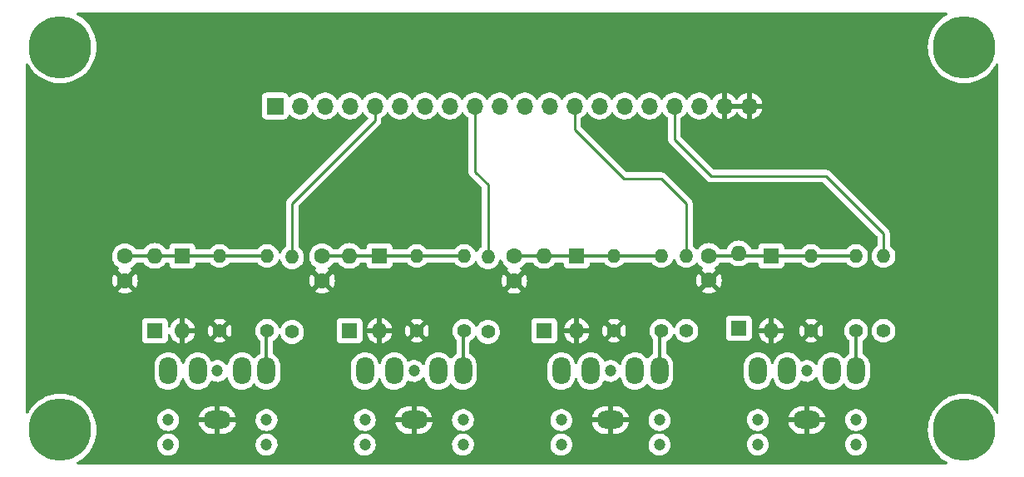
<source format=gbl>
%TF.GenerationSoftware,KiCad,Pcbnew,(6.0.1)*%
%TF.CreationDate,2022-10-07T08:13:52-04:00*%
%TF.ProjectId,MOD-SCF-JACKS,4d4f442d-5343-4462-9d4a-41434b532e6b,rev?*%
%TF.SameCoordinates,Original*%
%TF.FileFunction,Copper,L2,Bot*%
%TF.FilePolarity,Positive*%
%FSLAX46Y46*%
G04 Gerber Fmt 4.6, Leading zero omitted, Abs format (unit mm)*
G04 Created by KiCad (PCBNEW (6.0.1)) date 2022-10-07 08:13:52*
%MOMM*%
%LPD*%
G01*
G04 APERTURE LIST*
%TA.AperFunction,ComponentPad*%
%ADD10C,1.400000*%
%TD*%
%TA.AperFunction,ComponentPad*%
%ADD11O,1.400000X1.400000*%
%TD*%
%TA.AperFunction,ComponentPad*%
%ADD12C,6.350000*%
%TD*%
%TA.AperFunction,ComponentPad*%
%ADD13C,1.200000*%
%TD*%
%TA.AperFunction,ComponentPad*%
%ADD14O,1.800000X2.800000*%
%TD*%
%TA.AperFunction,ComponentPad*%
%ADD15O,2.800000X1.800000*%
%TD*%
%TA.AperFunction,ComponentPad*%
%ADD16R,1.600000X1.600000*%
%TD*%
%TA.AperFunction,ComponentPad*%
%ADD17O,1.600000X1.600000*%
%TD*%
%TA.AperFunction,ComponentPad*%
%ADD18C,1.600000*%
%TD*%
%TA.AperFunction,ComponentPad*%
%ADD19R,1.700000X1.700000*%
%TD*%
%TA.AperFunction,ComponentPad*%
%ADD20O,1.700000X1.700000*%
%TD*%
%TA.AperFunction,Conductor*%
%ADD21C,0.250000*%
%TD*%
%TA.AperFunction,Conductor*%
%ADD22C,0.304800*%
%TD*%
G04 APERTURE END LIST*
D10*
%TO.P,R12,1*%
%TO.N,Net-(C4-Pad1)*%
X177800000Y-72898000D03*
D11*
%TO.P,R12,2*%
%TO.N,/TIP4*%
X177800000Y-65278000D03*
%TD*%
D10*
%TO.P,R9,1*%
%TO.N,Net-(C3-Pad1)*%
X157734000Y-72898000D03*
D11*
%TO.P,R9,2*%
%TO.N,/TIP3*%
X157734000Y-65278000D03*
%TD*%
D10*
%TO.P,R6,1*%
%TO.N,Net-(C2-Pad1)*%
X137541000Y-73025000D03*
D11*
%TO.P,R6,2*%
%TO.N,/TIP2*%
X137541000Y-65405000D03*
%TD*%
D10*
%TO.P,R3,1*%
%TO.N,Net-(C1-Pad1)*%
X117602000Y-73025000D03*
D11*
%TO.P,R3,2*%
%TO.N,/TIP1*%
X117602000Y-65405000D03*
%TD*%
D12*
%TO.P,MTG1,1*%
%TO.N,N/C*%
X94000000Y-83000000D03*
%TD*%
D10*
%TO.P,R10,1*%
%TO.N,GND*%
X170434000Y-72898000D03*
D11*
%TO.P,R10,2*%
%TO.N,Net-(C4-Pad1)*%
X170434000Y-65278000D03*
%TD*%
D13*
%TO.P,J2,90*%
%TO.N,N/C*%
X125000000Y-82000000D03*
X135000000Y-82000000D03*
X130000000Y-77000000D03*
X125000000Y-84500000D03*
X135000000Y-84500000D03*
D14*
%TO.P,J2,R*%
%TO.N,/RING2*%
X125000000Y-77000000D03*
%TO.P,J2,RN*%
%TO.N,/RING2N*%
X128000000Y-77000000D03*
D15*
%TO.P,J2,S*%
%TO.N,GND*%
X130000000Y-82000000D03*
D14*
%TO.P,J2,T*%
%TO.N,Net-(J2-PadT)*%
X135000000Y-77000000D03*
%TO.P,J2,TN*%
%TO.N,/TIP2N*%
X132500000Y-77000000D03*
%TD*%
D16*
%TO.P,D8,1,K*%
%TO.N,Net-(C4-Pad1)*%
X166370000Y-65278000D03*
D17*
%TO.P,D8,2,A*%
%TO.N,GND*%
X166370000Y-72898000D03*
%TD*%
D10*
%TO.P,R2,1*%
%TO.N,Net-(J1-PadT)*%
X115062000Y-72898000D03*
D11*
%TO.P,R2,2*%
%TO.N,Net-(C1-Pad1)*%
X115062000Y-65278000D03*
%TD*%
D16*
%TO.P,D7,1,K*%
%TO.N,VCC*%
X163068000Y-72644000D03*
D17*
%TO.P,D7,2,A*%
%TO.N,Net-(C4-Pad1)*%
X163068000Y-65024000D03*
%TD*%
D10*
%TO.P,R8,1*%
%TO.N,Net-(J3-PadT)*%
X155194000Y-72898000D03*
D11*
%TO.P,R8,2*%
%TO.N,Net-(C3-Pad1)*%
X155194000Y-65278000D03*
%TD*%
D16*
%TO.P,D2,1,K*%
%TO.N,Net-(C1-Pad1)*%
X106426000Y-65278000D03*
D17*
%TO.P,D2,2,A*%
%TO.N,GND*%
X106426000Y-72898000D03*
%TD*%
D18*
%TO.P,C3,1*%
%TO.N,Net-(C3-Pad1)*%
X140208000Y-65318000D03*
%TO.P,C3,2*%
%TO.N,GND*%
X140208000Y-67818000D03*
%TD*%
D16*
%TO.P,D3,1,K*%
%TO.N,VCC*%
X123444000Y-72898000D03*
D17*
%TO.P,D3,2,A*%
%TO.N,Net-(C2-Pad1)*%
X123444000Y-65278000D03*
%TD*%
D16*
%TO.P,D1,1,K*%
%TO.N,VCC*%
X103632000Y-72898000D03*
D17*
%TO.P,D1,2,A*%
%TO.N,Net-(C1-Pad1)*%
X103632000Y-65278000D03*
%TD*%
D16*
%TO.P,D5,1,K*%
%TO.N,VCC*%
X143256000Y-72898000D03*
D17*
%TO.P,D5,2,A*%
%TO.N,Net-(C3-Pad1)*%
X143256000Y-65278000D03*
%TD*%
D16*
%TO.P,D4,1,K*%
%TO.N,Net-(C2-Pad1)*%
X126492000Y-65278000D03*
D17*
%TO.P,D4,2,A*%
%TO.N,GND*%
X126492000Y-72898000D03*
%TD*%
D16*
%TO.P,D6,1,K*%
%TO.N,Net-(C3-Pad1)*%
X146558000Y-65278000D03*
D17*
%TO.P,D6,2,A*%
%TO.N,GND*%
X146558000Y-72898000D03*
%TD*%
D12*
%TO.P,MTG3,1*%
%TO.N,N/C*%
X94000000Y-44000000D03*
%TD*%
D10*
%TO.P,R4,1*%
%TO.N,GND*%
X130302000Y-72898000D03*
D11*
%TO.P,R4,2*%
%TO.N,Net-(C2-Pad1)*%
X130302000Y-65278000D03*
%TD*%
D13*
%TO.P,J4,90*%
%TO.N,N/C*%
X165000000Y-82000000D03*
X175000000Y-82000000D03*
X165000000Y-84500000D03*
X170000000Y-77000000D03*
X175000000Y-84500000D03*
D14*
%TO.P,J4,R*%
%TO.N,/RING4*%
X165000000Y-77000000D03*
%TO.P,J4,RN*%
%TO.N,/RING4N*%
X168000000Y-77000000D03*
D15*
%TO.P,J4,S*%
%TO.N,GND*%
X170000000Y-82000000D03*
D14*
%TO.P,J4,T*%
%TO.N,Net-(J4-PadT)*%
X175000000Y-77000000D03*
%TO.P,J4,TN*%
%TO.N,/TIP4N*%
X172500000Y-77000000D03*
%TD*%
D19*
%TO.P,J5,1,Pin_1*%
%TO.N,VCC*%
X115875000Y-50000000D03*
D20*
%TO.P,J5,2,Pin_2*%
X118415000Y-50000000D03*
%TO.P,J5,3,Pin_3*%
%TO.N,/RING1*%
X120955000Y-50000000D03*
%TO.P,J5,4,Pin_4*%
%TO.N,/RING1N*%
X123495000Y-50000000D03*
%TO.P,J5,5,Pin_5*%
%TO.N,/TIP1*%
X126035000Y-50000000D03*
%TO.P,J5,6,Pin_6*%
%TO.N,/TIP1N*%
X128575000Y-50000000D03*
%TO.P,J5,7,Pin_7*%
%TO.N,/RING2*%
X131115000Y-50000000D03*
%TO.P,J5,8,Pin_8*%
%TO.N,/RING2N*%
X133655000Y-50000000D03*
%TO.P,J5,9,Pin_9*%
%TO.N,/TIP2*%
X136195000Y-50000000D03*
%TO.P,J5,10,Pin_10*%
%TO.N,/TIP2N*%
X138735000Y-50000000D03*
%TO.P,J5,11,Pin_11*%
%TO.N,/RING3*%
X141275000Y-50000000D03*
%TO.P,J5,12,Pin_12*%
%TO.N,/RING3N*%
X143815000Y-50000000D03*
%TO.P,J5,13,Pin_13*%
%TO.N,/TIP3*%
X146355000Y-50000000D03*
%TO.P,J5,14,Pin_14*%
%TO.N,/TIP3N*%
X148895000Y-50000000D03*
%TO.P,J5,15,Pin_15*%
%TO.N,/RING4*%
X151435000Y-50000000D03*
%TO.P,J5,16,Pin_16*%
%TO.N,/RING4N*%
X153975000Y-50000000D03*
%TO.P,J5,17,Pin_17*%
%TO.N,/TIP4*%
X156515000Y-50000000D03*
%TO.P,J5,18,Pin_18*%
%TO.N,/TIP4N*%
X159055000Y-50000000D03*
%TO.P,J5,19,Pin_19*%
%TO.N,GND*%
X161595000Y-50000000D03*
%TO.P,J5,20,Pin_20*%
X164135000Y-50000000D03*
%TD*%
D13*
%TO.P,J1,90*%
%TO.N,N/C*%
X110000000Y-77000000D03*
X105000000Y-82000000D03*
X105000000Y-84500000D03*
X115000000Y-84500000D03*
X115000000Y-82000000D03*
D14*
%TO.P,J1,R*%
%TO.N,/RING1*%
X105000000Y-77000000D03*
%TO.P,J1,RN*%
%TO.N,/RING1N*%
X108000000Y-77000000D03*
D15*
%TO.P,J1,S*%
%TO.N,GND*%
X110000000Y-82000000D03*
D14*
%TO.P,J1,T*%
%TO.N,Net-(J1-PadT)*%
X115000000Y-77000000D03*
%TO.P,J1,TN*%
%TO.N,/TIP1N*%
X112500000Y-77000000D03*
%TD*%
D18*
%TO.P,C1,1*%
%TO.N,Net-(C1-Pad1)*%
X100584000Y-65298000D03*
%TO.P,C1,2*%
%TO.N,GND*%
X100584000Y-67798000D03*
%TD*%
%TO.P,C2,1*%
%TO.N,Net-(C2-Pad1)*%
X120650000Y-65298000D03*
%TO.P,C2,2*%
%TO.N,GND*%
X120650000Y-67798000D03*
%TD*%
%TO.P,C4,1*%
%TO.N,Net-(C4-Pad1)*%
X160020000Y-65278000D03*
%TO.P,C4,2*%
%TO.N,GND*%
X160020000Y-67778000D03*
%TD*%
D10*
%TO.P,R11,1*%
%TO.N,Net-(J4-PadT)*%
X175006000Y-72898000D03*
D11*
%TO.P,R11,2*%
%TO.N,Net-(C4-Pad1)*%
X175006000Y-65278000D03*
%TD*%
D13*
%TO.P,J3,90*%
%TO.N,N/C*%
X155000000Y-82000000D03*
X150000000Y-77000000D03*
X155000000Y-84500000D03*
X145000000Y-84500000D03*
X145000000Y-82000000D03*
D14*
%TO.P,J3,R*%
%TO.N,/RING3*%
X145000000Y-77000000D03*
%TO.P,J3,RN*%
%TO.N,/RING3N*%
X148000000Y-77000000D03*
D15*
%TO.P,J3,S*%
%TO.N,GND*%
X150000000Y-82000000D03*
D14*
%TO.P,J3,T*%
%TO.N,Net-(J3-PadT)*%
X155000000Y-77000000D03*
%TO.P,J3,TN*%
%TO.N,/TIP3N*%
X152500000Y-77000000D03*
%TD*%
D10*
%TO.P,R7,1*%
%TO.N,GND*%
X150368000Y-72898000D03*
D11*
%TO.P,R7,2*%
%TO.N,Net-(C3-Pad1)*%
X150368000Y-65278000D03*
%TD*%
D10*
%TO.P,R1,1*%
%TO.N,GND*%
X110236000Y-72898000D03*
D11*
%TO.P,R1,2*%
%TO.N,Net-(C1-Pad1)*%
X110236000Y-65278000D03*
%TD*%
D12*
%TO.P,MTG2,1*%
%TO.N,N/C*%
X186000000Y-83000000D03*
%TD*%
%TO.P,MTG4,1*%
%TO.N,N/C*%
X186000000Y-44000000D03*
%TD*%
D10*
%TO.P,R5,1*%
%TO.N,Net-(J2-PadT)*%
X135128000Y-72898000D03*
D11*
%TO.P,R5,2*%
%TO.N,Net-(C2-Pad1)*%
X135128000Y-65278000D03*
%TD*%
D21*
%TO.N,/TIP4*%
X177800000Y-62992000D02*
X177800000Y-65405000D01*
X160274000Y-57150000D02*
X171958000Y-57150000D01*
X156515000Y-53391000D02*
X160274000Y-57150000D01*
X156515000Y-50000000D02*
X156515000Y-53391000D01*
X171958000Y-57150000D02*
X177800000Y-62992000D01*
%TO.N,/TIP3*%
X157734000Y-59944000D02*
X157734000Y-65278000D01*
X155194000Y-57404000D02*
X157734000Y-59944000D01*
X151384000Y-57404000D02*
X155194000Y-57404000D01*
X146355000Y-50000000D02*
X146355000Y-52375000D01*
X146355000Y-52375000D02*
X151384000Y-57404000D01*
%TO.N,/TIP2*%
X137541000Y-58039000D02*
X137541000Y-65405000D01*
X136195000Y-56693000D02*
X137541000Y-58039000D01*
X136195000Y-50000000D02*
X136195000Y-56693000D01*
%TO.N,/TIP1*%
X126035000Y-51511000D02*
X126035000Y-50000000D01*
X117602000Y-59944000D02*
X126035000Y-51511000D01*
X117602000Y-65405000D02*
X117602000Y-59944000D01*
D22*
%TO.N,Net-(C1-Pad1)*%
X100584000Y-65298000D02*
X103358000Y-65298000D01*
X110490000Y-65278000D02*
X115062000Y-65278000D01*
X106680000Y-65278000D02*
X110490000Y-65278000D01*
X103378000Y-65278000D02*
X106680000Y-65278000D01*
%TO.N,Net-(C2-Pad1)*%
X120650000Y-65298000D02*
X123424000Y-65298000D01*
X123444000Y-65278000D02*
X126492000Y-65278000D01*
X130302000Y-65278000D02*
X135128000Y-65278000D01*
X126492000Y-65278000D02*
X130302000Y-65278000D01*
%TO.N,Net-(C3-Pad1)*%
X150368000Y-65278000D02*
X155194000Y-65278000D01*
X140208000Y-65318000D02*
X143216000Y-65318000D01*
X143256000Y-65278000D02*
X146558000Y-65278000D01*
X146558000Y-65278000D02*
X150368000Y-65278000D01*
%TO.N,Net-(C4-Pad1)*%
X163322000Y-65278000D02*
X166370000Y-65278000D01*
X170434000Y-65278000D02*
X175006000Y-65278000D01*
X160020000Y-65278000D02*
X163322000Y-65278000D01*
X166370000Y-65278000D02*
X170434000Y-65278000D01*
%TO.N,Net-(J1-PadT)*%
X115000000Y-77000000D02*
X115000000Y-72960000D01*
%TO.N,Net-(J2-PadT)*%
X135000000Y-77000000D02*
X135000000Y-73026000D01*
%TO.N,Net-(J3-PadT)*%
X155000000Y-77000000D02*
X155000000Y-73092000D01*
%TO.N,Net-(J4-PadT)*%
X175000000Y-77000000D02*
X175000000Y-72904000D01*
%TD*%
%TA.AperFunction,Conductor*%
%TO.N,GND*%
G36*
X184283123Y-40528002D02*
G01*
X184329616Y-40581658D01*
X184339720Y-40651932D01*
X184310226Y-40716512D01*
X184272205Y-40746267D01*
X184155723Y-40805618D01*
X183831922Y-41015896D01*
X183531875Y-41258869D01*
X183258869Y-41531875D01*
X183015896Y-41831922D01*
X182805618Y-42155723D01*
X182630337Y-42499730D01*
X182491976Y-42860174D01*
X182392049Y-43233106D01*
X182391533Y-43236367D01*
X182332873Y-43606728D01*
X182331651Y-43614441D01*
X182311445Y-44000000D01*
X182331651Y-44385559D01*
X182392049Y-44766894D01*
X182491976Y-45139826D01*
X182630337Y-45500270D01*
X182631835Y-45503210D01*
X182804119Y-45841335D01*
X182805618Y-45844277D01*
X183015896Y-46168078D01*
X183258869Y-46468125D01*
X183531875Y-46741131D01*
X183831922Y-46984104D01*
X184155722Y-47194382D01*
X184158656Y-47195877D01*
X184158663Y-47195881D01*
X184496790Y-47368165D01*
X184499730Y-47369663D01*
X184860174Y-47508024D01*
X185233106Y-47607951D01*
X185435643Y-47640030D01*
X185611193Y-47667835D01*
X185611201Y-47667836D01*
X185614441Y-47668349D01*
X186000000Y-47688555D01*
X186385559Y-47668349D01*
X186388799Y-47667836D01*
X186388807Y-47667835D01*
X186564357Y-47640030D01*
X186766894Y-47607951D01*
X187139826Y-47508024D01*
X187500270Y-47369663D01*
X187503210Y-47368165D01*
X187841337Y-47195881D01*
X187841344Y-47195877D01*
X187844278Y-47194382D01*
X188168078Y-46984104D01*
X188468125Y-46741131D01*
X188741131Y-46468125D01*
X188984104Y-46168078D01*
X189194382Y-45844277D01*
X189253733Y-45727795D01*
X189302482Y-45676180D01*
X189371397Y-45659114D01*
X189438598Y-45682015D01*
X189482750Y-45737613D01*
X189492000Y-45784998D01*
X189492000Y-81215002D01*
X189471998Y-81283123D01*
X189418342Y-81329616D01*
X189348068Y-81339720D01*
X189283488Y-81310226D01*
X189253733Y-81272205D01*
X189195881Y-81158665D01*
X189194382Y-81155723D01*
X188984104Y-80831922D01*
X188741131Y-80531875D01*
X188468125Y-80258869D01*
X188168078Y-80015896D01*
X187844278Y-79805618D01*
X187841344Y-79804123D01*
X187841337Y-79804119D01*
X187503210Y-79631835D01*
X187500270Y-79630337D01*
X187139826Y-79491976D01*
X186766894Y-79392049D01*
X186564357Y-79359970D01*
X186388807Y-79332165D01*
X186388799Y-79332164D01*
X186385559Y-79331651D01*
X186000000Y-79311445D01*
X185614441Y-79331651D01*
X185611201Y-79332164D01*
X185611193Y-79332165D01*
X185435643Y-79359970D01*
X185233106Y-79392049D01*
X184860174Y-79491976D01*
X184499730Y-79630337D01*
X184496790Y-79631835D01*
X184158664Y-79804119D01*
X184158657Y-79804123D01*
X184155723Y-79805618D01*
X183831922Y-80015896D01*
X183531875Y-80258869D01*
X183258869Y-80531875D01*
X183015896Y-80831922D01*
X182805618Y-81155723D01*
X182804123Y-81158657D01*
X182804119Y-81158664D01*
X182671813Y-81418329D01*
X182630337Y-81499730D01*
X182629153Y-81502815D01*
X182524948Y-81774280D01*
X182491976Y-81860174D01*
X182392049Y-82233106D01*
X182370999Y-82366010D01*
X182344013Y-82536394D01*
X182331651Y-82614441D01*
X182311445Y-83000000D01*
X182331651Y-83385559D01*
X182332164Y-83388799D01*
X182332165Y-83388807D01*
X182338922Y-83431468D01*
X182392049Y-83766894D01*
X182491976Y-84139826D01*
X182630337Y-84500270D01*
X182631835Y-84503210D01*
X182765404Y-84765352D01*
X182805618Y-84844277D01*
X182807414Y-84847043D01*
X182807416Y-84847046D01*
X182823368Y-84871610D01*
X183015896Y-85168078D01*
X183258869Y-85468125D01*
X183531875Y-85741131D01*
X183831922Y-85984104D01*
X184155722Y-86194382D01*
X184158656Y-86195877D01*
X184158663Y-86195881D01*
X184272205Y-86253733D01*
X184323820Y-86302481D01*
X184340886Y-86371396D01*
X184317985Y-86438598D01*
X184262388Y-86482750D01*
X184215002Y-86492000D01*
X95784998Y-86492000D01*
X95716877Y-86471998D01*
X95670384Y-86418342D01*
X95660280Y-86348068D01*
X95689774Y-86283488D01*
X95727795Y-86253733D01*
X95841337Y-86195881D01*
X95841344Y-86195877D01*
X95844278Y-86194382D01*
X96168078Y-85984104D01*
X96468125Y-85741131D01*
X96741131Y-85468125D01*
X96984104Y-85168078D01*
X97176632Y-84871610D01*
X97192584Y-84847046D01*
X97192586Y-84847043D01*
X97194382Y-84844277D01*
X97234597Y-84765352D01*
X97368165Y-84503210D01*
X97369663Y-84500270D01*
X97380953Y-84470859D01*
X103887132Y-84470859D01*
X103900457Y-84674151D01*
X103950605Y-84871610D01*
X104035898Y-85056624D01*
X104153479Y-85222997D01*
X104299410Y-85365157D01*
X104304206Y-85368362D01*
X104304209Y-85368364D01*
X104372149Y-85413760D01*
X104468803Y-85478342D01*
X104474106Y-85480620D01*
X104474109Y-85480622D01*
X104563115Y-85518862D01*
X104655987Y-85558763D01*
X104728817Y-85575243D01*
X104849055Y-85602450D01*
X104849060Y-85602451D01*
X104854692Y-85603725D01*
X104860463Y-85603952D01*
X104860465Y-85603952D01*
X104923470Y-85606427D01*
X105058263Y-85611723D01*
X105259883Y-85582490D01*
X105265347Y-85580635D01*
X105265352Y-85580634D01*
X105447327Y-85518862D01*
X105447332Y-85518860D01*
X105452799Y-85517004D01*
X105630551Y-85417458D01*
X105787186Y-85287186D01*
X105917458Y-85130551D01*
X106017004Y-84952799D01*
X106018860Y-84947332D01*
X106018862Y-84947327D01*
X106080634Y-84765352D01*
X106080635Y-84765347D01*
X106082490Y-84759883D01*
X106111723Y-84558263D01*
X106113249Y-84500000D01*
X106110571Y-84470859D01*
X113887132Y-84470859D01*
X113900457Y-84674151D01*
X113950605Y-84871610D01*
X114035898Y-85056624D01*
X114153479Y-85222997D01*
X114299410Y-85365157D01*
X114304206Y-85368362D01*
X114304209Y-85368364D01*
X114372149Y-85413760D01*
X114468803Y-85478342D01*
X114474106Y-85480620D01*
X114474109Y-85480622D01*
X114563115Y-85518862D01*
X114655987Y-85558763D01*
X114728817Y-85575243D01*
X114849055Y-85602450D01*
X114849060Y-85602451D01*
X114854692Y-85603725D01*
X114860463Y-85603952D01*
X114860465Y-85603952D01*
X114923470Y-85606427D01*
X115058263Y-85611723D01*
X115259883Y-85582490D01*
X115265347Y-85580635D01*
X115265352Y-85580634D01*
X115447327Y-85518862D01*
X115447332Y-85518860D01*
X115452799Y-85517004D01*
X115630551Y-85417458D01*
X115787186Y-85287186D01*
X115917458Y-85130551D01*
X116017004Y-84952799D01*
X116018860Y-84947332D01*
X116018862Y-84947327D01*
X116080634Y-84765352D01*
X116080635Y-84765347D01*
X116082490Y-84759883D01*
X116111723Y-84558263D01*
X116113249Y-84500000D01*
X116110571Y-84470859D01*
X123887132Y-84470859D01*
X123900457Y-84674151D01*
X123950605Y-84871610D01*
X124035898Y-85056624D01*
X124153479Y-85222997D01*
X124299410Y-85365157D01*
X124304206Y-85368362D01*
X124304209Y-85368364D01*
X124372149Y-85413760D01*
X124468803Y-85478342D01*
X124474106Y-85480620D01*
X124474109Y-85480622D01*
X124563115Y-85518862D01*
X124655987Y-85558763D01*
X124728817Y-85575243D01*
X124849055Y-85602450D01*
X124849060Y-85602451D01*
X124854692Y-85603725D01*
X124860463Y-85603952D01*
X124860465Y-85603952D01*
X124923470Y-85606427D01*
X125058263Y-85611723D01*
X125259883Y-85582490D01*
X125265347Y-85580635D01*
X125265352Y-85580634D01*
X125447327Y-85518862D01*
X125447332Y-85518860D01*
X125452799Y-85517004D01*
X125630551Y-85417458D01*
X125787186Y-85287186D01*
X125917458Y-85130551D01*
X126017004Y-84952799D01*
X126018860Y-84947332D01*
X126018862Y-84947327D01*
X126080634Y-84765352D01*
X126080635Y-84765347D01*
X126082490Y-84759883D01*
X126111723Y-84558263D01*
X126113249Y-84500000D01*
X126110571Y-84470859D01*
X133887132Y-84470859D01*
X133900457Y-84674151D01*
X133950605Y-84871610D01*
X134035898Y-85056624D01*
X134153479Y-85222997D01*
X134299410Y-85365157D01*
X134304206Y-85368362D01*
X134304209Y-85368364D01*
X134372149Y-85413760D01*
X134468803Y-85478342D01*
X134474106Y-85480620D01*
X134474109Y-85480622D01*
X134563115Y-85518862D01*
X134655987Y-85558763D01*
X134728817Y-85575243D01*
X134849055Y-85602450D01*
X134849060Y-85602451D01*
X134854692Y-85603725D01*
X134860463Y-85603952D01*
X134860465Y-85603952D01*
X134923470Y-85606427D01*
X135058263Y-85611723D01*
X135259883Y-85582490D01*
X135265347Y-85580635D01*
X135265352Y-85580634D01*
X135447327Y-85518862D01*
X135447332Y-85518860D01*
X135452799Y-85517004D01*
X135630551Y-85417458D01*
X135787186Y-85287186D01*
X135917458Y-85130551D01*
X136017004Y-84952799D01*
X136018860Y-84947332D01*
X136018862Y-84947327D01*
X136080634Y-84765352D01*
X136080635Y-84765347D01*
X136082490Y-84759883D01*
X136111723Y-84558263D01*
X136113249Y-84500000D01*
X136110571Y-84470859D01*
X143887132Y-84470859D01*
X143900457Y-84674151D01*
X143950605Y-84871610D01*
X144035898Y-85056624D01*
X144153479Y-85222997D01*
X144299410Y-85365157D01*
X144304206Y-85368362D01*
X144304209Y-85368364D01*
X144372149Y-85413760D01*
X144468803Y-85478342D01*
X144474106Y-85480620D01*
X144474109Y-85480622D01*
X144563115Y-85518862D01*
X144655987Y-85558763D01*
X144728817Y-85575243D01*
X144849055Y-85602450D01*
X144849060Y-85602451D01*
X144854692Y-85603725D01*
X144860463Y-85603952D01*
X144860465Y-85603952D01*
X144923470Y-85606427D01*
X145058263Y-85611723D01*
X145259883Y-85582490D01*
X145265347Y-85580635D01*
X145265352Y-85580634D01*
X145447327Y-85518862D01*
X145447332Y-85518860D01*
X145452799Y-85517004D01*
X145630551Y-85417458D01*
X145787186Y-85287186D01*
X145917458Y-85130551D01*
X146017004Y-84952799D01*
X146018860Y-84947332D01*
X146018862Y-84947327D01*
X146080634Y-84765352D01*
X146080635Y-84765347D01*
X146082490Y-84759883D01*
X146111723Y-84558263D01*
X146113249Y-84500000D01*
X146110571Y-84470859D01*
X153887132Y-84470859D01*
X153900457Y-84674151D01*
X153950605Y-84871610D01*
X154035898Y-85056624D01*
X154153479Y-85222997D01*
X154299410Y-85365157D01*
X154304206Y-85368362D01*
X154304209Y-85368364D01*
X154372149Y-85413760D01*
X154468803Y-85478342D01*
X154474106Y-85480620D01*
X154474109Y-85480622D01*
X154563115Y-85518862D01*
X154655987Y-85558763D01*
X154728817Y-85575243D01*
X154849055Y-85602450D01*
X154849060Y-85602451D01*
X154854692Y-85603725D01*
X154860463Y-85603952D01*
X154860465Y-85603952D01*
X154923470Y-85606427D01*
X155058263Y-85611723D01*
X155259883Y-85582490D01*
X155265347Y-85580635D01*
X155265352Y-85580634D01*
X155447327Y-85518862D01*
X155447332Y-85518860D01*
X155452799Y-85517004D01*
X155630551Y-85417458D01*
X155787186Y-85287186D01*
X155917458Y-85130551D01*
X156017004Y-84952799D01*
X156018860Y-84947332D01*
X156018862Y-84947327D01*
X156080634Y-84765352D01*
X156080635Y-84765347D01*
X156082490Y-84759883D01*
X156111723Y-84558263D01*
X156113249Y-84500000D01*
X156110571Y-84470859D01*
X163887132Y-84470859D01*
X163900457Y-84674151D01*
X163950605Y-84871610D01*
X164035898Y-85056624D01*
X164153479Y-85222997D01*
X164299410Y-85365157D01*
X164304206Y-85368362D01*
X164304209Y-85368364D01*
X164372149Y-85413760D01*
X164468803Y-85478342D01*
X164474106Y-85480620D01*
X164474109Y-85480622D01*
X164563115Y-85518862D01*
X164655987Y-85558763D01*
X164728817Y-85575243D01*
X164849055Y-85602450D01*
X164849060Y-85602451D01*
X164854692Y-85603725D01*
X164860463Y-85603952D01*
X164860465Y-85603952D01*
X164923470Y-85606427D01*
X165058263Y-85611723D01*
X165259883Y-85582490D01*
X165265347Y-85580635D01*
X165265352Y-85580634D01*
X165447327Y-85518862D01*
X165447332Y-85518860D01*
X165452799Y-85517004D01*
X165630551Y-85417458D01*
X165787186Y-85287186D01*
X165917458Y-85130551D01*
X166017004Y-84952799D01*
X166018860Y-84947332D01*
X166018862Y-84947327D01*
X166080634Y-84765352D01*
X166080635Y-84765347D01*
X166082490Y-84759883D01*
X166111723Y-84558263D01*
X166113249Y-84500000D01*
X166110571Y-84470859D01*
X173887132Y-84470859D01*
X173900457Y-84674151D01*
X173950605Y-84871610D01*
X174035898Y-85056624D01*
X174153479Y-85222997D01*
X174299410Y-85365157D01*
X174304206Y-85368362D01*
X174304209Y-85368364D01*
X174372149Y-85413760D01*
X174468803Y-85478342D01*
X174474106Y-85480620D01*
X174474109Y-85480622D01*
X174563115Y-85518862D01*
X174655987Y-85558763D01*
X174728817Y-85575243D01*
X174849055Y-85602450D01*
X174849060Y-85602451D01*
X174854692Y-85603725D01*
X174860463Y-85603952D01*
X174860465Y-85603952D01*
X174923470Y-85606427D01*
X175058263Y-85611723D01*
X175259883Y-85582490D01*
X175265347Y-85580635D01*
X175265352Y-85580634D01*
X175447327Y-85518862D01*
X175447332Y-85518860D01*
X175452799Y-85517004D01*
X175630551Y-85417458D01*
X175787186Y-85287186D01*
X175917458Y-85130551D01*
X176017004Y-84952799D01*
X176018860Y-84947332D01*
X176018862Y-84947327D01*
X176080634Y-84765352D01*
X176080635Y-84765347D01*
X176082490Y-84759883D01*
X176111723Y-84558263D01*
X176113249Y-84500000D01*
X176094608Y-84297126D01*
X176058153Y-84167868D01*
X176040875Y-84106606D01*
X176040874Y-84106604D01*
X176039307Y-84101047D01*
X176028680Y-84079496D01*
X175951756Y-83923510D01*
X175949201Y-83918329D01*
X175930796Y-83893681D01*
X175830758Y-83759715D01*
X175830758Y-83759714D01*
X175827305Y-83755091D01*
X175677703Y-83616800D01*
X175631675Y-83587759D01*
X175510288Y-83511169D01*
X175510283Y-83511167D01*
X175505404Y-83508088D01*
X175316180Y-83432595D01*
X175116366Y-83392849D01*
X175110592Y-83392773D01*
X175110588Y-83392773D01*
X175007452Y-83391424D01*
X174912655Y-83390183D01*
X174906958Y-83391162D01*
X174906957Y-83391162D01*
X174717567Y-83423705D01*
X174711870Y-83424684D01*
X174520734Y-83495198D01*
X174345649Y-83599363D01*
X174192478Y-83733690D01*
X174188911Y-83738215D01*
X174188906Y-83738220D01*
X174102331Y-83848040D01*
X174066351Y-83893681D01*
X173971492Y-84073978D01*
X173911078Y-84268543D01*
X173887132Y-84470859D01*
X166110571Y-84470859D01*
X166094608Y-84297126D01*
X166058153Y-84167868D01*
X166040875Y-84106606D01*
X166040874Y-84106604D01*
X166039307Y-84101047D01*
X166028680Y-84079496D01*
X165951756Y-83923510D01*
X165949201Y-83918329D01*
X165930796Y-83893681D01*
X165830758Y-83759715D01*
X165830758Y-83759714D01*
X165827305Y-83755091D01*
X165677703Y-83616800D01*
X165631675Y-83587759D01*
X165510288Y-83511169D01*
X165510283Y-83511167D01*
X165505404Y-83508088D01*
X165316180Y-83432595D01*
X165116366Y-83392849D01*
X165110592Y-83392773D01*
X165110588Y-83392773D01*
X165007452Y-83391424D01*
X164912655Y-83390183D01*
X164906958Y-83391162D01*
X164906957Y-83391162D01*
X164717567Y-83423705D01*
X164711870Y-83424684D01*
X164520734Y-83495198D01*
X164345649Y-83599363D01*
X164192478Y-83733690D01*
X164188911Y-83738215D01*
X164188906Y-83738220D01*
X164102331Y-83848040D01*
X164066351Y-83893681D01*
X163971492Y-84073978D01*
X163911078Y-84268543D01*
X163887132Y-84470859D01*
X156110571Y-84470859D01*
X156094608Y-84297126D01*
X156058153Y-84167868D01*
X156040875Y-84106606D01*
X156040874Y-84106604D01*
X156039307Y-84101047D01*
X156028680Y-84079496D01*
X155951756Y-83923510D01*
X155949201Y-83918329D01*
X155930796Y-83893681D01*
X155830758Y-83759715D01*
X155830758Y-83759714D01*
X155827305Y-83755091D01*
X155677703Y-83616800D01*
X155631675Y-83587759D01*
X155510288Y-83511169D01*
X155510283Y-83511167D01*
X155505404Y-83508088D01*
X155316180Y-83432595D01*
X155116366Y-83392849D01*
X155110592Y-83392773D01*
X155110588Y-83392773D01*
X155007452Y-83391424D01*
X154912655Y-83390183D01*
X154906958Y-83391162D01*
X154906957Y-83391162D01*
X154717567Y-83423705D01*
X154711870Y-83424684D01*
X154520734Y-83495198D01*
X154345649Y-83599363D01*
X154192478Y-83733690D01*
X154188911Y-83738215D01*
X154188906Y-83738220D01*
X154102331Y-83848040D01*
X154066351Y-83893681D01*
X153971492Y-84073978D01*
X153911078Y-84268543D01*
X153887132Y-84470859D01*
X146110571Y-84470859D01*
X146094608Y-84297126D01*
X146058153Y-84167868D01*
X146040875Y-84106606D01*
X146040874Y-84106604D01*
X146039307Y-84101047D01*
X146028680Y-84079496D01*
X145951756Y-83923510D01*
X145949201Y-83918329D01*
X145930796Y-83893681D01*
X145830758Y-83759715D01*
X145830758Y-83759714D01*
X145827305Y-83755091D01*
X145677703Y-83616800D01*
X145631675Y-83587759D01*
X145510288Y-83511169D01*
X145510283Y-83511167D01*
X145505404Y-83508088D01*
X145316180Y-83432595D01*
X145116366Y-83392849D01*
X145110592Y-83392773D01*
X145110588Y-83392773D01*
X145007452Y-83391424D01*
X144912655Y-83390183D01*
X144906958Y-83391162D01*
X144906957Y-83391162D01*
X144717567Y-83423705D01*
X144711870Y-83424684D01*
X144520734Y-83495198D01*
X144345649Y-83599363D01*
X144192478Y-83733690D01*
X144188911Y-83738215D01*
X144188906Y-83738220D01*
X144102331Y-83848040D01*
X144066351Y-83893681D01*
X143971492Y-84073978D01*
X143911078Y-84268543D01*
X143887132Y-84470859D01*
X136110571Y-84470859D01*
X136094608Y-84297126D01*
X136058153Y-84167868D01*
X136040875Y-84106606D01*
X136040874Y-84106604D01*
X136039307Y-84101047D01*
X136028680Y-84079496D01*
X135951756Y-83923510D01*
X135949201Y-83918329D01*
X135930796Y-83893681D01*
X135830758Y-83759715D01*
X135830758Y-83759714D01*
X135827305Y-83755091D01*
X135677703Y-83616800D01*
X135631675Y-83587759D01*
X135510288Y-83511169D01*
X135510283Y-83511167D01*
X135505404Y-83508088D01*
X135316180Y-83432595D01*
X135116366Y-83392849D01*
X135110592Y-83392773D01*
X135110588Y-83392773D01*
X135007452Y-83391424D01*
X134912655Y-83390183D01*
X134906958Y-83391162D01*
X134906957Y-83391162D01*
X134717567Y-83423705D01*
X134711870Y-83424684D01*
X134520734Y-83495198D01*
X134345649Y-83599363D01*
X134192478Y-83733690D01*
X134188911Y-83738215D01*
X134188906Y-83738220D01*
X134102331Y-83848040D01*
X134066351Y-83893681D01*
X133971492Y-84073978D01*
X133911078Y-84268543D01*
X133887132Y-84470859D01*
X126110571Y-84470859D01*
X126094608Y-84297126D01*
X126058153Y-84167868D01*
X126040875Y-84106606D01*
X126040874Y-84106604D01*
X126039307Y-84101047D01*
X126028680Y-84079496D01*
X125951756Y-83923510D01*
X125949201Y-83918329D01*
X125930796Y-83893681D01*
X125830758Y-83759715D01*
X125830758Y-83759714D01*
X125827305Y-83755091D01*
X125677703Y-83616800D01*
X125631675Y-83587759D01*
X125510288Y-83511169D01*
X125510283Y-83511167D01*
X125505404Y-83508088D01*
X125316180Y-83432595D01*
X125116366Y-83392849D01*
X125110592Y-83392773D01*
X125110588Y-83392773D01*
X125007452Y-83391424D01*
X124912655Y-83390183D01*
X124906958Y-83391162D01*
X124906957Y-83391162D01*
X124717567Y-83423705D01*
X124711870Y-83424684D01*
X124520734Y-83495198D01*
X124345649Y-83599363D01*
X124192478Y-83733690D01*
X124188911Y-83738215D01*
X124188906Y-83738220D01*
X124102331Y-83848040D01*
X124066351Y-83893681D01*
X123971492Y-84073978D01*
X123911078Y-84268543D01*
X123887132Y-84470859D01*
X116110571Y-84470859D01*
X116094608Y-84297126D01*
X116058153Y-84167868D01*
X116040875Y-84106606D01*
X116040874Y-84106604D01*
X116039307Y-84101047D01*
X116028680Y-84079496D01*
X115951756Y-83923510D01*
X115949201Y-83918329D01*
X115930796Y-83893681D01*
X115830758Y-83759715D01*
X115830758Y-83759714D01*
X115827305Y-83755091D01*
X115677703Y-83616800D01*
X115631675Y-83587759D01*
X115510288Y-83511169D01*
X115510283Y-83511167D01*
X115505404Y-83508088D01*
X115316180Y-83432595D01*
X115116366Y-83392849D01*
X115110592Y-83392773D01*
X115110588Y-83392773D01*
X115007452Y-83391424D01*
X114912655Y-83390183D01*
X114906958Y-83391162D01*
X114906957Y-83391162D01*
X114717567Y-83423705D01*
X114711870Y-83424684D01*
X114520734Y-83495198D01*
X114345649Y-83599363D01*
X114192478Y-83733690D01*
X114188911Y-83738215D01*
X114188906Y-83738220D01*
X114102331Y-83848040D01*
X114066351Y-83893681D01*
X113971492Y-84073978D01*
X113911078Y-84268543D01*
X113887132Y-84470859D01*
X106110571Y-84470859D01*
X106094608Y-84297126D01*
X106058153Y-84167868D01*
X106040875Y-84106606D01*
X106040874Y-84106604D01*
X106039307Y-84101047D01*
X106028680Y-84079496D01*
X105951756Y-83923510D01*
X105949201Y-83918329D01*
X105930796Y-83893681D01*
X105830758Y-83759715D01*
X105830758Y-83759714D01*
X105827305Y-83755091D01*
X105677703Y-83616800D01*
X105631675Y-83587759D01*
X105510288Y-83511169D01*
X105510283Y-83511167D01*
X105505404Y-83508088D01*
X105316180Y-83432595D01*
X105116366Y-83392849D01*
X105110592Y-83392773D01*
X105110588Y-83392773D01*
X105007452Y-83391424D01*
X104912655Y-83390183D01*
X104906958Y-83391162D01*
X104906957Y-83391162D01*
X104717567Y-83423705D01*
X104711870Y-83424684D01*
X104520734Y-83495198D01*
X104345649Y-83599363D01*
X104192478Y-83733690D01*
X104188911Y-83738215D01*
X104188906Y-83738220D01*
X104102331Y-83848040D01*
X104066351Y-83893681D01*
X103971492Y-84073978D01*
X103911078Y-84268543D01*
X103887132Y-84470859D01*
X97380953Y-84470859D01*
X97508024Y-84139826D01*
X97607951Y-83766894D01*
X97661078Y-83431468D01*
X97667835Y-83388807D01*
X97667836Y-83388799D01*
X97668349Y-83385559D01*
X97688555Y-83000000D01*
X97668349Y-82614441D01*
X97655988Y-82536394D01*
X97629001Y-82366010D01*
X97607951Y-82233106D01*
X97537682Y-81970859D01*
X103887132Y-81970859D01*
X103900457Y-82174151D01*
X103950605Y-82371610D01*
X104035898Y-82556624D01*
X104153479Y-82722997D01*
X104299410Y-82865157D01*
X104304206Y-82868362D01*
X104304209Y-82868364D01*
X104372149Y-82913760D01*
X104468803Y-82978342D01*
X104474106Y-82980620D01*
X104474109Y-82980622D01*
X104563115Y-83018862D01*
X104655987Y-83058763D01*
X104728817Y-83075243D01*
X104849055Y-83102450D01*
X104849060Y-83102451D01*
X104854692Y-83103725D01*
X104860463Y-83103952D01*
X104860465Y-83103952D01*
X104923470Y-83106427D01*
X105058263Y-83111723D01*
X105259883Y-83082490D01*
X105265347Y-83080635D01*
X105265352Y-83080634D01*
X105447327Y-83018862D01*
X105447332Y-83018860D01*
X105452799Y-83017004D01*
X105477268Y-83003301D01*
X105548296Y-82963523D01*
X105630551Y-82917458D01*
X105787186Y-82787186D01*
X105917458Y-82630551D01*
X106017004Y-82452799D01*
X106018860Y-82447332D01*
X106018862Y-82447327D01*
X106079538Y-82268580D01*
X108117662Y-82268580D01*
X108145413Y-82400840D01*
X108148473Y-82411037D01*
X108232315Y-82623340D01*
X108237049Y-82632876D01*
X108355468Y-82828025D01*
X108361734Y-82836618D01*
X108511342Y-83009027D01*
X108518972Y-83016447D01*
X108695488Y-83161180D01*
X108704255Y-83167206D01*
X108902633Y-83280129D01*
X108912297Y-83284595D01*
X109126868Y-83362481D01*
X109137135Y-83365251D01*
X109362932Y-83406081D01*
X109371162Y-83407016D01*
X109390550Y-83407930D01*
X109393526Y-83408000D01*
X109727885Y-83408000D01*
X109743124Y-83403525D01*
X109744329Y-83402135D01*
X109746000Y-83394452D01*
X109746000Y-83389885D01*
X110254000Y-83389885D01*
X110258475Y-83405124D01*
X110259865Y-83406329D01*
X110267548Y-83408000D01*
X110557340Y-83408000D01*
X110562649Y-83407775D01*
X110732771Y-83393340D01*
X110743259Y-83391548D01*
X110964211Y-83334199D01*
X110974239Y-83330667D01*
X111182363Y-83236915D01*
X111191669Y-83231735D01*
X111381024Y-83104253D01*
X111389307Y-83097594D01*
X111554478Y-82940029D01*
X111561530Y-82932058D01*
X111697790Y-82748918D01*
X111703394Y-82739881D01*
X111806851Y-82536394D01*
X111810852Y-82526541D01*
X111878544Y-82308539D01*
X111880828Y-82298152D01*
X111884300Y-82271957D01*
X111882104Y-82257793D01*
X111868919Y-82254000D01*
X110272115Y-82254000D01*
X110256876Y-82258475D01*
X110255671Y-82259865D01*
X110254000Y-82267548D01*
X110254000Y-83389885D01*
X109746000Y-83389885D01*
X109746000Y-82272115D01*
X109741525Y-82256876D01*
X109740135Y-82255671D01*
X109732452Y-82254000D01*
X108132718Y-82254000D01*
X108119187Y-82257973D01*
X108117662Y-82268580D01*
X106079538Y-82268580D01*
X106080634Y-82265352D01*
X106080635Y-82265347D01*
X106082490Y-82259883D01*
X106111723Y-82058263D01*
X106113249Y-82000000D01*
X106110571Y-81970859D01*
X113887132Y-81970859D01*
X113900457Y-82174151D01*
X113950605Y-82371610D01*
X114035898Y-82556624D01*
X114153479Y-82722997D01*
X114299410Y-82865157D01*
X114304206Y-82868362D01*
X114304209Y-82868364D01*
X114372149Y-82913760D01*
X114468803Y-82978342D01*
X114474106Y-82980620D01*
X114474109Y-82980622D01*
X114563115Y-83018862D01*
X114655987Y-83058763D01*
X114728817Y-83075243D01*
X114849055Y-83102450D01*
X114849060Y-83102451D01*
X114854692Y-83103725D01*
X114860463Y-83103952D01*
X114860465Y-83103952D01*
X114923470Y-83106427D01*
X115058263Y-83111723D01*
X115259883Y-83082490D01*
X115265347Y-83080635D01*
X115265352Y-83080634D01*
X115447327Y-83018862D01*
X115447332Y-83018860D01*
X115452799Y-83017004D01*
X115477268Y-83003301D01*
X115548296Y-82963523D01*
X115630551Y-82917458D01*
X115787186Y-82787186D01*
X115917458Y-82630551D01*
X116017004Y-82452799D01*
X116018860Y-82447332D01*
X116018862Y-82447327D01*
X116080634Y-82265352D01*
X116080635Y-82265347D01*
X116082490Y-82259883D01*
X116111723Y-82058263D01*
X116113249Y-82000000D01*
X116110571Y-81970859D01*
X123887132Y-81970859D01*
X123900457Y-82174151D01*
X123950605Y-82371610D01*
X124035898Y-82556624D01*
X124153479Y-82722997D01*
X124299410Y-82865157D01*
X124304206Y-82868362D01*
X124304209Y-82868364D01*
X124372149Y-82913760D01*
X124468803Y-82978342D01*
X124474106Y-82980620D01*
X124474109Y-82980622D01*
X124563115Y-83018862D01*
X124655987Y-83058763D01*
X124728817Y-83075243D01*
X124849055Y-83102450D01*
X124849060Y-83102451D01*
X124854692Y-83103725D01*
X124860463Y-83103952D01*
X124860465Y-83103952D01*
X124923470Y-83106427D01*
X125058263Y-83111723D01*
X125259883Y-83082490D01*
X125265347Y-83080635D01*
X125265352Y-83080634D01*
X125447327Y-83018862D01*
X125447332Y-83018860D01*
X125452799Y-83017004D01*
X125477268Y-83003301D01*
X125548296Y-82963523D01*
X125630551Y-82917458D01*
X125787186Y-82787186D01*
X125917458Y-82630551D01*
X126017004Y-82452799D01*
X126018860Y-82447332D01*
X126018862Y-82447327D01*
X126079538Y-82268580D01*
X128117662Y-82268580D01*
X128145413Y-82400840D01*
X128148473Y-82411037D01*
X128232315Y-82623340D01*
X128237049Y-82632876D01*
X128355468Y-82828025D01*
X128361734Y-82836618D01*
X128511342Y-83009027D01*
X128518972Y-83016447D01*
X128695488Y-83161180D01*
X128704255Y-83167206D01*
X128902633Y-83280129D01*
X128912297Y-83284595D01*
X129126868Y-83362481D01*
X129137135Y-83365251D01*
X129362932Y-83406081D01*
X129371162Y-83407016D01*
X129390550Y-83407930D01*
X129393526Y-83408000D01*
X129727885Y-83408000D01*
X129743124Y-83403525D01*
X129744329Y-83402135D01*
X129746000Y-83394452D01*
X129746000Y-83389885D01*
X130254000Y-83389885D01*
X130258475Y-83405124D01*
X130259865Y-83406329D01*
X130267548Y-83408000D01*
X130557340Y-83408000D01*
X130562649Y-83407775D01*
X130732771Y-83393340D01*
X130743259Y-83391548D01*
X130964211Y-83334199D01*
X130974239Y-83330667D01*
X131182363Y-83236915D01*
X131191669Y-83231735D01*
X131381024Y-83104253D01*
X131389307Y-83097594D01*
X131554478Y-82940029D01*
X131561530Y-82932058D01*
X131697790Y-82748918D01*
X131703394Y-82739881D01*
X131806851Y-82536394D01*
X131810852Y-82526541D01*
X131878544Y-82308539D01*
X131880828Y-82298152D01*
X131884300Y-82271957D01*
X131882104Y-82257793D01*
X131868919Y-82254000D01*
X130272115Y-82254000D01*
X130256876Y-82258475D01*
X130255671Y-82259865D01*
X130254000Y-82267548D01*
X130254000Y-83389885D01*
X129746000Y-83389885D01*
X129746000Y-82272115D01*
X129741525Y-82256876D01*
X129740135Y-82255671D01*
X129732452Y-82254000D01*
X128132718Y-82254000D01*
X128119187Y-82257973D01*
X128117662Y-82268580D01*
X126079538Y-82268580D01*
X126080634Y-82265352D01*
X126080635Y-82265347D01*
X126082490Y-82259883D01*
X126111723Y-82058263D01*
X126113249Y-82000000D01*
X126110571Y-81970859D01*
X133887132Y-81970859D01*
X133900457Y-82174151D01*
X133950605Y-82371610D01*
X134035898Y-82556624D01*
X134153479Y-82722997D01*
X134299410Y-82865157D01*
X134304206Y-82868362D01*
X134304209Y-82868364D01*
X134372149Y-82913760D01*
X134468803Y-82978342D01*
X134474106Y-82980620D01*
X134474109Y-82980622D01*
X134563115Y-83018862D01*
X134655987Y-83058763D01*
X134728817Y-83075243D01*
X134849055Y-83102450D01*
X134849060Y-83102451D01*
X134854692Y-83103725D01*
X134860463Y-83103952D01*
X134860465Y-83103952D01*
X134923470Y-83106427D01*
X135058263Y-83111723D01*
X135259883Y-83082490D01*
X135265347Y-83080635D01*
X135265352Y-83080634D01*
X135447327Y-83018862D01*
X135447332Y-83018860D01*
X135452799Y-83017004D01*
X135477268Y-83003301D01*
X135548296Y-82963523D01*
X135630551Y-82917458D01*
X135787186Y-82787186D01*
X135917458Y-82630551D01*
X136017004Y-82452799D01*
X136018860Y-82447332D01*
X136018862Y-82447327D01*
X136080634Y-82265352D01*
X136080635Y-82265347D01*
X136082490Y-82259883D01*
X136111723Y-82058263D01*
X136113249Y-82000000D01*
X136110571Y-81970859D01*
X143887132Y-81970859D01*
X143900457Y-82174151D01*
X143950605Y-82371610D01*
X144035898Y-82556624D01*
X144153479Y-82722997D01*
X144299410Y-82865157D01*
X144304206Y-82868362D01*
X144304209Y-82868364D01*
X144372149Y-82913760D01*
X144468803Y-82978342D01*
X144474106Y-82980620D01*
X144474109Y-82980622D01*
X144563115Y-83018862D01*
X144655987Y-83058763D01*
X144728817Y-83075243D01*
X144849055Y-83102450D01*
X144849060Y-83102451D01*
X144854692Y-83103725D01*
X144860463Y-83103952D01*
X144860465Y-83103952D01*
X144923470Y-83106427D01*
X145058263Y-83111723D01*
X145259883Y-83082490D01*
X145265347Y-83080635D01*
X145265352Y-83080634D01*
X145447327Y-83018862D01*
X145447332Y-83018860D01*
X145452799Y-83017004D01*
X145477268Y-83003301D01*
X145548296Y-82963523D01*
X145630551Y-82917458D01*
X145787186Y-82787186D01*
X145917458Y-82630551D01*
X146017004Y-82452799D01*
X146018860Y-82447332D01*
X146018862Y-82447327D01*
X146079538Y-82268580D01*
X148117662Y-82268580D01*
X148145413Y-82400840D01*
X148148473Y-82411037D01*
X148232315Y-82623340D01*
X148237049Y-82632876D01*
X148355468Y-82828025D01*
X148361734Y-82836618D01*
X148511342Y-83009027D01*
X148518972Y-83016447D01*
X148695488Y-83161180D01*
X148704255Y-83167206D01*
X148902633Y-83280129D01*
X148912297Y-83284595D01*
X149126868Y-83362481D01*
X149137135Y-83365251D01*
X149362932Y-83406081D01*
X149371162Y-83407016D01*
X149390550Y-83407930D01*
X149393526Y-83408000D01*
X149727885Y-83408000D01*
X149743124Y-83403525D01*
X149744329Y-83402135D01*
X149746000Y-83394452D01*
X149746000Y-83389885D01*
X150254000Y-83389885D01*
X150258475Y-83405124D01*
X150259865Y-83406329D01*
X150267548Y-83408000D01*
X150557340Y-83408000D01*
X150562649Y-83407775D01*
X150732771Y-83393340D01*
X150743259Y-83391548D01*
X150964211Y-83334199D01*
X150974239Y-83330667D01*
X151182363Y-83236915D01*
X151191669Y-83231735D01*
X151381024Y-83104253D01*
X151389307Y-83097594D01*
X151554478Y-82940029D01*
X151561530Y-82932058D01*
X151697790Y-82748918D01*
X151703394Y-82739881D01*
X151806851Y-82536394D01*
X151810852Y-82526541D01*
X151878544Y-82308539D01*
X151880828Y-82298152D01*
X151884300Y-82271957D01*
X151882104Y-82257793D01*
X151868919Y-82254000D01*
X150272115Y-82254000D01*
X150256876Y-82258475D01*
X150255671Y-82259865D01*
X150254000Y-82267548D01*
X150254000Y-83389885D01*
X149746000Y-83389885D01*
X149746000Y-82272115D01*
X149741525Y-82256876D01*
X149740135Y-82255671D01*
X149732452Y-82254000D01*
X148132718Y-82254000D01*
X148119187Y-82257973D01*
X148117662Y-82268580D01*
X146079538Y-82268580D01*
X146080634Y-82265352D01*
X146080635Y-82265347D01*
X146082490Y-82259883D01*
X146111723Y-82058263D01*
X146113249Y-82000000D01*
X146110571Y-81970859D01*
X153887132Y-81970859D01*
X153900457Y-82174151D01*
X153950605Y-82371610D01*
X154035898Y-82556624D01*
X154153479Y-82722997D01*
X154299410Y-82865157D01*
X154304206Y-82868362D01*
X154304209Y-82868364D01*
X154372149Y-82913760D01*
X154468803Y-82978342D01*
X154474106Y-82980620D01*
X154474109Y-82980622D01*
X154563115Y-83018862D01*
X154655987Y-83058763D01*
X154728817Y-83075243D01*
X154849055Y-83102450D01*
X154849060Y-83102451D01*
X154854692Y-83103725D01*
X154860463Y-83103952D01*
X154860465Y-83103952D01*
X154923470Y-83106427D01*
X155058263Y-83111723D01*
X155259883Y-83082490D01*
X155265347Y-83080635D01*
X155265352Y-83080634D01*
X155447327Y-83018862D01*
X155447332Y-83018860D01*
X155452799Y-83017004D01*
X155477268Y-83003301D01*
X155548296Y-82963523D01*
X155630551Y-82917458D01*
X155787186Y-82787186D01*
X155917458Y-82630551D01*
X156017004Y-82452799D01*
X156018860Y-82447332D01*
X156018862Y-82447327D01*
X156080634Y-82265352D01*
X156080635Y-82265347D01*
X156082490Y-82259883D01*
X156111723Y-82058263D01*
X156113249Y-82000000D01*
X156110571Y-81970859D01*
X163887132Y-81970859D01*
X163900457Y-82174151D01*
X163950605Y-82371610D01*
X164035898Y-82556624D01*
X164153479Y-82722997D01*
X164299410Y-82865157D01*
X164304206Y-82868362D01*
X164304209Y-82868364D01*
X164372149Y-82913760D01*
X164468803Y-82978342D01*
X164474106Y-82980620D01*
X164474109Y-82980622D01*
X164563115Y-83018862D01*
X164655987Y-83058763D01*
X164728817Y-83075243D01*
X164849055Y-83102450D01*
X164849060Y-83102451D01*
X164854692Y-83103725D01*
X164860463Y-83103952D01*
X164860465Y-83103952D01*
X164923470Y-83106427D01*
X165058263Y-83111723D01*
X165259883Y-83082490D01*
X165265347Y-83080635D01*
X165265352Y-83080634D01*
X165447327Y-83018862D01*
X165447332Y-83018860D01*
X165452799Y-83017004D01*
X165477268Y-83003301D01*
X165548296Y-82963523D01*
X165630551Y-82917458D01*
X165787186Y-82787186D01*
X165917458Y-82630551D01*
X166017004Y-82452799D01*
X166018860Y-82447332D01*
X166018862Y-82447327D01*
X166079538Y-82268580D01*
X168117662Y-82268580D01*
X168145413Y-82400840D01*
X168148473Y-82411037D01*
X168232315Y-82623340D01*
X168237049Y-82632876D01*
X168355468Y-82828025D01*
X168361734Y-82836618D01*
X168511342Y-83009027D01*
X168518972Y-83016447D01*
X168695488Y-83161180D01*
X168704255Y-83167206D01*
X168902633Y-83280129D01*
X168912297Y-83284595D01*
X169126868Y-83362481D01*
X169137135Y-83365251D01*
X169362932Y-83406081D01*
X169371162Y-83407016D01*
X169390550Y-83407930D01*
X169393526Y-83408000D01*
X169727885Y-83408000D01*
X169743124Y-83403525D01*
X169744329Y-83402135D01*
X169746000Y-83394452D01*
X169746000Y-83389885D01*
X170254000Y-83389885D01*
X170258475Y-83405124D01*
X170259865Y-83406329D01*
X170267548Y-83408000D01*
X170557340Y-83408000D01*
X170562649Y-83407775D01*
X170732771Y-83393340D01*
X170743259Y-83391548D01*
X170964211Y-83334199D01*
X170974239Y-83330667D01*
X171182363Y-83236915D01*
X171191669Y-83231735D01*
X171381024Y-83104253D01*
X171389307Y-83097594D01*
X171554478Y-82940029D01*
X171561530Y-82932058D01*
X171697790Y-82748918D01*
X171703394Y-82739881D01*
X171806851Y-82536394D01*
X171810852Y-82526541D01*
X171878544Y-82308539D01*
X171880828Y-82298152D01*
X171884300Y-82271957D01*
X171882104Y-82257793D01*
X171868919Y-82254000D01*
X170272115Y-82254000D01*
X170256876Y-82258475D01*
X170255671Y-82259865D01*
X170254000Y-82267548D01*
X170254000Y-83389885D01*
X169746000Y-83389885D01*
X169746000Y-82272115D01*
X169741525Y-82256876D01*
X169740135Y-82255671D01*
X169732452Y-82254000D01*
X168132718Y-82254000D01*
X168119187Y-82257973D01*
X168117662Y-82268580D01*
X166079538Y-82268580D01*
X166080634Y-82265352D01*
X166080635Y-82265347D01*
X166082490Y-82259883D01*
X166111723Y-82058263D01*
X166113249Y-82000000D01*
X166110571Y-81970859D01*
X173887132Y-81970859D01*
X173900457Y-82174151D01*
X173950605Y-82371610D01*
X174035898Y-82556624D01*
X174153479Y-82722997D01*
X174299410Y-82865157D01*
X174304206Y-82868362D01*
X174304209Y-82868364D01*
X174372149Y-82913760D01*
X174468803Y-82978342D01*
X174474106Y-82980620D01*
X174474109Y-82980622D01*
X174563115Y-83018862D01*
X174655987Y-83058763D01*
X174728817Y-83075243D01*
X174849055Y-83102450D01*
X174849060Y-83102451D01*
X174854692Y-83103725D01*
X174860463Y-83103952D01*
X174860465Y-83103952D01*
X174923470Y-83106427D01*
X175058263Y-83111723D01*
X175259883Y-83082490D01*
X175265347Y-83080635D01*
X175265352Y-83080634D01*
X175447327Y-83018862D01*
X175447332Y-83018860D01*
X175452799Y-83017004D01*
X175477268Y-83003301D01*
X175548296Y-82963523D01*
X175630551Y-82917458D01*
X175787186Y-82787186D01*
X175917458Y-82630551D01*
X176017004Y-82452799D01*
X176018860Y-82447332D01*
X176018862Y-82447327D01*
X176080634Y-82265352D01*
X176080635Y-82265347D01*
X176082490Y-82259883D01*
X176111723Y-82058263D01*
X176113249Y-82000000D01*
X176094608Y-81797126D01*
X176080189Y-81746000D01*
X176040875Y-81606606D01*
X176040874Y-81606604D01*
X176039307Y-81601047D01*
X176028680Y-81579496D01*
X175951756Y-81423510D01*
X175949201Y-81418329D01*
X175930796Y-81393681D01*
X175830758Y-81259715D01*
X175830758Y-81259714D01*
X175827305Y-81255091D01*
X175677703Y-81116800D01*
X175631675Y-81087759D01*
X175510288Y-81011169D01*
X175510283Y-81011167D01*
X175505404Y-81008088D01*
X175316180Y-80932595D01*
X175116366Y-80892849D01*
X175110592Y-80892773D01*
X175110588Y-80892773D01*
X175007452Y-80891424D01*
X174912655Y-80890183D01*
X174906958Y-80891162D01*
X174906957Y-80891162D01*
X174717567Y-80923705D01*
X174711870Y-80924684D01*
X174520734Y-80995198D01*
X174345649Y-81099363D01*
X174192478Y-81233690D01*
X174188911Y-81238215D01*
X174188906Y-81238220D01*
X174107971Y-81340886D01*
X174066351Y-81393681D01*
X173971492Y-81573978D01*
X173911078Y-81768543D01*
X173887132Y-81970859D01*
X166110571Y-81970859D01*
X166094608Y-81797126D01*
X166080189Y-81746000D01*
X166075124Y-81728043D01*
X168115700Y-81728043D01*
X168117896Y-81742207D01*
X168131081Y-81746000D01*
X169727885Y-81746000D01*
X169743124Y-81741525D01*
X169744329Y-81740135D01*
X169746000Y-81732452D01*
X169746000Y-81727885D01*
X170254000Y-81727885D01*
X170258475Y-81743124D01*
X170259865Y-81744329D01*
X170267548Y-81746000D01*
X171867282Y-81746000D01*
X171880813Y-81742027D01*
X171882338Y-81731420D01*
X171854587Y-81599160D01*
X171851527Y-81588963D01*
X171767685Y-81376660D01*
X171762951Y-81367124D01*
X171644532Y-81171975D01*
X171638266Y-81163382D01*
X171488658Y-80990973D01*
X171481028Y-80983553D01*
X171304512Y-80838820D01*
X171295745Y-80832794D01*
X171097367Y-80719871D01*
X171087703Y-80715405D01*
X170873132Y-80637519D01*
X170862865Y-80634749D01*
X170637068Y-80593919D01*
X170628838Y-80592984D01*
X170609450Y-80592070D01*
X170606474Y-80592000D01*
X170272115Y-80592000D01*
X170256876Y-80596475D01*
X170255671Y-80597865D01*
X170254000Y-80605548D01*
X170254000Y-81727885D01*
X169746000Y-81727885D01*
X169746000Y-80610115D01*
X169741525Y-80594876D01*
X169740135Y-80593671D01*
X169732452Y-80592000D01*
X169442660Y-80592000D01*
X169437351Y-80592225D01*
X169267229Y-80606660D01*
X169256741Y-80608452D01*
X169035789Y-80665801D01*
X169025761Y-80669333D01*
X168817637Y-80763085D01*
X168808331Y-80768265D01*
X168618976Y-80895747D01*
X168610693Y-80902406D01*
X168445522Y-81059971D01*
X168438470Y-81067942D01*
X168302210Y-81251082D01*
X168296606Y-81260119D01*
X168193149Y-81463606D01*
X168189148Y-81473459D01*
X168121456Y-81691461D01*
X168119172Y-81701848D01*
X168115700Y-81728043D01*
X166075124Y-81728043D01*
X166040875Y-81606606D01*
X166040874Y-81606604D01*
X166039307Y-81601047D01*
X166028680Y-81579496D01*
X165951756Y-81423510D01*
X165949201Y-81418329D01*
X165930796Y-81393681D01*
X165830758Y-81259715D01*
X165830758Y-81259714D01*
X165827305Y-81255091D01*
X165677703Y-81116800D01*
X165631675Y-81087759D01*
X165510288Y-81011169D01*
X165510283Y-81011167D01*
X165505404Y-81008088D01*
X165316180Y-80932595D01*
X165116366Y-80892849D01*
X165110592Y-80892773D01*
X165110588Y-80892773D01*
X165007452Y-80891424D01*
X164912655Y-80890183D01*
X164906958Y-80891162D01*
X164906957Y-80891162D01*
X164717567Y-80923705D01*
X164711870Y-80924684D01*
X164520734Y-80995198D01*
X164345649Y-81099363D01*
X164192478Y-81233690D01*
X164188911Y-81238215D01*
X164188906Y-81238220D01*
X164107971Y-81340886D01*
X164066351Y-81393681D01*
X163971492Y-81573978D01*
X163911078Y-81768543D01*
X163887132Y-81970859D01*
X156110571Y-81970859D01*
X156094608Y-81797126D01*
X156080189Y-81746000D01*
X156040875Y-81606606D01*
X156040874Y-81606604D01*
X156039307Y-81601047D01*
X156028680Y-81579496D01*
X155951756Y-81423510D01*
X155949201Y-81418329D01*
X155930796Y-81393681D01*
X155830758Y-81259715D01*
X155830758Y-81259714D01*
X155827305Y-81255091D01*
X155677703Y-81116800D01*
X155631675Y-81087759D01*
X155510288Y-81011169D01*
X155510283Y-81011167D01*
X155505404Y-81008088D01*
X155316180Y-80932595D01*
X155116366Y-80892849D01*
X155110592Y-80892773D01*
X155110588Y-80892773D01*
X155007452Y-80891424D01*
X154912655Y-80890183D01*
X154906958Y-80891162D01*
X154906957Y-80891162D01*
X154717567Y-80923705D01*
X154711870Y-80924684D01*
X154520734Y-80995198D01*
X154345649Y-81099363D01*
X154192478Y-81233690D01*
X154188911Y-81238215D01*
X154188906Y-81238220D01*
X154107971Y-81340886D01*
X154066351Y-81393681D01*
X153971492Y-81573978D01*
X153911078Y-81768543D01*
X153887132Y-81970859D01*
X146110571Y-81970859D01*
X146094608Y-81797126D01*
X146080189Y-81746000D01*
X146075124Y-81728043D01*
X148115700Y-81728043D01*
X148117896Y-81742207D01*
X148131081Y-81746000D01*
X149727885Y-81746000D01*
X149743124Y-81741525D01*
X149744329Y-81740135D01*
X149746000Y-81732452D01*
X149746000Y-81727885D01*
X150254000Y-81727885D01*
X150258475Y-81743124D01*
X150259865Y-81744329D01*
X150267548Y-81746000D01*
X151867282Y-81746000D01*
X151880813Y-81742027D01*
X151882338Y-81731420D01*
X151854587Y-81599160D01*
X151851527Y-81588963D01*
X151767685Y-81376660D01*
X151762951Y-81367124D01*
X151644532Y-81171975D01*
X151638266Y-81163382D01*
X151488658Y-80990973D01*
X151481028Y-80983553D01*
X151304512Y-80838820D01*
X151295745Y-80832794D01*
X151097367Y-80719871D01*
X151087703Y-80715405D01*
X150873132Y-80637519D01*
X150862865Y-80634749D01*
X150637068Y-80593919D01*
X150628838Y-80592984D01*
X150609450Y-80592070D01*
X150606474Y-80592000D01*
X150272115Y-80592000D01*
X150256876Y-80596475D01*
X150255671Y-80597865D01*
X150254000Y-80605548D01*
X150254000Y-81727885D01*
X149746000Y-81727885D01*
X149746000Y-80610115D01*
X149741525Y-80594876D01*
X149740135Y-80593671D01*
X149732452Y-80592000D01*
X149442660Y-80592000D01*
X149437351Y-80592225D01*
X149267229Y-80606660D01*
X149256741Y-80608452D01*
X149035789Y-80665801D01*
X149025761Y-80669333D01*
X148817637Y-80763085D01*
X148808331Y-80768265D01*
X148618976Y-80895747D01*
X148610693Y-80902406D01*
X148445522Y-81059971D01*
X148438470Y-81067942D01*
X148302210Y-81251082D01*
X148296606Y-81260119D01*
X148193149Y-81463606D01*
X148189148Y-81473459D01*
X148121456Y-81691461D01*
X148119172Y-81701848D01*
X148115700Y-81728043D01*
X146075124Y-81728043D01*
X146040875Y-81606606D01*
X146040874Y-81606604D01*
X146039307Y-81601047D01*
X146028680Y-81579496D01*
X145951756Y-81423510D01*
X145949201Y-81418329D01*
X145930796Y-81393681D01*
X145830758Y-81259715D01*
X145830758Y-81259714D01*
X145827305Y-81255091D01*
X145677703Y-81116800D01*
X145631675Y-81087759D01*
X145510288Y-81011169D01*
X145510283Y-81011167D01*
X145505404Y-81008088D01*
X145316180Y-80932595D01*
X145116366Y-80892849D01*
X145110592Y-80892773D01*
X145110588Y-80892773D01*
X145007452Y-80891424D01*
X144912655Y-80890183D01*
X144906958Y-80891162D01*
X144906957Y-80891162D01*
X144717567Y-80923705D01*
X144711870Y-80924684D01*
X144520734Y-80995198D01*
X144345649Y-81099363D01*
X144192478Y-81233690D01*
X144188911Y-81238215D01*
X144188906Y-81238220D01*
X144107971Y-81340886D01*
X144066351Y-81393681D01*
X143971492Y-81573978D01*
X143911078Y-81768543D01*
X143887132Y-81970859D01*
X136110571Y-81970859D01*
X136094608Y-81797126D01*
X136080189Y-81746000D01*
X136040875Y-81606606D01*
X136040874Y-81606604D01*
X136039307Y-81601047D01*
X136028680Y-81579496D01*
X135951756Y-81423510D01*
X135949201Y-81418329D01*
X135930796Y-81393681D01*
X135830758Y-81259715D01*
X135830758Y-81259714D01*
X135827305Y-81255091D01*
X135677703Y-81116800D01*
X135631675Y-81087759D01*
X135510288Y-81011169D01*
X135510283Y-81011167D01*
X135505404Y-81008088D01*
X135316180Y-80932595D01*
X135116366Y-80892849D01*
X135110592Y-80892773D01*
X135110588Y-80892773D01*
X135007452Y-80891424D01*
X134912655Y-80890183D01*
X134906958Y-80891162D01*
X134906957Y-80891162D01*
X134717567Y-80923705D01*
X134711870Y-80924684D01*
X134520734Y-80995198D01*
X134345649Y-81099363D01*
X134192478Y-81233690D01*
X134188911Y-81238215D01*
X134188906Y-81238220D01*
X134107971Y-81340886D01*
X134066351Y-81393681D01*
X133971492Y-81573978D01*
X133911078Y-81768543D01*
X133887132Y-81970859D01*
X126110571Y-81970859D01*
X126094608Y-81797126D01*
X126080189Y-81746000D01*
X126075124Y-81728043D01*
X128115700Y-81728043D01*
X128117896Y-81742207D01*
X128131081Y-81746000D01*
X129727885Y-81746000D01*
X129743124Y-81741525D01*
X129744329Y-81740135D01*
X129746000Y-81732452D01*
X129746000Y-81727885D01*
X130254000Y-81727885D01*
X130258475Y-81743124D01*
X130259865Y-81744329D01*
X130267548Y-81746000D01*
X131867282Y-81746000D01*
X131880813Y-81742027D01*
X131882338Y-81731420D01*
X131854587Y-81599160D01*
X131851527Y-81588963D01*
X131767685Y-81376660D01*
X131762951Y-81367124D01*
X131644532Y-81171975D01*
X131638266Y-81163382D01*
X131488658Y-80990973D01*
X131481028Y-80983553D01*
X131304512Y-80838820D01*
X131295745Y-80832794D01*
X131097367Y-80719871D01*
X131087703Y-80715405D01*
X130873132Y-80637519D01*
X130862865Y-80634749D01*
X130637068Y-80593919D01*
X130628838Y-80592984D01*
X130609450Y-80592070D01*
X130606474Y-80592000D01*
X130272115Y-80592000D01*
X130256876Y-80596475D01*
X130255671Y-80597865D01*
X130254000Y-80605548D01*
X130254000Y-81727885D01*
X129746000Y-81727885D01*
X129746000Y-80610115D01*
X129741525Y-80594876D01*
X129740135Y-80593671D01*
X129732452Y-80592000D01*
X129442660Y-80592000D01*
X129437351Y-80592225D01*
X129267229Y-80606660D01*
X129256741Y-80608452D01*
X129035789Y-80665801D01*
X129025761Y-80669333D01*
X128817637Y-80763085D01*
X128808331Y-80768265D01*
X128618976Y-80895747D01*
X128610693Y-80902406D01*
X128445522Y-81059971D01*
X128438470Y-81067942D01*
X128302210Y-81251082D01*
X128296606Y-81260119D01*
X128193149Y-81463606D01*
X128189148Y-81473459D01*
X128121456Y-81691461D01*
X128119172Y-81701848D01*
X128115700Y-81728043D01*
X126075124Y-81728043D01*
X126040875Y-81606606D01*
X126040874Y-81606604D01*
X126039307Y-81601047D01*
X126028680Y-81579496D01*
X125951756Y-81423510D01*
X125949201Y-81418329D01*
X125930796Y-81393681D01*
X125830758Y-81259715D01*
X125830758Y-81259714D01*
X125827305Y-81255091D01*
X125677703Y-81116800D01*
X125631675Y-81087759D01*
X125510288Y-81011169D01*
X125510283Y-81011167D01*
X125505404Y-81008088D01*
X125316180Y-80932595D01*
X125116366Y-80892849D01*
X125110592Y-80892773D01*
X125110588Y-80892773D01*
X125007452Y-80891424D01*
X124912655Y-80890183D01*
X124906958Y-80891162D01*
X124906957Y-80891162D01*
X124717567Y-80923705D01*
X124711870Y-80924684D01*
X124520734Y-80995198D01*
X124345649Y-81099363D01*
X124192478Y-81233690D01*
X124188911Y-81238215D01*
X124188906Y-81238220D01*
X124107971Y-81340886D01*
X124066351Y-81393681D01*
X123971492Y-81573978D01*
X123911078Y-81768543D01*
X123887132Y-81970859D01*
X116110571Y-81970859D01*
X116094608Y-81797126D01*
X116080189Y-81746000D01*
X116040875Y-81606606D01*
X116040874Y-81606604D01*
X116039307Y-81601047D01*
X116028680Y-81579496D01*
X115951756Y-81423510D01*
X115949201Y-81418329D01*
X115930796Y-81393681D01*
X115830758Y-81259715D01*
X115830758Y-81259714D01*
X115827305Y-81255091D01*
X115677703Y-81116800D01*
X115631675Y-81087759D01*
X115510288Y-81011169D01*
X115510283Y-81011167D01*
X115505404Y-81008088D01*
X115316180Y-80932595D01*
X115116366Y-80892849D01*
X115110592Y-80892773D01*
X115110588Y-80892773D01*
X115007452Y-80891424D01*
X114912655Y-80890183D01*
X114906958Y-80891162D01*
X114906957Y-80891162D01*
X114717567Y-80923705D01*
X114711870Y-80924684D01*
X114520734Y-80995198D01*
X114345649Y-81099363D01*
X114192478Y-81233690D01*
X114188911Y-81238215D01*
X114188906Y-81238220D01*
X114107971Y-81340886D01*
X114066351Y-81393681D01*
X113971492Y-81573978D01*
X113911078Y-81768543D01*
X113887132Y-81970859D01*
X106110571Y-81970859D01*
X106094608Y-81797126D01*
X106080189Y-81746000D01*
X106075124Y-81728043D01*
X108115700Y-81728043D01*
X108117896Y-81742207D01*
X108131081Y-81746000D01*
X109727885Y-81746000D01*
X109743124Y-81741525D01*
X109744329Y-81740135D01*
X109746000Y-81732452D01*
X109746000Y-81727885D01*
X110254000Y-81727885D01*
X110258475Y-81743124D01*
X110259865Y-81744329D01*
X110267548Y-81746000D01*
X111867282Y-81746000D01*
X111880813Y-81742027D01*
X111882338Y-81731420D01*
X111854587Y-81599160D01*
X111851527Y-81588963D01*
X111767685Y-81376660D01*
X111762951Y-81367124D01*
X111644532Y-81171975D01*
X111638266Y-81163382D01*
X111488658Y-80990973D01*
X111481028Y-80983553D01*
X111304512Y-80838820D01*
X111295745Y-80832794D01*
X111097367Y-80719871D01*
X111087703Y-80715405D01*
X110873132Y-80637519D01*
X110862865Y-80634749D01*
X110637068Y-80593919D01*
X110628838Y-80592984D01*
X110609450Y-80592070D01*
X110606474Y-80592000D01*
X110272115Y-80592000D01*
X110256876Y-80596475D01*
X110255671Y-80597865D01*
X110254000Y-80605548D01*
X110254000Y-81727885D01*
X109746000Y-81727885D01*
X109746000Y-80610115D01*
X109741525Y-80594876D01*
X109740135Y-80593671D01*
X109732452Y-80592000D01*
X109442660Y-80592000D01*
X109437351Y-80592225D01*
X109267229Y-80606660D01*
X109256741Y-80608452D01*
X109035789Y-80665801D01*
X109025761Y-80669333D01*
X108817637Y-80763085D01*
X108808331Y-80768265D01*
X108618976Y-80895747D01*
X108610693Y-80902406D01*
X108445522Y-81059971D01*
X108438470Y-81067942D01*
X108302210Y-81251082D01*
X108296606Y-81260119D01*
X108193149Y-81463606D01*
X108189148Y-81473459D01*
X108121456Y-81691461D01*
X108119172Y-81701848D01*
X108115700Y-81728043D01*
X106075124Y-81728043D01*
X106040875Y-81606606D01*
X106040874Y-81606604D01*
X106039307Y-81601047D01*
X106028680Y-81579496D01*
X105951756Y-81423510D01*
X105949201Y-81418329D01*
X105930796Y-81393681D01*
X105830758Y-81259715D01*
X105830758Y-81259714D01*
X105827305Y-81255091D01*
X105677703Y-81116800D01*
X105631675Y-81087759D01*
X105510288Y-81011169D01*
X105510283Y-81011167D01*
X105505404Y-81008088D01*
X105316180Y-80932595D01*
X105116366Y-80892849D01*
X105110592Y-80892773D01*
X105110588Y-80892773D01*
X105007452Y-80891424D01*
X104912655Y-80890183D01*
X104906958Y-80891162D01*
X104906957Y-80891162D01*
X104717567Y-80923705D01*
X104711870Y-80924684D01*
X104520734Y-80995198D01*
X104345649Y-81099363D01*
X104192478Y-81233690D01*
X104188911Y-81238215D01*
X104188906Y-81238220D01*
X104107971Y-81340886D01*
X104066351Y-81393681D01*
X103971492Y-81573978D01*
X103911078Y-81768543D01*
X103887132Y-81970859D01*
X97537682Y-81970859D01*
X97508024Y-81860174D01*
X97475053Y-81774280D01*
X97370847Y-81502815D01*
X97369663Y-81499730D01*
X97328187Y-81418329D01*
X97195881Y-81158664D01*
X97195877Y-81158657D01*
X97194382Y-81155723D01*
X96984104Y-80831922D01*
X96741131Y-80531875D01*
X96468125Y-80258869D01*
X96168078Y-80015896D01*
X95844278Y-79805618D01*
X95841344Y-79804123D01*
X95841337Y-79804119D01*
X95503210Y-79631835D01*
X95500270Y-79630337D01*
X95139826Y-79491976D01*
X94766894Y-79392049D01*
X94564357Y-79359970D01*
X94388807Y-79332165D01*
X94388799Y-79332164D01*
X94385559Y-79331651D01*
X94000000Y-79311445D01*
X93614441Y-79331651D01*
X93611201Y-79332164D01*
X93611193Y-79332165D01*
X93435643Y-79359970D01*
X93233106Y-79392049D01*
X92860174Y-79491976D01*
X92499730Y-79630337D01*
X92496790Y-79631835D01*
X92158664Y-79804119D01*
X92158657Y-79804123D01*
X92155723Y-79805618D01*
X91831922Y-80015896D01*
X91531875Y-80258869D01*
X91258869Y-80531875D01*
X91015896Y-80831922D01*
X90805618Y-81155723D01*
X90804119Y-81158665D01*
X90746267Y-81272205D01*
X90697518Y-81323820D01*
X90628603Y-81340886D01*
X90561402Y-81317985D01*
X90517250Y-81262387D01*
X90508000Y-81215002D01*
X90508000Y-77560012D01*
X103591500Y-77560012D01*
X103606617Y-77738175D01*
X103607957Y-77743336D01*
X103607958Y-77743343D01*
X103665327Y-77964372D01*
X103666668Y-77969540D01*
X103668860Y-77974406D01*
X103730615Y-78111496D01*
X103764843Y-78187480D01*
X103898334Y-78385762D01*
X104063326Y-78558718D01*
X104255100Y-78701402D01*
X104259851Y-78703818D01*
X104259855Y-78703820D01*
X104463414Y-78807314D01*
X104468172Y-78809733D01*
X104582312Y-78845175D01*
X104691349Y-78879032D01*
X104691355Y-78879033D01*
X104696452Y-78880616D01*
X104823883Y-78897506D01*
X104928127Y-78911323D01*
X104928131Y-78911323D01*
X104933411Y-78912023D01*
X104938740Y-78911823D01*
X104938741Y-78911823D01*
X105036509Y-78908152D01*
X105172274Y-78903055D01*
X105259184Y-78884819D01*
X105400984Y-78855067D01*
X105400987Y-78855066D01*
X105406211Y-78853970D01*
X105628533Y-78766171D01*
X105832883Y-78642168D01*
X106013419Y-78485507D01*
X106016802Y-78481381D01*
X106016806Y-78481377D01*
X106161593Y-78304795D01*
X106164978Y-78300667D01*
X106181420Y-78271784D01*
X106280584Y-78097577D01*
X106283227Y-78092934D01*
X106364784Y-77868247D01*
X106375973Y-77806372D01*
X106407778Y-77742898D01*
X106468850Y-77706694D01*
X106539800Y-77709257D01*
X106598102Y-77749771D01*
X106621921Y-77797139D01*
X106665326Y-77964372D01*
X106665327Y-77964375D01*
X106666668Y-77969540D01*
X106668860Y-77974406D01*
X106730615Y-78111496D01*
X106764843Y-78187480D01*
X106898334Y-78385762D01*
X107063326Y-78558718D01*
X107255100Y-78701402D01*
X107259851Y-78703818D01*
X107259855Y-78703820D01*
X107463414Y-78807314D01*
X107468172Y-78809733D01*
X107582312Y-78845175D01*
X107691349Y-78879032D01*
X107691355Y-78879033D01*
X107696452Y-78880616D01*
X107823883Y-78897506D01*
X107928127Y-78911323D01*
X107928131Y-78911323D01*
X107933411Y-78912023D01*
X107938740Y-78911823D01*
X107938741Y-78911823D01*
X108036509Y-78908152D01*
X108172274Y-78903055D01*
X108259184Y-78884819D01*
X108400984Y-78855067D01*
X108400987Y-78855066D01*
X108406211Y-78853970D01*
X108628533Y-78766171D01*
X108832883Y-78642168D01*
X109013419Y-78485507D01*
X109016802Y-78481381D01*
X109016806Y-78481377D01*
X109161593Y-78304795D01*
X109164978Y-78300667D01*
X109181420Y-78271784D01*
X109280584Y-78097577D01*
X109283227Y-78092934D01*
X109298771Y-78050111D01*
X109340816Y-77992903D01*
X109407116Y-77967508D01*
X109467928Y-77980378D01*
X109468803Y-77978342D01*
X109655987Y-78058763D01*
X109728817Y-78075243D01*
X109849055Y-78102450D01*
X109849060Y-78102451D01*
X109854692Y-78103725D01*
X109860463Y-78103952D01*
X109860465Y-78103952D01*
X109923470Y-78106427D01*
X110058263Y-78111723D01*
X110259883Y-78082490D01*
X110265347Y-78080635D01*
X110265352Y-78080634D01*
X110447327Y-78018862D01*
X110447332Y-78018860D01*
X110452799Y-78017004D01*
X110495835Y-77992903D01*
X110541180Y-77967508D01*
X110630551Y-77917458D01*
X110787186Y-77787186D01*
X110884518Y-77670157D01*
X110943455Y-77630573D01*
X111014437Y-77629137D01*
X111074928Y-77666304D01*
X111105590Y-77729493D01*
X111106166Y-77732864D01*
X111106617Y-77738175D01*
X111109627Y-77749771D01*
X111165327Y-77964372D01*
X111166668Y-77969540D01*
X111168860Y-77974406D01*
X111230615Y-78111496D01*
X111264843Y-78187480D01*
X111398334Y-78385762D01*
X111563326Y-78558718D01*
X111755100Y-78701402D01*
X111759851Y-78703818D01*
X111759855Y-78703820D01*
X111963414Y-78807314D01*
X111968172Y-78809733D01*
X112082312Y-78845175D01*
X112191349Y-78879032D01*
X112191355Y-78879033D01*
X112196452Y-78880616D01*
X112323883Y-78897506D01*
X112428127Y-78911323D01*
X112428131Y-78911323D01*
X112433411Y-78912023D01*
X112438740Y-78911823D01*
X112438741Y-78911823D01*
X112536509Y-78908152D01*
X112672274Y-78903055D01*
X112759184Y-78884819D01*
X112900984Y-78855067D01*
X112900987Y-78855066D01*
X112906211Y-78853970D01*
X113128533Y-78766171D01*
X113332883Y-78642168D01*
X113513419Y-78485507D01*
X113552715Y-78437582D01*
X113654284Y-78313710D01*
X113712944Y-78273715D01*
X113783914Y-78271784D01*
X113844662Y-78308528D01*
X113856238Y-78323234D01*
X113895354Y-78381335D01*
X113898334Y-78385762D01*
X114063326Y-78558718D01*
X114255100Y-78701402D01*
X114259851Y-78703818D01*
X114259855Y-78703820D01*
X114463414Y-78807314D01*
X114468172Y-78809733D01*
X114582312Y-78845175D01*
X114691349Y-78879032D01*
X114691355Y-78879033D01*
X114696452Y-78880616D01*
X114823883Y-78897506D01*
X114928127Y-78911323D01*
X114928131Y-78911323D01*
X114933411Y-78912023D01*
X114938740Y-78911823D01*
X114938741Y-78911823D01*
X115036509Y-78908152D01*
X115172274Y-78903055D01*
X115259184Y-78884819D01*
X115400984Y-78855067D01*
X115400987Y-78855066D01*
X115406211Y-78853970D01*
X115628533Y-78766171D01*
X115832883Y-78642168D01*
X116013419Y-78485507D01*
X116016802Y-78481381D01*
X116016806Y-78481377D01*
X116161593Y-78304795D01*
X116164978Y-78300667D01*
X116181420Y-78271784D01*
X116280584Y-78097577D01*
X116283227Y-78092934D01*
X116364784Y-77868247D01*
X116375973Y-77806372D01*
X116406580Y-77637115D01*
X116406581Y-77637107D01*
X116407318Y-77633031D01*
X116408500Y-77607968D01*
X116408500Y-77560012D01*
X123591500Y-77560012D01*
X123606617Y-77738175D01*
X123607957Y-77743336D01*
X123607958Y-77743343D01*
X123665327Y-77964372D01*
X123666668Y-77969540D01*
X123668860Y-77974406D01*
X123730615Y-78111496D01*
X123764843Y-78187480D01*
X123898334Y-78385762D01*
X124063326Y-78558718D01*
X124255100Y-78701402D01*
X124259851Y-78703818D01*
X124259855Y-78703820D01*
X124463414Y-78807314D01*
X124468172Y-78809733D01*
X124582312Y-78845175D01*
X124691349Y-78879032D01*
X124691355Y-78879033D01*
X124696452Y-78880616D01*
X124823883Y-78897506D01*
X124928127Y-78911323D01*
X124928131Y-78911323D01*
X124933411Y-78912023D01*
X124938740Y-78911823D01*
X124938741Y-78911823D01*
X125036509Y-78908152D01*
X125172274Y-78903055D01*
X125259184Y-78884819D01*
X125400984Y-78855067D01*
X125400987Y-78855066D01*
X125406211Y-78853970D01*
X125628533Y-78766171D01*
X125832883Y-78642168D01*
X126013419Y-78485507D01*
X126016802Y-78481381D01*
X126016806Y-78481377D01*
X126161593Y-78304795D01*
X126164978Y-78300667D01*
X126181420Y-78271784D01*
X126280584Y-78097577D01*
X126283227Y-78092934D01*
X126364784Y-77868247D01*
X126375973Y-77806372D01*
X126407778Y-77742898D01*
X126468850Y-77706694D01*
X126539800Y-77709257D01*
X126598102Y-77749771D01*
X126621921Y-77797139D01*
X126665326Y-77964372D01*
X126665327Y-77964375D01*
X126666668Y-77969540D01*
X126668860Y-77974406D01*
X126730615Y-78111496D01*
X126764843Y-78187480D01*
X126898334Y-78385762D01*
X127063326Y-78558718D01*
X127255100Y-78701402D01*
X127259851Y-78703818D01*
X127259855Y-78703820D01*
X127463414Y-78807314D01*
X127468172Y-78809733D01*
X127582312Y-78845175D01*
X127691349Y-78879032D01*
X127691355Y-78879033D01*
X127696452Y-78880616D01*
X127823883Y-78897506D01*
X127928127Y-78911323D01*
X127928131Y-78911323D01*
X127933411Y-78912023D01*
X127938740Y-78911823D01*
X127938741Y-78911823D01*
X128036509Y-78908152D01*
X128172274Y-78903055D01*
X128259184Y-78884819D01*
X128400984Y-78855067D01*
X128400987Y-78855066D01*
X128406211Y-78853970D01*
X128628533Y-78766171D01*
X128832883Y-78642168D01*
X129013419Y-78485507D01*
X129016802Y-78481381D01*
X129016806Y-78481377D01*
X129161593Y-78304795D01*
X129164978Y-78300667D01*
X129181420Y-78271784D01*
X129280584Y-78097577D01*
X129283227Y-78092934D01*
X129298771Y-78050111D01*
X129340816Y-77992903D01*
X129407116Y-77967508D01*
X129467928Y-77980378D01*
X129468803Y-77978342D01*
X129655987Y-78058763D01*
X129728817Y-78075243D01*
X129849055Y-78102450D01*
X129849060Y-78102451D01*
X129854692Y-78103725D01*
X129860463Y-78103952D01*
X129860465Y-78103952D01*
X129923470Y-78106427D01*
X130058263Y-78111723D01*
X130259883Y-78082490D01*
X130265347Y-78080635D01*
X130265352Y-78080634D01*
X130447327Y-78018862D01*
X130447332Y-78018860D01*
X130452799Y-78017004D01*
X130495835Y-77992903D01*
X130541180Y-77967508D01*
X130630551Y-77917458D01*
X130787186Y-77787186D01*
X130884518Y-77670157D01*
X130943455Y-77630573D01*
X131014437Y-77629137D01*
X131074928Y-77666304D01*
X131105590Y-77729493D01*
X131106166Y-77732864D01*
X131106617Y-77738175D01*
X131109627Y-77749771D01*
X131165327Y-77964372D01*
X131166668Y-77969540D01*
X131168860Y-77974406D01*
X131230615Y-78111496D01*
X131264843Y-78187480D01*
X131398334Y-78385762D01*
X131563326Y-78558718D01*
X131755100Y-78701402D01*
X131759851Y-78703818D01*
X131759855Y-78703820D01*
X131963414Y-78807314D01*
X131968172Y-78809733D01*
X132082312Y-78845175D01*
X132191349Y-78879032D01*
X132191355Y-78879033D01*
X132196452Y-78880616D01*
X132323883Y-78897506D01*
X132428127Y-78911323D01*
X132428131Y-78911323D01*
X132433411Y-78912023D01*
X132438740Y-78911823D01*
X132438741Y-78911823D01*
X132536509Y-78908152D01*
X132672274Y-78903055D01*
X132759184Y-78884819D01*
X132900984Y-78855067D01*
X132900987Y-78855066D01*
X132906211Y-78853970D01*
X133128533Y-78766171D01*
X133332883Y-78642168D01*
X133513419Y-78485507D01*
X133552715Y-78437582D01*
X133654284Y-78313710D01*
X133712944Y-78273715D01*
X133783914Y-78271784D01*
X133844662Y-78308528D01*
X133856238Y-78323234D01*
X133895354Y-78381335D01*
X133898334Y-78385762D01*
X134063326Y-78558718D01*
X134255100Y-78701402D01*
X134259851Y-78703818D01*
X134259855Y-78703820D01*
X134463414Y-78807314D01*
X134468172Y-78809733D01*
X134582312Y-78845175D01*
X134691349Y-78879032D01*
X134691355Y-78879033D01*
X134696452Y-78880616D01*
X134823883Y-78897506D01*
X134928127Y-78911323D01*
X134928131Y-78911323D01*
X134933411Y-78912023D01*
X134938740Y-78911823D01*
X134938741Y-78911823D01*
X135036509Y-78908152D01*
X135172274Y-78903055D01*
X135259184Y-78884819D01*
X135400984Y-78855067D01*
X135400987Y-78855066D01*
X135406211Y-78853970D01*
X135628533Y-78766171D01*
X135832883Y-78642168D01*
X136013419Y-78485507D01*
X136016802Y-78481381D01*
X136016806Y-78481377D01*
X136161593Y-78304795D01*
X136164978Y-78300667D01*
X136181420Y-78271784D01*
X136280584Y-78097577D01*
X136283227Y-78092934D01*
X136364784Y-77868247D01*
X136375973Y-77806372D01*
X136406580Y-77637115D01*
X136406581Y-77637107D01*
X136407318Y-77633031D01*
X136408500Y-77607968D01*
X136408500Y-77560012D01*
X143591500Y-77560012D01*
X143606617Y-77738175D01*
X143607957Y-77743336D01*
X143607958Y-77743343D01*
X143665327Y-77964372D01*
X143666668Y-77969540D01*
X143668860Y-77974406D01*
X143730615Y-78111496D01*
X143764843Y-78187480D01*
X143898334Y-78385762D01*
X144063326Y-78558718D01*
X144255100Y-78701402D01*
X144259851Y-78703818D01*
X144259855Y-78703820D01*
X144463414Y-78807314D01*
X144468172Y-78809733D01*
X144582312Y-78845175D01*
X144691349Y-78879032D01*
X144691355Y-78879033D01*
X144696452Y-78880616D01*
X144823883Y-78897506D01*
X144928127Y-78911323D01*
X144928131Y-78911323D01*
X144933411Y-78912023D01*
X144938740Y-78911823D01*
X144938741Y-78911823D01*
X145036509Y-78908152D01*
X145172274Y-78903055D01*
X145259184Y-78884819D01*
X145400984Y-78855067D01*
X145400987Y-78855066D01*
X145406211Y-78853970D01*
X145628533Y-78766171D01*
X145832883Y-78642168D01*
X146013419Y-78485507D01*
X146016802Y-78481381D01*
X146016806Y-78481377D01*
X146161593Y-78304795D01*
X146164978Y-78300667D01*
X146181420Y-78271784D01*
X146280584Y-78097577D01*
X146283227Y-78092934D01*
X146364784Y-77868247D01*
X146375973Y-77806372D01*
X146407778Y-77742898D01*
X146468850Y-77706694D01*
X146539800Y-77709257D01*
X146598102Y-77749771D01*
X146621921Y-77797139D01*
X146665326Y-77964372D01*
X146665327Y-77964375D01*
X146666668Y-77969540D01*
X146668860Y-77974406D01*
X146730615Y-78111496D01*
X146764843Y-78187480D01*
X146898334Y-78385762D01*
X147063326Y-78558718D01*
X147255100Y-78701402D01*
X147259851Y-78703818D01*
X147259855Y-78703820D01*
X147463414Y-78807314D01*
X147468172Y-78809733D01*
X147582312Y-78845175D01*
X147691349Y-78879032D01*
X147691355Y-78879033D01*
X147696452Y-78880616D01*
X147823883Y-78897506D01*
X147928127Y-78911323D01*
X147928131Y-78911323D01*
X147933411Y-78912023D01*
X147938740Y-78911823D01*
X147938741Y-78911823D01*
X148036509Y-78908152D01*
X148172274Y-78903055D01*
X148259184Y-78884819D01*
X148400984Y-78855067D01*
X148400987Y-78855066D01*
X148406211Y-78853970D01*
X148628533Y-78766171D01*
X148832883Y-78642168D01*
X149013419Y-78485507D01*
X149016802Y-78481381D01*
X149016806Y-78481377D01*
X149161593Y-78304795D01*
X149164978Y-78300667D01*
X149181420Y-78271784D01*
X149280584Y-78097577D01*
X149283227Y-78092934D01*
X149298771Y-78050111D01*
X149340816Y-77992903D01*
X149407116Y-77967508D01*
X149467928Y-77980378D01*
X149468803Y-77978342D01*
X149655987Y-78058763D01*
X149728817Y-78075243D01*
X149849055Y-78102450D01*
X149849060Y-78102451D01*
X149854692Y-78103725D01*
X149860463Y-78103952D01*
X149860465Y-78103952D01*
X149923470Y-78106427D01*
X150058263Y-78111723D01*
X150259883Y-78082490D01*
X150265347Y-78080635D01*
X150265352Y-78080634D01*
X150447327Y-78018862D01*
X150447332Y-78018860D01*
X150452799Y-78017004D01*
X150495835Y-77992903D01*
X150541180Y-77967508D01*
X150630551Y-77917458D01*
X150787186Y-77787186D01*
X150884518Y-77670157D01*
X150943455Y-77630573D01*
X151014437Y-77629137D01*
X151074928Y-77666304D01*
X151105590Y-77729493D01*
X151106166Y-77732864D01*
X151106617Y-77738175D01*
X151109627Y-77749771D01*
X151165327Y-77964372D01*
X151166668Y-77969540D01*
X151168860Y-77974406D01*
X151230615Y-78111496D01*
X151264843Y-78187480D01*
X151398334Y-78385762D01*
X151563326Y-78558718D01*
X151755100Y-78701402D01*
X151759851Y-78703818D01*
X151759855Y-78703820D01*
X151963414Y-78807314D01*
X151968172Y-78809733D01*
X152082312Y-78845175D01*
X152191349Y-78879032D01*
X152191355Y-78879033D01*
X152196452Y-78880616D01*
X152323883Y-78897506D01*
X152428127Y-78911323D01*
X152428131Y-78911323D01*
X152433411Y-78912023D01*
X152438740Y-78911823D01*
X152438741Y-78911823D01*
X152536509Y-78908152D01*
X152672274Y-78903055D01*
X152759184Y-78884819D01*
X152900984Y-78855067D01*
X152900987Y-78855066D01*
X152906211Y-78853970D01*
X153128533Y-78766171D01*
X153332883Y-78642168D01*
X153513419Y-78485507D01*
X153552715Y-78437582D01*
X153654284Y-78313710D01*
X153712944Y-78273715D01*
X153783914Y-78271784D01*
X153844662Y-78308528D01*
X153856238Y-78323234D01*
X153895354Y-78381335D01*
X153898334Y-78385762D01*
X154063326Y-78558718D01*
X154255100Y-78701402D01*
X154259851Y-78703818D01*
X154259855Y-78703820D01*
X154463414Y-78807314D01*
X154468172Y-78809733D01*
X154582312Y-78845175D01*
X154691349Y-78879032D01*
X154691355Y-78879033D01*
X154696452Y-78880616D01*
X154823883Y-78897506D01*
X154928127Y-78911323D01*
X154928131Y-78911323D01*
X154933411Y-78912023D01*
X154938740Y-78911823D01*
X154938741Y-78911823D01*
X155036509Y-78908152D01*
X155172274Y-78903055D01*
X155259184Y-78884819D01*
X155400984Y-78855067D01*
X155400987Y-78855066D01*
X155406211Y-78853970D01*
X155628533Y-78766171D01*
X155832883Y-78642168D01*
X156013419Y-78485507D01*
X156016802Y-78481381D01*
X156016806Y-78481377D01*
X156161593Y-78304795D01*
X156164978Y-78300667D01*
X156181420Y-78271784D01*
X156280584Y-78097577D01*
X156283227Y-78092934D01*
X156364784Y-77868247D01*
X156375973Y-77806372D01*
X156406580Y-77637115D01*
X156406581Y-77637107D01*
X156407318Y-77633031D01*
X156408500Y-77607968D01*
X156408500Y-77560012D01*
X163591500Y-77560012D01*
X163606617Y-77738175D01*
X163607957Y-77743336D01*
X163607958Y-77743343D01*
X163665327Y-77964372D01*
X163666668Y-77969540D01*
X163668860Y-77974406D01*
X163730615Y-78111496D01*
X163764843Y-78187480D01*
X163898334Y-78385762D01*
X164063326Y-78558718D01*
X164255100Y-78701402D01*
X164259851Y-78703818D01*
X164259855Y-78703820D01*
X164463414Y-78807314D01*
X164468172Y-78809733D01*
X164582312Y-78845175D01*
X164691349Y-78879032D01*
X164691355Y-78879033D01*
X164696452Y-78880616D01*
X164823883Y-78897506D01*
X164928127Y-78911323D01*
X164928131Y-78911323D01*
X164933411Y-78912023D01*
X164938740Y-78911823D01*
X164938741Y-78911823D01*
X165036509Y-78908152D01*
X165172274Y-78903055D01*
X165259184Y-78884819D01*
X165400984Y-78855067D01*
X165400987Y-78855066D01*
X165406211Y-78853970D01*
X165628533Y-78766171D01*
X165832883Y-78642168D01*
X166013419Y-78485507D01*
X166016802Y-78481381D01*
X166016806Y-78481377D01*
X166161593Y-78304795D01*
X166164978Y-78300667D01*
X166181420Y-78271784D01*
X166280584Y-78097577D01*
X166283227Y-78092934D01*
X166364784Y-77868247D01*
X166375973Y-77806372D01*
X166407778Y-77742898D01*
X166468850Y-77706694D01*
X166539800Y-77709257D01*
X166598102Y-77749771D01*
X166621921Y-77797139D01*
X166665326Y-77964372D01*
X166665327Y-77964375D01*
X166666668Y-77969540D01*
X166668860Y-77974406D01*
X166730615Y-78111496D01*
X166764843Y-78187480D01*
X166898334Y-78385762D01*
X167063326Y-78558718D01*
X167255100Y-78701402D01*
X167259851Y-78703818D01*
X167259855Y-78703820D01*
X167463414Y-78807314D01*
X167468172Y-78809733D01*
X167582312Y-78845175D01*
X167691349Y-78879032D01*
X167691355Y-78879033D01*
X167696452Y-78880616D01*
X167823883Y-78897506D01*
X167928127Y-78911323D01*
X167928131Y-78911323D01*
X167933411Y-78912023D01*
X167938740Y-78911823D01*
X167938741Y-78911823D01*
X168036509Y-78908152D01*
X168172274Y-78903055D01*
X168259184Y-78884819D01*
X168400984Y-78855067D01*
X168400987Y-78855066D01*
X168406211Y-78853970D01*
X168628533Y-78766171D01*
X168832883Y-78642168D01*
X169013419Y-78485507D01*
X169016802Y-78481381D01*
X169016806Y-78481377D01*
X169161593Y-78304795D01*
X169164978Y-78300667D01*
X169181420Y-78271784D01*
X169280584Y-78097577D01*
X169283227Y-78092934D01*
X169298771Y-78050111D01*
X169340816Y-77992903D01*
X169407116Y-77967508D01*
X169467928Y-77980378D01*
X169468803Y-77978342D01*
X169655987Y-78058763D01*
X169728817Y-78075243D01*
X169849055Y-78102450D01*
X169849060Y-78102451D01*
X169854692Y-78103725D01*
X169860463Y-78103952D01*
X169860465Y-78103952D01*
X169923470Y-78106427D01*
X170058263Y-78111723D01*
X170259883Y-78082490D01*
X170265347Y-78080635D01*
X170265352Y-78080634D01*
X170447327Y-78018862D01*
X170447332Y-78018860D01*
X170452799Y-78017004D01*
X170495835Y-77992903D01*
X170541180Y-77967508D01*
X170630551Y-77917458D01*
X170787186Y-77787186D01*
X170884518Y-77670157D01*
X170943455Y-77630573D01*
X171014437Y-77629137D01*
X171074928Y-77666304D01*
X171105590Y-77729493D01*
X171106166Y-77732864D01*
X171106617Y-77738175D01*
X171109627Y-77749771D01*
X171165327Y-77964372D01*
X171166668Y-77969540D01*
X171168860Y-77974406D01*
X171230615Y-78111496D01*
X171264843Y-78187480D01*
X171398334Y-78385762D01*
X171563326Y-78558718D01*
X171755100Y-78701402D01*
X171759851Y-78703818D01*
X171759855Y-78703820D01*
X171963414Y-78807314D01*
X171968172Y-78809733D01*
X172082312Y-78845175D01*
X172191349Y-78879032D01*
X172191355Y-78879033D01*
X172196452Y-78880616D01*
X172323883Y-78897506D01*
X172428127Y-78911323D01*
X172428131Y-78911323D01*
X172433411Y-78912023D01*
X172438740Y-78911823D01*
X172438741Y-78911823D01*
X172536509Y-78908152D01*
X172672274Y-78903055D01*
X172759184Y-78884819D01*
X172900984Y-78855067D01*
X172900987Y-78855066D01*
X172906211Y-78853970D01*
X173128533Y-78766171D01*
X173332883Y-78642168D01*
X173513419Y-78485507D01*
X173552715Y-78437582D01*
X173654284Y-78313710D01*
X173712944Y-78273715D01*
X173783914Y-78271784D01*
X173844662Y-78308528D01*
X173856238Y-78323234D01*
X173895354Y-78381335D01*
X173898334Y-78385762D01*
X174063326Y-78558718D01*
X174255100Y-78701402D01*
X174259851Y-78703818D01*
X174259855Y-78703820D01*
X174463414Y-78807314D01*
X174468172Y-78809733D01*
X174582312Y-78845175D01*
X174691349Y-78879032D01*
X174691355Y-78879033D01*
X174696452Y-78880616D01*
X174823883Y-78897506D01*
X174928127Y-78911323D01*
X174928131Y-78911323D01*
X174933411Y-78912023D01*
X174938740Y-78911823D01*
X174938741Y-78911823D01*
X175036509Y-78908152D01*
X175172274Y-78903055D01*
X175259184Y-78884819D01*
X175400984Y-78855067D01*
X175400987Y-78855066D01*
X175406211Y-78853970D01*
X175628533Y-78766171D01*
X175832883Y-78642168D01*
X176013419Y-78485507D01*
X176016802Y-78481381D01*
X176016806Y-78481377D01*
X176161593Y-78304795D01*
X176164978Y-78300667D01*
X176181420Y-78271784D01*
X176280584Y-78097577D01*
X176283227Y-78092934D01*
X176364784Y-77868247D01*
X176375973Y-77806372D01*
X176406580Y-77637115D01*
X176406581Y-77637107D01*
X176407318Y-77633031D01*
X176408500Y-77607968D01*
X176408500Y-76439988D01*
X176393383Y-76261825D01*
X176392042Y-76256657D01*
X176334673Y-76035625D01*
X176334671Y-76035620D01*
X176333332Y-76030460D01*
X176277747Y-75907066D01*
X176237347Y-75817381D01*
X176237346Y-75817378D01*
X176235157Y-75812520D01*
X176101666Y-75614238D01*
X175936674Y-75441282D01*
X175744900Y-75298598D01*
X175740148Y-75296182D01*
X175740140Y-75296177D01*
X175729794Y-75290917D01*
X175678137Y-75242213D01*
X175660900Y-75178601D01*
X175660900Y-73980332D01*
X175680902Y-73912211D01*
X175714629Y-73877119D01*
X175781265Y-73830460D01*
X175781268Y-73830458D01*
X175785776Y-73827301D01*
X175935301Y-73677776D01*
X176056589Y-73504558D01*
X176060799Y-73495531D01*
X176143633Y-73317892D01*
X176143634Y-73317891D01*
X176145956Y-73312910D01*
X176162756Y-73250214D01*
X176199262Y-73113970D01*
X176199262Y-73113968D01*
X176200686Y-73108655D01*
X176219116Y-72898000D01*
X176586884Y-72898000D01*
X176605314Y-73108655D01*
X176606738Y-73113968D01*
X176606738Y-73113970D01*
X176643245Y-73250214D01*
X176660044Y-73312910D01*
X176662366Y-73317891D01*
X176662367Y-73317892D01*
X176745202Y-73495531D01*
X176749411Y-73504558D01*
X176870699Y-73677776D01*
X177020224Y-73827301D01*
X177193442Y-73948589D01*
X177198420Y-73950910D01*
X177198423Y-73950912D01*
X177345601Y-74019542D01*
X177385090Y-74037956D01*
X177390398Y-74039378D01*
X177390400Y-74039379D01*
X177584030Y-74091262D01*
X177584032Y-74091262D01*
X177589345Y-74092686D01*
X177800000Y-74111116D01*
X178010655Y-74092686D01*
X178015968Y-74091262D01*
X178015970Y-74091262D01*
X178209600Y-74039379D01*
X178209602Y-74039378D01*
X178214910Y-74037956D01*
X178254399Y-74019542D01*
X178401577Y-73950912D01*
X178401580Y-73950910D01*
X178406558Y-73948589D01*
X178579776Y-73827301D01*
X178729301Y-73677776D01*
X178850589Y-73504558D01*
X178854799Y-73495531D01*
X178937633Y-73317892D01*
X178937634Y-73317891D01*
X178939956Y-73312910D01*
X178956756Y-73250214D01*
X178993262Y-73113970D01*
X178993262Y-73113968D01*
X178994686Y-73108655D01*
X179013116Y-72898000D01*
X178994686Y-72687345D01*
X178982301Y-72641124D01*
X178941379Y-72488400D01*
X178941378Y-72488398D01*
X178939956Y-72483090D01*
X178930953Y-72463782D01*
X178852912Y-72296423D01*
X178852910Y-72296420D01*
X178850589Y-72291442D01*
X178729301Y-72118224D01*
X178579776Y-71968699D01*
X178406558Y-71847411D01*
X178401580Y-71845090D01*
X178401577Y-71845088D01*
X178219892Y-71760367D01*
X178219891Y-71760366D01*
X178214910Y-71758044D01*
X178209602Y-71756622D01*
X178209600Y-71756621D01*
X178015970Y-71704738D01*
X178015968Y-71704738D01*
X178010655Y-71703314D01*
X177800000Y-71684884D01*
X177589345Y-71703314D01*
X177584032Y-71704738D01*
X177584030Y-71704738D01*
X177390400Y-71756621D01*
X177390398Y-71756622D01*
X177385090Y-71758044D01*
X177380109Y-71760366D01*
X177380108Y-71760367D01*
X177198423Y-71845088D01*
X177198420Y-71845090D01*
X177193442Y-71847411D01*
X177020224Y-71968699D01*
X176870699Y-72118224D01*
X176749411Y-72291442D01*
X176747090Y-72296420D01*
X176747088Y-72296423D01*
X176669047Y-72463782D01*
X176660044Y-72483090D01*
X176658622Y-72488398D01*
X176658621Y-72488400D01*
X176617699Y-72641124D01*
X176605314Y-72687345D01*
X176586884Y-72898000D01*
X176219116Y-72898000D01*
X176200686Y-72687345D01*
X176188301Y-72641124D01*
X176147379Y-72488400D01*
X176147378Y-72488398D01*
X176145956Y-72483090D01*
X176136953Y-72463782D01*
X176058912Y-72296423D01*
X176058910Y-72296420D01*
X176056589Y-72291442D01*
X175935301Y-72118224D01*
X175785776Y-71968699D01*
X175612558Y-71847411D01*
X175607580Y-71845090D01*
X175607577Y-71845088D01*
X175425892Y-71760367D01*
X175425891Y-71760366D01*
X175420910Y-71758044D01*
X175415602Y-71756622D01*
X175415600Y-71756621D01*
X175221970Y-71704738D01*
X175221968Y-71704738D01*
X175216655Y-71703314D01*
X175006000Y-71684884D01*
X174795345Y-71703314D01*
X174790032Y-71704738D01*
X174790030Y-71704738D01*
X174596400Y-71756621D01*
X174596398Y-71756622D01*
X174591090Y-71758044D01*
X174586109Y-71760366D01*
X174586108Y-71760367D01*
X174404423Y-71845088D01*
X174404420Y-71845090D01*
X174399442Y-71847411D01*
X174226224Y-71968699D01*
X174076699Y-72118224D01*
X173955411Y-72291442D01*
X173953090Y-72296420D01*
X173953088Y-72296423D01*
X173875047Y-72463782D01*
X173866044Y-72483090D01*
X173864622Y-72488398D01*
X173864621Y-72488400D01*
X173823699Y-72641124D01*
X173811314Y-72687345D01*
X173792884Y-72898000D01*
X173811314Y-73108655D01*
X173812738Y-73113968D01*
X173812738Y-73113970D01*
X173849245Y-73250214D01*
X173866044Y-73312910D01*
X173868366Y-73317891D01*
X173868367Y-73317892D01*
X173951202Y-73495531D01*
X173955411Y-73504558D01*
X174076699Y-73677776D01*
X174226224Y-73827301D01*
X174285372Y-73868717D01*
X174329699Y-73924171D01*
X174339100Y-73971928D01*
X174339100Y-75182545D01*
X174319098Y-75250666D01*
X174278465Y-75290264D01*
X174171682Y-75355061D01*
X174171677Y-75355065D01*
X174167117Y-75357832D01*
X173986581Y-75514493D01*
X173983195Y-75518623D01*
X173983194Y-75518624D01*
X173845716Y-75686290D01*
X173787056Y-75726285D01*
X173716086Y-75728216D01*
X173655338Y-75691472D01*
X173643762Y-75676766D01*
X173604646Y-75618664D01*
X173604644Y-75618662D01*
X173601666Y-75614238D01*
X173436674Y-75441282D01*
X173244900Y-75298598D01*
X173240149Y-75296182D01*
X173240145Y-75296180D01*
X173036586Y-75192686D01*
X173036585Y-75192686D01*
X173031828Y-75190267D01*
X172889362Y-75146030D01*
X172808651Y-75120968D01*
X172808645Y-75120967D01*
X172803548Y-75119384D01*
X172676117Y-75102494D01*
X172571873Y-75088677D01*
X172571869Y-75088677D01*
X172566589Y-75087977D01*
X172561260Y-75088177D01*
X172561259Y-75088177D01*
X172463491Y-75091848D01*
X172327726Y-75096945D01*
X172240816Y-75115181D01*
X172099016Y-75144933D01*
X172099013Y-75144934D01*
X172093789Y-75146030D01*
X171871467Y-75233829D01*
X171667117Y-75357832D01*
X171486581Y-75514493D01*
X171483198Y-75518619D01*
X171483194Y-75518623D01*
X171404795Y-75614238D01*
X171335022Y-75699333D01*
X171332383Y-75703969D01*
X171332381Y-75703972D01*
X171273111Y-75808095D01*
X171216773Y-75907066D01*
X171135216Y-76131753D01*
X171134267Y-76137002D01*
X171134266Y-76137005D01*
X171108798Y-76277847D01*
X171076994Y-76341321D01*
X171015921Y-76377524D01*
X170944971Y-76374962D01*
X170883851Y-76330815D01*
X170830758Y-76259715D01*
X170830758Y-76259714D01*
X170827305Y-76255091D01*
X170677703Y-76116800D01*
X170549704Y-76036039D01*
X170510288Y-76011169D01*
X170510283Y-76011167D01*
X170505404Y-76008088D01*
X170316180Y-75932595D01*
X170116366Y-75892849D01*
X170110592Y-75892773D01*
X170110588Y-75892773D01*
X170007452Y-75891424D01*
X169912655Y-75890183D01*
X169906958Y-75891162D01*
X169906957Y-75891162D01*
X169717567Y-75923705D01*
X169711870Y-75924684D01*
X169520734Y-75995198D01*
X169515773Y-75998150D01*
X169515772Y-75998150D01*
X169481737Y-76018399D01*
X169412967Y-76036039D01*
X169345577Y-76013699D01*
X169302432Y-75961865D01*
X169237347Y-75817381D01*
X169237346Y-75817378D01*
X169235157Y-75812520D01*
X169101666Y-75614238D01*
X168936674Y-75441282D01*
X168744900Y-75298598D01*
X168740149Y-75296182D01*
X168740145Y-75296180D01*
X168536586Y-75192686D01*
X168536585Y-75192686D01*
X168531828Y-75190267D01*
X168389362Y-75146030D01*
X168308651Y-75120968D01*
X168308645Y-75120967D01*
X168303548Y-75119384D01*
X168176117Y-75102494D01*
X168071873Y-75088677D01*
X168071869Y-75088677D01*
X168066589Y-75087977D01*
X168061260Y-75088177D01*
X168061259Y-75088177D01*
X167963491Y-75091848D01*
X167827726Y-75096945D01*
X167740816Y-75115181D01*
X167599016Y-75144933D01*
X167599013Y-75144934D01*
X167593789Y-75146030D01*
X167371467Y-75233829D01*
X167167117Y-75357832D01*
X166986581Y-75514493D01*
X166983198Y-75518619D01*
X166983194Y-75518623D01*
X166904795Y-75614238D01*
X166835022Y-75699333D01*
X166832383Y-75703969D01*
X166832381Y-75703972D01*
X166773111Y-75808095D01*
X166716773Y-75907066D01*
X166635216Y-76131753D01*
X166634267Y-76137002D01*
X166634266Y-76137005D01*
X166624027Y-76193628D01*
X166592222Y-76257102D01*
X166531150Y-76293306D01*
X166460200Y-76290743D01*
X166401898Y-76250229D01*
X166378079Y-76202861D01*
X166334674Y-76035628D01*
X166334672Y-76035621D01*
X166333332Y-76030460D01*
X166277747Y-75907066D01*
X166237347Y-75817381D01*
X166237346Y-75817378D01*
X166235157Y-75812520D01*
X166101666Y-75614238D01*
X165936674Y-75441282D01*
X165744900Y-75298598D01*
X165740149Y-75296182D01*
X165740145Y-75296180D01*
X165536586Y-75192686D01*
X165536585Y-75192686D01*
X165531828Y-75190267D01*
X165389362Y-75146030D01*
X165308651Y-75120968D01*
X165308645Y-75120967D01*
X165303548Y-75119384D01*
X165176117Y-75102494D01*
X165071873Y-75088677D01*
X165071869Y-75088677D01*
X165066589Y-75087977D01*
X165061260Y-75088177D01*
X165061259Y-75088177D01*
X164963491Y-75091848D01*
X164827726Y-75096945D01*
X164740816Y-75115181D01*
X164599016Y-75144933D01*
X164599013Y-75144934D01*
X164593789Y-75146030D01*
X164371467Y-75233829D01*
X164167117Y-75357832D01*
X163986581Y-75514493D01*
X163983198Y-75518619D01*
X163983194Y-75518623D01*
X163904795Y-75614238D01*
X163835022Y-75699333D01*
X163832383Y-75703969D01*
X163832381Y-75703972D01*
X163773111Y-75808095D01*
X163716773Y-75907066D01*
X163635216Y-76131753D01*
X163634267Y-76137002D01*
X163634266Y-76137005D01*
X163593420Y-76362885D01*
X163593419Y-76362893D01*
X163592682Y-76366969D01*
X163591500Y-76392032D01*
X163591500Y-77560012D01*
X156408500Y-77560012D01*
X156408500Y-76439988D01*
X156393383Y-76261825D01*
X156392042Y-76256657D01*
X156334673Y-76035625D01*
X156334671Y-76035620D01*
X156333332Y-76030460D01*
X156277747Y-75907066D01*
X156237347Y-75817381D01*
X156237346Y-75817378D01*
X156235157Y-75812520D01*
X156101666Y-75614238D01*
X155936674Y-75441282D01*
X155744900Y-75298598D01*
X155740148Y-75296182D01*
X155740140Y-75296177D01*
X155729794Y-75290917D01*
X155678137Y-75242213D01*
X155660900Y-75178601D01*
X155660900Y-74093984D01*
X155680902Y-74025863D01*
X155733650Y-73979789D01*
X155795577Y-73950912D01*
X155795580Y-73950910D01*
X155800558Y-73948589D01*
X155973776Y-73827301D01*
X156123301Y-73677776D01*
X156244589Y-73504558D01*
X156248799Y-73495531D01*
X156331633Y-73317892D01*
X156331634Y-73317891D01*
X156333956Y-73312910D01*
X156342293Y-73281796D01*
X156379245Y-73221173D01*
X156443106Y-73190152D01*
X156513600Y-73198580D01*
X156568347Y-73243783D01*
X156585707Y-73281796D01*
X156594044Y-73312910D01*
X156596366Y-73317891D01*
X156596367Y-73317892D01*
X156679202Y-73495531D01*
X156683411Y-73504558D01*
X156804699Y-73677776D01*
X156954224Y-73827301D01*
X157127442Y-73948589D01*
X157132420Y-73950910D01*
X157132423Y-73950912D01*
X157279601Y-74019542D01*
X157319090Y-74037956D01*
X157324398Y-74039378D01*
X157324400Y-74039379D01*
X157518030Y-74091262D01*
X157518032Y-74091262D01*
X157523345Y-74092686D01*
X157734000Y-74111116D01*
X157944655Y-74092686D01*
X157949968Y-74091262D01*
X157949970Y-74091262D01*
X158143600Y-74039379D01*
X158143602Y-74039378D01*
X158148910Y-74037956D01*
X158188399Y-74019542D01*
X158335577Y-73950912D01*
X158335580Y-73950910D01*
X158340558Y-73948589D01*
X158513776Y-73827301D01*
X158663301Y-73677776D01*
X158784589Y-73504558D01*
X158788799Y-73495531D01*
X158790383Y-73492134D01*
X161759500Y-73492134D01*
X161766255Y-73554316D01*
X161817385Y-73690705D01*
X161904739Y-73807261D01*
X162021295Y-73894615D01*
X162157684Y-73945745D01*
X162219866Y-73952500D01*
X163916134Y-73952500D01*
X163978316Y-73945745D01*
X164114705Y-73894615D01*
X164231261Y-73807261D01*
X164318615Y-73690705D01*
X164369745Y-73554316D01*
X164376500Y-73492134D01*
X164376500Y-73164522D01*
X165087273Y-73164522D01*
X165134764Y-73341761D01*
X165138510Y-73352053D01*
X165230586Y-73549511D01*
X165236069Y-73559007D01*
X165361028Y-73737467D01*
X165368084Y-73745875D01*
X165522125Y-73899916D01*
X165530533Y-73906972D01*
X165708993Y-74031931D01*
X165718489Y-74037414D01*
X165915947Y-74129490D01*
X165926239Y-74133236D01*
X166098503Y-74179394D01*
X166112599Y-74179058D01*
X166116000Y-74171116D01*
X166116000Y-74165967D01*
X166624000Y-74165967D01*
X166627973Y-74179498D01*
X166636522Y-74180727D01*
X166813761Y-74133236D01*
X166824053Y-74129490D01*
X167021511Y-74037414D01*
X167031007Y-74031931D01*
X167201914Y-73912261D01*
X169784294Y-73912261D01*
X169793590Y-73924276D01*
X169823189Y-73945001D01*
X169832677Y-73950479D01*
X170014277Y-74035159D01*
X170024571Y-74038907D01*
X170218122Y-74090769D01*
X170228909Y-74092671D01*
X170428525Y-74110135D01*
X170439475Y-74110135D01*
X170639091Y-74092671D01*
X170649878Y-74090769D01*
X170843429Y-74038907D01*
X170853723Y-74035159D01*
X171035323Y-73950479D01*
X171044811Y-73945001D01*
X171075248Y-73923689D01*
X171083623Y-73913212D01*
X171076554Y-73899764D01*
X170446812Y-73270022D01*
X170432868Y-73262408D01*
X170431035Y-73262539D01*
X170424420Y-73266790D01*
X169790724Y-73900486D01*
X169784294Y-73912261D01*
X167201914Y-73912261D01*
X167209467Y-73906972D01*
X167217875Y-73899916D01*
X167371916Y-73745875D01*
X167378972Y-73737467D01*
X167503931Y-73559007D01*
X167509414Y-73549511D01*
X167601490Y-73352053D01*
X167605236Y-73341761D01*
X167651394Y-73169497D01*
X167651058Y-73155401D01*
X167643116Y-73152000D01*
X166642115Y-73152000D01*
X166626876Y-73156475D01*
X166625671Y-73157865D01*
X166624000Y-73165548D01*
X166624000Y-74165967D01*
X166116000Y-74165967D01*
X166116000Y-73170115D01*
X166111525Y-73154876D01*
X166110135Y-73153671D01*
X166102452Y-73152000D01*
X165102033Y-73152000D01*
X165088502Y-73155973D01*
X165087273Y-73164522D01*
X164376500Y-73164522D01*
X164376500Y-72903475D01*
X169221865Y-72903475D01*
X169239329Y-73103091D01*
X169241231Y-73113878D01*
X169293093Y-73307429D01*
X169296841Y-73317723D01*
X169381521Y-73499323D01*
X169386999Y-73508811D01*
X169408311Y-73539248D01*
X169418788Y-73547623D01*
X169432236Y-73540554D01*
X170061978Y-72910812D01*
X170068356Y-72899132D01*
X170798408Y-72899132D01*
X170798539Y-72900965D01*
X170802790Y-72907580D01*
X171436486Y-73541276D01*
X171448261Y-73547706D01*
X171460276Y-73538410D01*
X171481001Y-73508811D01*
X171486479Y-73499323D01*
X171571159Y-73317723D01*
X171574907Y-73307429D01*
X171626769Y-73113878D01*
X171628671Y-73103091D01*
X171646135Y-72903475D01*
X171646135Y-72892525D01*
X171628671Y-72692909D01*
X171626769Y-72682122D01*
X171574907Y-72488571D01*
X171571159Y-72478277D01*
X171486479Y-72296677D01*
X171481001Y-72287189D01*
X171459689Y-72256752D01*
X171449212Y-72248377D01*
X171435764Y-72255446D01*
X170806022Y-72885188D01*
X170798408Y-72899132D01*
X170068356Y-72899132D01*
X170069592Y-72896868D01*
X170069461Y-72895035D01*
X170065210Y-72888420D01*
X169431514Y-72254724D01*
X169419739Y-72248294D01*
X169407724Y-72257590D01*
X169386999Y-72287189D01*
X169381521Y-72296677D01*
X169296841Y-72478277D01*
X169293093Y-72488571D01*
X169241231Y-72682122D01*
X169239329Y-72692909D01*
X169221865Y-72892525D01*
X169221865Y-72903475D01*
X164376500Y-72903475D01*
X164376500Y-72626503D01*
X165088606Y-72626503D01*
X165088942Y-72640599D01*
X165096884Y-72644000D01*
X166097885Y-72644000D01*
X166113124Y-72639525D01*
X166114329Y-72638135D01*
X166116000Y-72630452D01*
X166116000Y-72625885D01*
X166624000Y-72625885D01*
X166628475Y-72641124D01*
X166629865Y-72642329D01*
X166637548Y-72644000D01*
X167637967Y-72644000D01*
X167651498Y-72640027D01*
X167652727Y-72631478D01*
X167605236Y-72454239D01*
X167601490Y-72443947D01*
X167509414Y-72246489D01*
X167503931Y-72236993D01*
X167378972Y-72058533D01*
X167371916Y-72050125D01*
X167217875Y-71896084D01*
X167209467Y-71889028D01*
X167200555Y-71882788D01*
X169784377Y-71882788D01*
X169791446Y-71896236D01*
X170421188Y-72525978D01*
X170435132Y-72533592D01*
X170436965Y-72533461D01*
X170443580Y-72529210D01*
X171077276Y-71895514D01*
X171083706Y-71883739D01*
X171074410Y-71871724D01*
X171044811Y-71850999D01*
X171035323Y-71845521D01*
X170853723Y-71760841D01*
X170843429Y-71757093D01*
X170649878Y-71705231D01*
X170639091Y-71703329D01*
X170439475Y-71685865D01*
X170428525Y-71685865D01*
X170228909Y-71703329D01*
X170218122Y-71705231D01*
X170024571Y-71757093D01*
X170014277Y-71760841D01*
X169832677Y-71845521D01*
X169823189Y-71850999D01*
X169792752Y-71872311D01*
X169784377Y-71882788D01*
X167200555Y-71882788D01*
X167031007Y-71764069D01*
X167021511Y-71758586D01*
X166824053Y-71666510D01*
X166813761Y-71662764D01*
X166641497Y-71616606D01*
X166627401Y-71616942D01*
X166624000Y-71624884D01*
X166624000Y-72625885D01*
X166116000Y-72625885D01*
X166116000Y-71630033D01*
X166112027Y-71616502D01*
X166103478Y-71615273D01*
X165926239Y-71662764D01*
X165915947Y-71666510D01*
X165718489Y-71758586D01*
X165708993Y-71764069D01*
X165530533Y-71889028D01*
X165522125Y-71896084D01*
X165368084Y-72050125D01*
X165361028Y-72058533D01*
X165236069Y-72236993D01*
X165230586Y-72246489D01*
X165138510Y-72443947D01*
X165134764Y-72454239D01*
X165088606Y-72626503D01*
X164376500Y-72626503D01*
X164376500Y-71795866D01*
X164369745Y-71733684D01*
X164318615Y-71597295D01*
X164231261Y-71480739D01*
X164114705Y-71393385D01*
X163978316Y-71342255D01*
X163916134Y-71335500D01*
X162219866Y-71335500D01*
X162157684Y-71342255D01*
X162021295Y-71393385D01*
X161904739Y-71480739D01*
X161817385Y-71597295D01*
X161766255Y-71733684D01*
X161759500Y-71795866D01*
X161759500Y-73492134D01*
X158790383Y-73492134D01*
X158871633Y-73317892D01*
X158871634Y-73317891D01*
X158873956Y-73312910D01*
X158890756Y-73250214D01*
X158927262Y-73113970D01*
X158927262Y-73113968D01*
X158928686Y-73108655D01*
X158947116Y-72898000D01*
X158928686Y-72687345D01*
X158916301Y-72641124D01*
X158875379Y-72488400D01*
X158875378Y-72488398D01*
X158873956Y-72483090D01*
X158864953Y-72463782D01*
X158786912Y-72296423D01*
X158786910Y-72296420D01*
X158784589Y-72291442D01*
X158663301Y-72118224D01*
X158513776Y-71968699D01*
X158340558Y-71847411D01*
X158335580Y-71845090D01*
X158335577Y-71845088D01*
X158153892Y-71760367D01*
X158153891Y-71760366D01*
X158148910Y-71758044D01*
X158143602Y-71756622D01*
X158143600Y-71756621D01*
X157949970Y-71704738D01*
X157949968Y-71704738D01*
X157944655Y-71703314D01*
X157734000Y-71684884D01*
X157523345Y-71703314D01*
X157518032Y-71704738D01*
X157518030Y-71704738D01*
X157324400Y-71756621D01*
X157324398Y-71756622D01*
X157319090Y-71758044D01*
X157314109Y-71760366D01*
X157314108Y-71760367D01*
X157132423Y-71845088D01*
X157132420Y-71845090D01*
X157127442Y-71847411D01*
X156954224Y-71968699D01*
X156804699Y-72118224D01*
X156683411Y-72291442D01*
X156681090Y-72296420D01*
X156681088Y-72296423D01*
X156603047Y-72463782D01*
X156594044Y-72483090D01*
X156592622Y-72488398D01*
X156592621Y-72488400D01*
X156585707Y-72514204D01*
X156548755Y-72574827D01*
X156484894Y-72605848D01*
X156414400Y-72597420D01*
X156359653Y-72552217D01*
X156342293Y-72514204D01*
X156335379Y-72488400D01*
X156335378Y-72488398D01*
X156333956Y-72483090D01*
X156324953Y-72463782D01*
X156246912Y-72296423D01*
X156246910Y-72296420D01*
X156244589Y-72291442D01*
X156123301Y-72118224D01*
X155973776Y-71968699D01*
X155800558Y-71847411D01*
X155795580Y-71845090D01*
X155795577Y-71845088D01*
X155613892Y-71760367D01*
X155613891Y-71760366D01*
X155608910Y-71758044D01*
X155603602Y-71756622D01*
X155603600Y-71756621D01*
X155409970Y-71704738D01*
X155409968Y-71704738D01*
X155404655Y-71703314D01*
X155194000Y-71684884D01*
X154983345Y-71703314D01*
X154978032Y-71704738D01*
X154978030Y-71704738D01*
X154784400Y-71756621D01*
X154784398Y-71756622D01*
X154779090Y-71758044D01*
X154774109Y-71760366D01*
X154774108Y-71760367D01*
X154592423Y-71845088D01*
X154592420Y-71845090D01*
X154587442Y-71847411D01*
X154414224Y-71968699D01*
X154264699Y-72118224D01*
X154143411Y-72291442D01*
X154141090Y-72296420D01*
X154141088Y-72296423D01*
X154063047Y-72463782D01*
X154054044Y-72483090D01*
X154052622Y-72488398D01*
X154052621Y-72488400D01*
X154011699Y-72641124D01*
X153999314Y-72687345D01*
X153980884Y-72898000D01*
X153999314Y-73108655D01*
X154000738Y-73113968D01*
X154000738Y-73113970D01*
X154037245Y-73250214D01*
X154054044Y-73312910D01*
X154056366Y-73317891D01*
X154056367Y-73317892D01*
X154139202Y-73495531D01*
X154143411Y-73504558D01*
X154264699Y-73677776D01*
X154302195Y-73715272D01*
X154336221Y-73777584D01*
X154339100Y-73804367D01*
X154339100Y-75182545D01*
X154319098Y-75250666D01*
X154278465Y-75290264D01*
X154171682Y-75355061D01*
X154171677Y-75355065D01*
X154167117Y-75357832D01*
X153986581Y-75514493D01*
X153983195Y-75518623D01*
X153983194Y-75518624D01*
X153845716Y-75686290D01*
X153787056Y-75726285D01*
X153716086Y-75728216D01*
X153655338Y-75691472D01*
X153643762Y-75676766D01*
X153604646Y-75618664D01*
X153604644Y-75618662D01*
X153601666Y-75614238D01*
X153436674Y-75441282D01*
X153244900Y-75298598D01*
X153240149Y-75296182D01*
X153240145Y-75296180D01*
X153036586Y-75192686D01*
X153036585Y-75192686D01*
X153031828Y-75190267D01*
X152889362Y-75146030D01*
X152808651Y-75120968D01*
X152808645Y-75120967D01*
X152803548Y-75119384D01*
X152676117Y-75102494D01*
X152571873Y-75088677D01*
X152571869Y-75088677D01*
X152566589Y-75087977D01*
X152561260Y-75088177D01*
X152561259Y-75088177D01*
X152463491Y-75091848D01*
X152327726Y-75096945D01*
X152240816Y-75115181D01*
X152099016Y-75144933D01*
X152099013Y-75144934D01*
X152093789Y-75146030D01*
X151871467Y-75233829D01*
X151667117Y-75357832D01*
X151486581Y-75514493D01*
X151483198Y-75518619D01*
X151483194Y-75518623D01*
X151404795Y-75614238D01*
X151335022Y-75699333D01*
X151332383Y-75703969D01*
X151332381Y-75703972D01*
X151273111Y-75808095D01*
X151216773Y-75907066D01*
X151135216Y-76131753D01*
X151134267Y-76137002D01*
X151134266Y-76137005D01*
X151108798Y-76277847D01*
X151076994Y-76341321D01*
X151015921Y-76377524D01*
X150944971Y-76374962D01*
X150883851Y-76330815D01*
X150830758Y-76259715D01*
X150830758Y-76259714D01*
X150827305Y-76255091D01*
X150677703Y-76116800D01*
X150549704Y-76036039D01*
X150510288Y-76011169D01*
X150510283Y-76011167D01*
X150505404Y-76008088D01*
X150316180Y-75932595D01*
X150116366Y-75892849D01*
X150110592Y-75892773D01*
X150110588Y-75892773D01*
X150007452Y-75891424D01*
X149912655Y-75890183D01*
X149906958Y-75891162D01*
X149906957Y-75891162D01*
X149717567Y-75923705D01*
X149711870Y-75924684D01*
X149520734Y-75995198D01*
X149515773Y-75998150D01*
X149515772Y-75998150D01*
X149481737Y-76018399D01*
X149412967Y-76036039D01*
X149345577Y-76013699D01*
X149302432Y-75961865D01*
X149237347Y-75817381D01*
X149237346Y-75817378D01*
X149235157Y-75812520D01*
X149101666Y-75614238D01*
X148936674Y-75441282D01*
X148744900Y-75298598D01*
X148740149Y-75296182D01*
X148740145Y-75296180D01*
X148536586Y-75192686D01*
X148536585Y-75192686D01*
X148531828Y-75190267D01*
X148389362Y-75146030D01*
X148308651Y-75120968D01*
X148308645Y-75120967D01*
X148303548Y-75119384D01*
X148176117Y-75102494D01*
X148071873Y-75088677D01*
X148071869Y-75088677D01*
X148066589Y-75087977D01*
X148061260Y-75088177D01*
X148061259Y-75088177D01*
X147963491Y-75091848D01*
X147827726Y-75096945D01*
X147740816Y-75115181D01*
X147599016Y-75144933D01*
X147599013Y-75144934D01*
X147593789Y-75146030D01*
X147371467Y-75233829D01*
X147167117Y-75357832D01*
X146986581Y-75514493D01*
X146983198Y-75518619D01*
X146983194Y-75518623D01*
X146904795Y-75614238D01*
X146835022Y-75699333D01*
X146832383Y-75703969D01*
X146832381Y-75703972D01*
X146773111Y-75808095D01*
X146716773Y-75907066D01*
X146635216Y-76131753D01*
X146634267Y-76137002D01*
X146634266Y-76137005D01*
X146624027Y-76193628D01*
X146592222Y-76257102D01*
X146531150Y-76293306D01*
X146460200Y-76290743D01*
X146401898Y-76250229D01*
X146378079Y-76202861D01*
X146334674Y-76035628D01*
X146334672Y-76035621D01*
X146333332Y-76030460D01*
X146277747Y-75907066D01*
X146237347Y-75817381D01*
X146237346Y-75817378D01*
X146235157Y-75812520D01*
X146101666Y-75614238D01*
X145936674Y-75441282D01*
X145744900Y-75298598D01*
X145740149Y-75296182D01*
X145740145Y-75296180D01*
X145536586Y-75192686D01*
X145536585Y-75192686D01*
X145531828Y-75190267D01*
X145389362Y-75146030D01*
X145308651Y-75120968D01*
X145308645Y-75120967D01*
X145303548Y-75119384D01*
X145176117Y-75102494D01*
X145071873Y-75088677D01*
X145071869Y-75088677D01*
X145066589Y-75087977D01*
X145061260Y-75088177D01*
X145061259Y-75088177D01*
X144963491Y-75091848D01*
X144827726Y-75096945D01*
X144740816Y-75115181D01*
X144599016Y-75144933D01*
X144599013Y-75144934D01*
X144593789Y-75146030D01*
X144371467Y-75233829D01*
X144167117Y-75357832D01*
X143986581Y-75514493D01*
X143983198Y-75518619D01*
X143983194Y-75518623D01*
X143904795Y-75614238D01*
X143835022Y-75699333D01*
X143832383Y-75703969D01*
X143832381Y-75703972D01*
X143773111Y-75808095D01*
X143716773Y-75907066D01*
X143635216Y-76131753D01*
X143634267Y-76137002D01*
X143634266Y-76137005D01*
X143593420Y-76362885D01*
X143593419Y-76362893D01*
X143592682Y-76366969D01*
X143591500Y-76392032D01*
X143591500Y-77560012D01*
X136408500Y-77560012D01*
X136408500Y-76439988D01*
X136393383Y-76261825D01*
X136392042Y-76256657D01*
X136334673Y-76035625D01*
X136334671Y-76035620D01*
X136333332Y-76030460D01*
X136277747Y-75907066D01*
X136237347Y-75817381D01*
X136237346Y-75817378D01*
X136235157Y-75812520D01*
X136101666Y-75614238D01*
X135936674Y-75441282D01*
X135744900Y-75298598D01*
X135740148Y-75296182D01*
X135740140Y-75296177D01*
X135729794Y-75290917D01*
X135678137Y-75242213D01*
X135660900Y-75178601D01*
X135660900Y-74063207D01*
X135680902Y-73995086D01*
X135725989Y-73955718D01*
X135724805Y-73953667D01*
X135729576Y-73950912D01*
X135734558Y-73948589D01*
X135907776Y-73827301D01*
X136057301Y-73677776D01*
X136178589Y-73504558D01*
X136181031Y-73499323D01*
X136190694Y-73478599D01*
X136237610Y-73425314D01*
X136305887Y-73405852D01*
X136373847Y-73426393D01*
X136419084Y-73478598D01*
X136488088Y-73626577D01*
X136490411Y-73631558D01*
X136611699Y-73804776D01*
X136761224Y-73954301D01*
X136934442Y-74075589D01*
X136939420Y-74077910D01*
X136939423Y-74077912D01*
X137097806Y-74151767D01*
X137126090Y-74164956D01*
X137131398Y-74166378D01*
X137131400Y-74166379D01*
X137325030Y-74218262D01*
X137325032Y-74218262D01*
X137330345Y-74219686D01*
X137541000Y-74238116D01*
X137751655Y-74219686D01*
X137756968Y-74218262D01*
X137756970Y-74218262D01*
X137950600Y-74166379D01*
X137950602Y-74166378D01*
X137955910Y-74164956D01*
X137984194Y-74151767D01*
X138142577Y-74077912D01*
X138142580Y-74077910D01*
X138147558Y-74075589D01*
X138320776Y-73954301D01*
X138470301Y-73804776D01*
X138511362Y-73746134D01*
X141947500Y-73746134D01*
X141954255Y-73808316D01*
X142005385Y-73944705D01*
X142092739Y-74061261D01*
X142209295Y-74148615D01*
X142345684Y-74199745D01*
X142407866Y-74206500D01*
X144104134Y-74206500D01*
X144166316Y-74199745D01*
X144302705Y-74148615D01*
X144419261Y-74061261D01*
X144506615Y-73944705D01*
X144557745Y-73808316D01*
X144564500Y-73746134D01*
X144564500Y-73164522D01*
X145275273Y-73164522D01*
X145322764Y-73341761D01*
X145326510Y-73352053D01*
X145418586Y-73549511D01*
X145424069Y-73559007D01*
X145549028Y-73737467D01*
X145556084Y-73745875D01*
X145710125Y-73899916D01*
X145718533Y-73906972D01*
X145896993Y-74031931D01*
X145906489Y-74037414D01*
X146103947Y-74129490D01*
X146114239Y-74133236D01*
X146286503Y-74179394D01*
X146300599Y-74179058D01*
X146304000Y-74171116D01*
X146304000Y-74165967D01*
X146812000Y-74165967D01*
X146815973Y-74179498D01*
X146824522Y-74180727D01*
X147001761Y-74133236D01*
X147012053Y-74129490D01*
X147209511Y-74037414D01*
X147219007Y-74031931D01*
X147389914Y-73912261D01*
X149718294Y-73912261D01*
X149727590Y-73924276D01*
X149757189Y-73945001D01*
X149766677Y-73950479D01*
X149948277Y-74035159D01*
X149958571Y-74038907D01*
X150152122Y-74090769D01*
X150162909Y-74092671D01*
X150362525Y-74110135D01*
X150373475Y-74110135D01*
X150573091Y-74092671D01*
X150583878Y-74090769D01*
X150777429Y-74038907D01*
X150787723Y-74035159D01*
X150969323Y-73950479D01*
X150978811Y-73945001D01*
X151009248Y-73923689D01*
X151017623Y-73913212D01*
X151010554Y-73899764D01*
X150380812Y-73270022D01*
X150366868Y-73262408D01*
X150365035Y-73262539D01*
X150358420Y-73266790D01*
X149724724Y-73900486D01*
X149718294Y-73912261D01*
X147389914Y-73912261D01*
X147397467Y-73906972D01*
X147405875Y-73899916D01*
X147559916Y-73745875D01*
X147566972Y-73737467D01*
X147691931Y-73559007D01*
X147697414Y-73549511D01*
X147789490Y-73352053D01*
X147793236Y-73341761D01*
X147839394Y-73169497D01*
X147839058Y-73155401D01*
X147831116Y-73152000D01*
X146830115Y-73152000D01*
X146814876Y-73156475D01*
X146813671Y-73157865D01*
X146812000Y-73165548D01*
X146812000Y-74165967D01*
X146304000Y-74165967D01*
X146304000Y-73170115D01*
X146299525Y-73154876D01*
X146298135Y-73153671D01*
X146290452Y-73152000D01*
X145290033Y-73152000D01*
X145276502Y-73155973D01*
X145275273Y-73164522D01*
X144564500Y-73164522D01*
X144564500Y-72903475D01*
X149155865Y-72903475D01*
X149173329Y-73103091D01*
X149175231Y-73113878D01*
X149227093Y-73307429D01*
X149230841Y-73317723D01*
X149315521Y-73499323D01*
X149320999Y-73508811D01*
X149342311Y-73539248D01*
X149352788Y-73547623D01*
X149366236Y-73540554D01*
X149995978Y-72910812D01*
X150002356Y-72899132D01*
X150732408Y-72899132D01*
X150732539Y-72900965D01*
X150736790Y-72907580D01*
X151370486Y-73541276D01*
X151382261Y-73547706D01*
X151394276Y-73538410D01*
X151415001Y-73508811D01*
X151420479Y-73499323D01*
X151505159Y-73317723D01*
X151508907Y-73307429D01*
X151560769Y-73113878D01*
X151562671Y-73103091D01*
X151580135Y-72903475D01*
X151580135Y-72892525D01*
X151562671Y-72692909D01*
X151560769Y-72682122D01*
X151508907Y-72488571D01*
X151505159Y-72478277D01*
X151420479Y-72296677D01*
X151415001Y-72287189D01*
X151393689Y-72256752D01*
X151383212Y-72248377D01*
X151369764Y-72255446D01*
X150740022Y-72885188D01*
X150732408Y-72899132D01*
X150002356Y-72899132D01*
X150003592Y-72896868D01*
X150003461Y-72895035D01*
X149999210Y-72888420D01*
X149365514Y-72254724D01*
X149353739Y-72248294D01*
X149341724Y-72257590D01*
X149320999Y-72287189D01*
X149315521Y-72296677D01*
X149230841Y-72478277D01*
X149227093Y-72488571D01*
X149175231Y-72682122D01*
X149173329Y-72692909D01*
X149155865Y-72892525D01*
X149155865Y-72903475D01*
X144564500Y-72903475D01*
X144564500Y-72626503D01*
X145276606Y-72626503D01*
X145276942Y-72640599D01*
X145284884Y-72644000D01*
X146285885Y-72644000D01*
X146301124Y-72639525D01*
X146302329Y-72638135D01*
X146304000Y-72630452D01*
X146304000Y-72625885D01*
X146812000Y-72625885D01*
X146816475Y-72641124D01*
X146817865Y-72642329D01*
X146825548Y-72644000D01*
X147825967Y-72644000D01*
X147839498Y-72640027D01*
X147840727Y-72631478D01*
X147793236Y-72454239D01*
X147789490Y-72443947D01*
X147697414Y-72246489D01*
X147691931Y-72236993D01*
X147566972Y-72058533D01*
X147559916Y-72050125D01*
X147405875Y-71896084D01*
X147397467Y-71889028D01*
X147388555Y-71882788D01*
X149718377Y-71882788D01*
X149725446Y-71896236D01*
X150355188Y-72525978D01*
X150369132Y-72533592D01*
X150370965Y-72533461D01*
X150377580Y-72529210D01*
X151011276Y-71895514D01*
X151017706Y-71883739D01*
X151008410Y-71871724D01*
X150978811Y-71850999D01*
X150969323Y-71845521D01*
X150787723Y-71760841D01*
X150777429Y-71757093D01*
X150583878Y-71705231D01*
X150573091Y-71703329D01*
X150373475Y-71685865D01*
X150362525Y-71685865D01*
X150162909Y-71703329D01*
X150152122Y-71705231D01*
X149958571Y-71757093D01*
X149948277Y-71760841D01*
X149766677Y-71845521D01*
X149757189Y-71850999D01*
X149726752Y-71872311D01*
X149718377Y-71882788D01*
X147388555Y-71882788D01*
X147219007Y-71764069D01*
X147209511Y-71758586D01*
X147012053Y-71666510D01*
X147001761Y-71662764D01*
X146829497Y-71616606D01*
X146815401Y-71616942D01*
X146812000Y-71624884D01*
X146812000Y-72625885D01*
X146304000Y-72625885D01*
X146304000Y-71630033D01*
X146300027Y-71616502D01*
X146291478Y-71615273D01*
X146114239Y-71662764D01*
X146103947Y-71666510D01*
X145906489Y-71758586D01*
X145896993Y-71764069D01*
X145718533Y-71889028D01*
X145710125Y-71896084D01*
X145556084Y-72050125D01*
X145549028Y-72058533D01*
X145424069Y-72236993D01*
X145418586Y-72246489D01*
X145326510Y-72443947D01*
X145322764Y-72454239D01*
X145276606Y-72626503D01*
X144564500Y-72626503D01*
X144564500Y-72049866D01*
X144557745Y-71987684D01*
X144506615Y-71851295D01*
X144419261Y-71734739D01*
X144302705Y-71647385D01*
X144166316Y-71596255D01*
X144104134Y-71589500D01*
X142407866Y-71589500D01*
X142345684Y-71596255D01*
X142209295Y-71647385D01*
X142092739Y-71734739D01*
X142005385Y-71851295D01*
X141954255Y-71987684D01*
X141947500Y-72049866D01*
X141947500Y-73746134D01*
X138511362Y-73746134D01*
X138591589Y-73631558D01*
X138624158Y-73561715D01*
X138678633Y-73444892D01*
X138678634Y-73444891D01*
X138680956Y-73439910D01*
X138707256Y-73341759D01*
X138734262Y-73240970D01*
X138734262Y-73240968D01*
X138735686Y-73235655D01*
X138754116Y-73025000D01*
X138735686Y-72814345D01*
X138703125Y-72692825D01*
X138682379Y-72615400D01*
X138682378Y-72615398D01*
X138680956Y-72610090D01*
X138655466Y-72555427D01*
X138593912Y-72423423D01*
X138593910Y-72423420D01*
X138591589Y-72418442D01*
X138470301Y-72245224D01*
X138320776Y-72095699D01*
X138147558Y-71974411D01*
X138142580Y-71972090D01*
X138142577Y-71972088D01*
X137960892Y-71887367D01*
X137960891Y-71887366D01*
X137955910Y-71885044D01*
X137950602Y-71883622D01*
X137950600Y-71883621D01*
X137756970Y-71831738D01*
X137756968Y-71831738D01*
X137751655Y-71830314D01*
X137541000Y-71811884D01*
X137330345Y-71830314D01*
X137325032Y-71831738D01*
X137325030Y-71831738D01*
X137131400Y-71883621D01*
X137131398Y-71883622D01*
X137126090Y-71885044D01*
X137121109Y-71887366D01*
X137121108Y-71887367D01*
X136939423Y-71972088D01*
X136939420Y-71972090D01*
X136934442Y-71974411D01*
X136761224Y-72095699D01*
X136611699Y-72245224D01*
X136490411Y-72418442D01*
X136488088Y-72423423D01*
X136488086Y-72423427D01*
X136478306Y-72444401D01*
X136431390Y-72497686D01*
X136363113Y-72517148D01*
X136295153Y-72496607D01*
X136249916Y-72444402D01*
X136180912Y-72296423D01*
X136180910Y-72296420D01*
X136178589Y-72291442D01*
X136057301Y-72118224D01*
X135907776Y-71968699D01*
X135734558Y-71847411D01*
X135729580Y-71845090D01*
X135729577Y-71845088D01*
X135547892Y-71760367D01*
X135547891Y-71760366D01*
X135542910Y-71758044D01*
X135537602Y-71756622D01*
X135537600Y-71756621D01*
X135343970Y-71704738D01*
X135343968Y-71704738D01*
X135338655Y-71703314D01*
X135128000Y-71684884D01*
X134917345Y-71703314D01*
X134912032Y-71704738D01*
X134912030Y-71704738D01*
X134718400Y-71756621D01*
X134718398Y-71756622D01*
X134713090Y-71758044D01*
X134708109Y-71760366D01*
X134708108Y-71760367D01*
X134526423Y-71845088D01*
X134526420Y-71845090D01*
X134521442Y-71847411D01*
X134348224Y-71968699D01*
X134198699Y-72118224D01*
X134077411Y-72291442D01*
X134075090Y-72296420D01*
X134075088Y-72296423D01*
X133997047Y-72463782D01*
X133988044Y-72483090D01*
X133986622Y-72488398D01*
X133986621Y-72488400D01*
X133945699Y-72641124D01*
X133933314Y-72687345D01*
X133914884Y-72898000D01*
X133933314Y-73108655D01*
X133934738Y-73113968D01*
X133934738Y-73113970D01*
X133971245Y-73250214D01*
X133988044Y-73312910D01*
X133990366Y-73317891D01*
X133990367Y-73317892D01*
X134073202Y-73495531D01*
X134077411Y-73504558D01*
X134198699Y-73677776D01*
X134302195Y-73781272D01*
X134336221Y-73843584D01*
X134339100Y-73870367D01*
X134339100Y-75182545D01*
X134319098Y-75250666D01*
X134278465Y-75290264D01*
X134171682Y-75355061D01*
X134171677Y-75355065D01*
X134167117Y-75357832D01*
X133986581Y-75514493D01*
X133983195Y-75518623D01*
X133983194Y-75518624D01*
X133845716Y-75686290D01*
X133787056Y-75726285D01*
X133716086Y-75728216D01*
X133655338Y-75691472D01*
X133643762Y-75676766D01*
X133604646Y-75618664D01*
X133604644Y-75618662D01*
X133601666Y-75614238D01*
X133436674Y-75441282D01*
X133244900Y-75298598D01*
X133240149Y-75296182D01*
X133240145Y-75296180D01*
X133036586Y-75192686D01*
X133036585Y-75192686D01*
X133031828Y-75190267D01*
X132889362Y-75146030D01*
X132808651Y-75120968D01*
X132808645Y-75120967D01*
X132803548Y-75119384D01*
X132676117Y-75102494D01*
X132571873Y-75088677D01*
X132571869Y-75088677D01*
X132566589Y-75087977D01*
X132561260Y-75088177D01*
X132561259Y-75088177D01*
X132463491Y-75091848D01*
X132327726Y-75096945D01*
X132240816Y-75115181D01*
X132099016Y-75144933D01*
X132099013Y-75144934D01*
X132093789Y-75146030D01*
X131871467Y-75233829D01*
X131667117Y-75357832D01*
X131486581Y-75514493D01*
X131483198Y-75518619D01*
X131483194Y-75518623D01*
X131404795Y-75614238D01*
X131335022Y-75699333D01*
X131332383Y-75703969D01*
X131332381Y-75703972D01*
X131273111Y-75808095D01*
X131216773Y-75907066D01*
X131135216Y-76131753D01*
X131134267Y-76137002D01*
X131134266Y-76137005D01*
X131108798Y-76277847D01*
X131076994Y-76341321D01*
X131015921Y-76377524D01*
X130944971Y-76374962D01*
X130883851Y-76330815D01*
X130830758Y-76259715D01*
X130830758Y-76259714D01*
X130827305Y-76255091D01*
X130677703Y-76116800D01*
X130549704Y-76036039D01*
X130510288Y-76011169D01*
X130510283Y-76011167D01*
X130505404Y-76008088D01*
X130316180Y-75932595D01*
X130116366Y-75892849D01*
X130110592Y-75892773D01*
X130110588Y-75892773D01*
X130007452Y-75891424D01*
X129912655Y-75890183D01*
X129906958Y-75891162D01*
X129906957Y-75891162D01*
X129717567Y-75923705D01*
X129711870Y-75924684D01*
X129520734Y-75995198D01*
X129515773Y-75998150D01*
X129515772Y-75998150D01*
X129481737Y-76018399D01*
X129412967Y-76036039D01*
X129345577Y-76013699D01*
X129302432Y-75961865D01*
X129237347Y-75817381D01*
X129237346Y-75817378D01*
X129235157Y-75812520D01*
X129101666Y-75614238D01*
X128936674Y-75441282D01*
X128744900Y-75298598D01*
X128740149Y-75296182D01*
X128740145Y-75296180D01*
X128536586Y-75192686D01*
X128536585Y-75192686D01*
X128531828Y-75190267D01*
X128389362Y-75146030D01*
X128308651Y-75120968D01*
X128308645Y-75120967D01*
X128303548Y-75119384D01*
X128176117Y-75102494D01*
X128071873Y-75088677D01*
X128071869Y-75088677D01*
X128066589Y-75087977D01*
X128061260Y-75088177D01*
X128061259Y-75088177D01*
X127963491Y-75091848D01*
X127827726Y-75096945D01*
X127740816Y-75115181D01*
X127599016Y-75144933D01*
X127599013Y-75144934D01*
X127593789Y-75146030D01*
X127371467Y-75233829D01*
X127167117Y-75357832D01*
X126986581Y-75514493D01*
X126983198Y-75518619D01*
X126983194Y-75518623D01*
X126904795Y-75614238D01*
X126835022Y-75699333D01*
X126832383Y-75703969D01*
X126832381Y-75703972D01*
X126773111Y-75808095D01*
X126716773Y-75907066D01*
X126635216Y-76131753D01*
X126634267Y-76137002D01*
X126634266Y-76137005D01*
X126624027Y-76193628D01*
X126592222Y-76257102D01*
X126531150Y-76293306D01*
X126460200Y-76290743D01*
X126401898Y-76250229D01*
X126378079Y-76202861D01*
X126334674Y-76035628D01*
X126334672Y-76035621D01*
X126333332Y-76030460D01*
X126277747Y-75907066D01*
X126237347Y-75817381D01*
X126237346Y-75817378D01*
X126235157Y-75812520D01*
X126101666Y-75614238D01*
X125936674Y-75441282D01*
X125744900Y-75298598D01*
X125740149Y-75296182D01*
X125740145Y-75296180D01*
X125536586Y-75192686D01*
X125536585Y-75192686D01*
X125531828Y-75190267D01*
X125389362Y-75146030D01*
X125308651Y-75120968D01*
X125308645Y-75120967D01*
X125303548Y-75119384D01*
X125176117Y-75102494D01*
X125071873Y-75088677D01*
X125071869Y-75088677D01*
X125066589Y-75087977D01*
X125061260Y-75088177D01*
X125061259Y-75088177D01*
X124963491Y-75091848D01*
X124827726Y-75096945D01*
X124740816Y-75115181D01*
X124599016Y-75144933D01*
X124599013Y-75144934D01*
X124593789Y-75146030D01*
X124371467Y-75233829D01*
X124167117Y-75357832D01*
X123986581Y-75514493D01*
X123983198Y-75518619D01*
X123983194Y-75518623D01*
X123904795Y-75614238D01*
X123835022Y-75699333D01*
X123832383Y-75703969D01*
X123832381Y-75703972D01*
X123773111Y-75808095D01*
X123716773Y-75907066D01*
X123635216Y-76131753D01*
X123634267Y-76137002D01*
X123634266Y-76137005D01*
X123593420Y-76362885D01*
X123593419Y-76362893D01*
X123592682Y-76366969D01*
X123591500Y-76392032D01*
X123591500Y-77560012D01*
X116408500Y-77560012D01*
X116408500Y-76439988D01*
X116393383Y-76261825D01*
X116392042Y-76256657D01*
X116334673Y-76035625D01*
X116334671Y-76035620D01*
X116333332Y-76030460D01*
X116277747Y-75907066D01*
X116237347Y-75817381D01*
X116237346Y-75817378D01*
X116235157Y-75812520D01*
X116101666Y-75614238D01*
X115936674Y-75441282D01*
X115744900Y-75298598D01*
X115740148Y-75296182D01*
X115740140Y-75296177D01*
X115729794Y-75290917D01*
X115678137Y-75242213D01*
X115660900Y-75178601D01*
X115660900Y-74019542D01*
X115680902Y-73951421D01*
X115714630Y-73916329D01*
X115841776Y-73827301D01*
X115991301Y-73677776D01*
X116112589Y-73504558D01*
X116116799Y-73495531D01*
X116199217Y-73318784D01*
X116246134Y-73265499D01*
X116314412Y-73246038D01*
X116382372Y-73266580D01*
X116428437Y-73320603D01*
X116435117Y-73339418D01*
X116462044Y-73439910D01*
X116464366Y-73444891D01*
X116464367Y-73444892D01*
X116518843Y-73561715D01*
X116551411Y-73631558D01*
X116672699Y-73804776D01*
X116822224Y-73954301D01*
X116995442Y-74075589D01*
X117000420Y-74077910D01*
X117000423Y-74077912D01*
X117158806Y-74151767D01*
X117187090Y-74164956D01*
X117192398Y-74166378D01*
X117192400Y-74166379D01*
X117386030Y-74218262D01*
X117386032Y-74218262D01*
X117391345Y-74219686D01*
X117602000Y-74238116D01*
X117812655Y-74219686D01*
X117817968Y-74218262D01*
X117817970Y-74218262D01*
X118011600Y-74166379D01*
X118011602Y-74166378D01*
X118016910Y-74164956D01*
X118045194Y-74151767D01*
X118203577Y-74077912D01*
X118203580Y-74077910D01*
X118208558Y-74075589D01*
X118381776Y-73954301D01*
X118531301Y-73804776D01*
X118572362Y-73746134D01*
X122135500Y-73746134D01*
X122142255Y-73808316D01*
X122193385Y-73944705D01*
X122280739Y-74061261D01*
X122397295Y-74148615D01*
X122533684Y-74199745D01*
X122595866Y-74206500D01*
X124292134Y-74206500D01*
X124354316Y-74199745D01*
X124490705Y-74148615D01*
X124607261Y-74061261D01*
X124694615Y-73944705D01*
X124745745Y-73808316D01*
X124752500Y-73746134D01*
X124752500Y-73164522D01*
X125209273Y-73164522D01*
X125256764Y-73341761D01*
X125260510Y-73352053D01*
X125352586Y-73549511D01*
X125358069Y-73559007D01*
X125483028Y-73737467D01*
X125490084Y-73745875D01*
X125644125Y-73899916D01*
X125652533Y-73906972D01*
X125830993Y-74031931D01*
X125840489Y-74037414D01*
X126037947Y-74129490D01*
X126048239Y-74133236D01*
X126220503Y-74179394D01*
X126234599Y-74179058D01*
X126238000Y-74171116D01*
X126238000Y-74165967D01*
X126746000Y-74165967D01*
X126749973Y-74179498D01*
X126758522Y-74180727D01*
X126935761Y-74133236D01*
X126946053Y-74129490D01*
X127143511Y-74037414D01*
X127153007Y-74031931D01*
X127323914Y-73912261D01*
X129652294Y-73912261D01*
X129661590Y-73924276D01*
X129691189Y-73945001D01*
X129700677Y-73950479D01*
X129882277Y-74035159D01*
X129892571Y-74038907D01*
X130086122Y-74090769D01*
X130096909Y-74092671D01*
X130296525Y-74110135D01*
X130307475Y-74110135D01*
X130507091Y-74092671D01*
X130517878Y-74090769D01*
X130711429Y-74038907D01*
X130721723Y-74035159D01*
X130903323Y-73950479D01*
X130912811Y-73945001D01*
X130943248Y-73923689D01*
X130951623Y-73913212D01*
X130944554Y-73899764D01*
X130314812Y-73270022D01*
X130300868Y-73262408D01*
X130299035Y-73262539D01*
X130292420Y-73266790D01*
X129658724Y-73900486D01*
X129652294Y-73912261D01*
X127323914Y-73912261D01*
X127331467Y-73906972D01*
X127339875Y-73899916D01*
X127493916Y-73745875D01*
X127500972Y-73737467D01*
X127625931Y-73559007D01*
X127631414Y-73549511D01*
X127723490Y-73352053D01*
X127727236Y-73341761D01*
X127773394Y-73169497D01*
X127773058Y-73155401D01*
X127765116Y-73152000D01*
X126764115Y-73152000D01*
X126748876Y-73156475D01*
X126747671Y-73157865D01*
X126746000Y-73165548D01*
X126746000Y-74165967D01*
X126238000Y-74165967D01*
X126238000Y-73170115D01*
X126233525Y-73154876D01*
X126232135Y-73153671D01*
X126224452Y-73152000D01*
X125224033Y-73152000D01*
X125210502Y-73155973D01*
X125209273Y-73164522D01*
X124752500Y-73164522D01*
X124752500Y-72903475D01*
X129089865Y-72903475D01*
X129107329Y-73103091D01*
X129109231Y-73113878D01*
X129161093Y-73307429D01*
X129164841Y-73317723D01*
X129249521Y-73499323D01*
X129254999Y-73508811D01*
X129276311Y-73539248D01*
X129286788Y-73547623D01*
X129300236Y-73540554D01*
X129929978Y-72910812D01*
X129936356Y-72899132D01*
X130666408Y-72899132D01*
X130666539Y-72900965D01*
X130670790Y-72907580D01*
X131304486Y-73541276D01*
X131316261Y-73547706D01*
X131328276Y-73538410D01*
X131349001Y-73508811D01*
X131354479Y-73499323D01*
X131439159Y-73317723D01*
X131442907Y-73307429D01*
X131494769Y-73113878D01*
X131496671Y-73103091D01*
X131514135Y-72903475D01*
X131514135Y-72892525D01*
X131496671Y-72692909D01*
X131494769Y-72682122D01*
X131442907Y-72488571D01*
X131439159Y-72478277D01*
X131354479Y-72296677D01*
X131349001Y-72287189D01*
X131327689Y-72256752D01*
X131317212Y-72248377D01*
X131303764Y-72255446D01*
X130674022Y-72885188D01*
X130666408Y-72899132D01*
X129936356Y-72899132D01*
X129937592Y-72896868D01*
X129937461Y-72895035D01*
X129933210Y-72888420D01*
X129299514Y-72254724D01*
X129287739Y-72248294D01*
X129275724Y-72257590D01*
X129254999Y-72287189D01*
X129249521Y-72296677D01*
X129164841Y-72478277D01*
X129161093Y-72488571D01*
X129109231Y-72682122D01*
X129107329Y-72692909D01*
X129089865Y-72892525D01*
X129089865Y-72903475D01*
X124752500Y-72903475D01*
X124752500Y-72626503D01*
X125210606Y-72626503D01*
X125210942Y-72640599D01*
X125218884Y-72644000D01*
X126219885Y-72644000D01*
X126235124Y-72639525D01*
X126236329Y-72638135D01*
X126238000Y-72630452D01*
X126238000Y-72625885D01*
X126746000Y-72625885D01*
X126750475Y-72641124D01*
X126751865Y-72642329D01*
X126759548Y-72644000D01*
X127759967Y-72644000D01*
X127773498Y-72640027D01*
X127774727Y-72631478D01*
X127727236Y-72454239D01*
X127723490Y-72443947D01*
X127631414Y-72246489D01*
X127625931Y-72236993D01*
X127500972Y-72058533D01*
X127493916Y-72050125D01*
X127339875Y-71896084D01*
X127331467Y-71889028D01*
X127322555Y-71882788D01*
X129652377Y-71882788D01*
X129659446Y-71896236D01*
X130289188Y-72525978D01*
X130303132Y-72533592D01*
X130304965Y-72533461D01*
X130311580Y-72529210D01*
X130945276Y-71895514D01*
X130951706Y-71883739D01*
X130942410Y-71871724D01*
X130912811Y-71850999D01*
X130903323Y-71845521D01*
X130721723Y-71760841D01*
X130711429Y-71757093D01*
X130517878Y-71705231D01*
X130507091Y-71703329D01*
X130307475Y-71685865D01*
X130296525Y-71685865D01*
X130096909Y-71703329D01*
X130086122Y-71705231D01*
X129892571Y-71757093D01*
X129882277Y-71760841D01*
X129700677Y-71845521D01*
X129691189Y-71850999D01*
X129660752Y-71872311D01*
X129652377Y-71882788D01*
X127322555Y-71882788D01*
X127153007Y-71764069D01*
X127143511Y-71758586D01*
X126946053Y-71666510D01*
X126935761Y-71662764D01*
X126763497Y-71616606D01*
X126749401Y-71616942D01*
X126746000Y-71624884D01*
X126746000Y-72625885D01*
X126238000Y-72625885D01*
X126238000Y-71630033D01*
X126234027Y-71616502D01*
X126225478Y-71615273D01*
X126048239Y-71662764D01*
X126037947Y-71666510D01*
X125840489Y-71758586D01*
X125830993Y-71764069D01*
X125652533Y-71889028D01*
X125644125Y-71896084D01*
X125490084Y-72050125D01*
X125483028Y-72058533D01*
X125358069Y-72236993D01*
X125352586Y-72246489D01*
X125260510Y-72443947D01*
X125256764Y-72454239D01*
X125210606Y-72626503D01*
X124752500Y-72626503D01*
X124752500Y-72049866D01*
X124745745Y-71987684D01*
X124694615Y-71851295D01*
X124607261Y-71734739D01*
X124490705Y-71647385D01*
X124354316Y-71596255D01*
X124292134Y-71589500D01*
X122595866Y-71589500D01*
X122533684Y-71596255D01*
X122397295Y-71647385D01*
X122280739Y-71734739D01*
X122193385Y-71851295D01*
X122142255Y-71987684D01*
X122135500Y-72049866D01*
X122135500Y-73746134D01*
X118572362Y-73746134D01*
X118652589Y-73631558D01*
X118685158Y-73561715D01*
X118739633Y-73444892D01*
X118739634Y-73444891D01*
X118741956Y-73439910D01*
X118768256Y-73341759D01*
X118795262Y-73240970D01*
X118795262Y-73240968D01*
X118796686Y-73235655D01*
X118815116Y-73025000D01*
X118796686Y-72814345D01*
X118764125Y-72692825D01*
X118743379Y-72615400D01*
X118743378Y-72615398D01*
X118741956Y-72610090D01*
X118716466Y-72555427D01*
X118654912Y-72423423D01*
X118654910Y-72423420D01*
X118652589Y-72418442D01*
X118531301Y-72245224D01*
X118381776Y-72095699D01*
X118208558Y-71974411D01*
X118203580Y-71972090D01*
X118203577Y-71972088D01*
X118021892Y-71887367D01*
X118021891Y-71887366D01*
X118016910Y-71885044D01*
X118011602Y-71883622D01*
X118011600Y-71883621D01*
X117817970Y-71831738D01*
X117817968Y-71831738D01*
X117812655Y-71830314D01*
X117602000Y-71811884D01*
X117391345Y-71830314D01*
X117386032Y-71831738D01*
X117386030Y-71831738D01*
X117192400Y-71883621D01*
X117192398Y-71883622D01*
X117187090Y-71885044D01*
X117182109Y-71887366D01*
X117182108Y-71887367D01*
X117000423Y-71972088D01*
X117000420Y-71972090D01*
X116995442Y-71974411D01*
X116822224Y-72095699D01*
X116672699Y-72245224D01*
X116551411Y-72418442D01*
X116549090Y-72423420D01*
X116549088Y-72423423D01*
X116464783Y-72604216D01*
X116417866Y-72657501D01*
X116349588Y-72676962D01*
X116281628Y-72656420D01*
X116235563Y-72602397D01*
X116228881Y-72583577D01*
X116226537Y-72574827D01*
X116201956Y-72483090D01*
X116192953Y-72463782D01*
X116114912Y-72296423D01*
X116114910Y-72296420D01*
X116112589Y-72291442D01*
X115991301Y-72118224D01*
X115841776Y-71968699D01*
X115668558Y-71847411D01*
X115663580Y-71845090D01*
X115663577Y-71845088D01*
X115481892Y-71760367D01*
X115481891Y-71760366D01*
X115476910Y-71758044D01*
X115471602Y-71756622D01*
X115471600Y-71756621D01*
X115277970Y-71704738D01*
X115277968Y-71704738D01*
X115272655Y-71703314D01*
X115062000Y-71684884D01*
X114851345Y-71703314D01*
X114846032Y-71704738D01*
X114846030Y-71704738D01*
X114652400Y-71756621D01*
X114652398Y-71756622D01*
X114647090Y-71758044D01*
X114642109Y-71760366D01*
X114642108Y-71760367D01*
X114460423Y-71845088D01*
X114460420Y-71845090D01*
X114455442Y-71847411D01*
X114282224Y-71968699D01*
X114132699Y-72118224D01*
X114011411Y-72291442D01*
X114009090Y-72296420D01*
X114009088Y-72296423D01*
X113931047Y-72463782D01*
X113922044Y-72483090D01*
X113920622Y-72488398D01*
X113920621Y-72488400D01*
X113879699Y-72641124D01*
X113867314Y-72687345D01*
X113848884Y-72898000D01*
X113867314Y-73108655D01*
X113868738Y-73113968D01*
X113868738Y-73113970D01*
X113905245Y-73250214D01*
X113922044Y-73312910D01*
X113924366Y-73317891D01*
X113924367Y-73317892D01*
X114007202Y-73495531D01*
X114011411Y-73504558D01*
X114132699Y-73677776D01*
X114282224Y-73827301D01*
X114286735Y-73830460D01*
X114290948Y-73833995D01*
X114289931Y-73835207D01*
X114329704Y-73884973D01*
X114339100Y-73932718D01*
X114339100Y-75182545D01*
X114319098Y-75250666D01*
X114278465Y-75290264D01*
X114171682Y-75355061D01*
X114171677Y-75355065D01*
X114167117Y-75357832D01*
X113986581Y-75514493D01*
X113983195Y-75518623D01*
X113983194Y-75518624D01*
X113845716Y-75686290D01*
X113787056Y-75726285D01*
X113716086Y-75728216D01*
X113655338Y-75691472D01*
X113643762Y-75676766D01*
X113604646Y-75618664D01*
X113604644Y-75618662D01*
X113601666Y-75614238D01*
X113436674Y-75441282D01*
X113244900Y-75298598D01*
X113240149Y-75296182D01*
X113240145Y-75296180D01*
X113036586Y-75192686D01*
X113036585Y-75192686D01*
X113031828Y-75190267D01*
X112889362Y-75146030D01*
X112808651Y-75120968D01*
X112808645Y-75120967D01*
X112803548Y-75119384D01*
X112676117Y-75102494D01*
X112571873Y-75088677D01*
X112571869Y-75088677D01*
X112566589Y-75087977D01*
X112561260Y-75088177D01*
X112561259Y-75088177D01*
X112463491Y-75091848D01*
X112327726Y-75096945D01*
X112240816Y-75115181D01*
X112099016Y-75144933D01*
X112099013Y-75144934D01*
X112093789Y-75146030D01*
X111871467Y-75233829D01*
X111667117Y-75357832D01*
X111486581Y-75514493D01*
X111483198Y-75518619D01*
X111483194Y-75518623D01*
X111404795Y-75614238D01*
X111335022Y-75699333D01*
X111332383Y-75703969D01*
X111332381Y-75703972D01*
X111273111Y-75808095D01*
X111216773Y-75907066D01*
X111135216Y-76131753D01*
X111134267Y-76137002D01*
X111134266Y-76137005D01*
X111108798Y-76277847D01*
X111076994Y-76341321D01*
X111015921Y-76377524D01*
X110944971Y-76374962D01*
X110883851Y-76330815D01*
X110830758Y-76259715D01*
X110830758Y-76259714D01*
X110827305Y-76255091D01*
X110677703Y-76116800D01*
X110549704Y-76036039D01*
X110510288Y-76011169D01*
X110510283Y-76011167D01*
X110505404Y-76008088D01*
X110316180Y-75932595D01*
X110116366Y-75892849D01*
X110110592Y-75892773D01*
X110110588Y-75892773D01*
X110007452Y-75891424D01*
X109912655Y-75890183D01*
X109906958Y-75891162D01*
X109906957Y-75891162D01*
X109717567Y-75923705D01*
X109711870Y-75924684D01*
X109520734Y-75995198D01*
X109515773Y-75998150D01*
X109515772Y-75998150D01*
X109481737Y-76018399D01*
X109412967Y-76036039D01*
X109345577Y-76013699D01*
X109302432Y-75961865D01*
X109237347Y-75817381D01*
X109237346Y-75817378D01*
X109235157Y-75812520D01*
X109101666Y-75614238D01*
X108936674Y-75441282D01*
X108744900Y-75298598D01*
X108740149Y-75296182D01*
X108740145Y-75296180D01*
X108536586Y-75192686D01*
X108536585Y-75192686D01*
X108531828Y-75190267D01*
X108389362Y-75146030D01*
X108308651Y-75120968D01*
X108308645Y-75120967D01*
X108303548Y-75119384D01*
X108176117Y-75102494D01*
X108071873Y-75088677D01*
X108071869Y-75088677D01*
X108066589Y-75087977D01*
X108061260Y-75088177D01*
X108061259Y-75088177D01*
X107963491Y-75091848D01*
X107827726Y-75096945D01*
X107740816Y-75115181D01*
X107599016Y-75144933D01*
X107599013Y-75144934D01*
X107593789Y-75146030D01*
X107371467Y-75233829D01*
X107167117Y-75357832D01*
X106986581Y-75514493D01*
X106983198Y-75518619D01*
X106983194Y-75518623D01*
X106904795Y-75614238D01*
X106835022Y-75699333D01*
X106832383Y-75703969D01*
X106832381Y-75703972D01*
X106773111Y-75808095D01*
X106716773Y-75907066D01*
X106635216Y-76131753D01*
X106634267Y-76137002D01*
X106634266Y-76137005D01*
X106624027Y-76193628D01*
X106592222Y-76257102D01*
X106531150Y-76293306D01*
X106460200Y-76290743D01*
X106401898Y-76250229D01*
X106378079Y-76202861D01*
X106334674Y-76035628D01*
X106334672Y-76035621D01*
X106333332Y-76030460D01*
X106277747Y-75907066D01*
X106237347Y-75817381D01*
X106237346Y-75817378D01*
X106235157Y-75812520D01*
X106101666Y-75614238D01*
X105936674Y-75441282D01*
X105744900Y-75298598D01*
X105740149Y-75296182D01*
X105740145Y-75296180D01*
X105536586Y-75192686D01*
X105536585Y-75192686D01*
X105531828Y-75190267D01*
X105389362Y-75146030D01*
X105308651Y-75120968D01*
X105308645Y-75120967D01*
X105303548Y-75119384D01*
X105176117Y-75102494D01*
X105071873Y-75088677D01*
X105071869Y-75088677D01*
X105066589Y-75087977D01*
X105061260Y-75088177D01*
X105061259Y-75088177D01*
X104963491Y-75091848D01*
X104827726Y-75096945D01*
X104740816Y-75115181D01*
X104599016Y-75144933D01*
X104599013Y-75144934D01*
X104593789Y-75146030D01*
X104371467Y-75233829D01*
X104167117Y-75357832D01*
X103986581Y-75514493D01*
X103983198Y-75518619D01*
X103983194Y-75518623D01*
X103904795Y-75614238D01*
X103835022Y-75699333D01*
X103832383Y-75703969D01*
X103832381Y-75703972D01*
X103773111Y-75808095D01*
X103716773Y-75907066D01*
X103635216Y-76131753D01*
X103634267Y-76137002D01*
X103634266Y-76137005D01*
X103593420Y-76362885D01*
X103593419Y-76362893D01*
X103592682Y-76366969D01*
X103591500Y-76392032D01*
X103591500Y-77560012D01*
X90508000Y-77560012D01*
X90508000Y-73746134D01*
X102323500Y-73746134D01*
X102330255Y-73808316D01*
X102381385Y-73944705D01*
X102468739Y-74061261D01*
X102585295Y-74148615D01*
X102721684Y-74199745D01*
X102783866Y-74206500D01*
X104480134Y-74206500D01*
X104542316Y-74199745D01*
X104678705Y-74148615D01*
X104795261Y-74061261D01*
X104882615Y-73944705D01*
X104933745Y-73808316D01*
X104940500Y-73746134D01*
X104940500Y-73364828D01*
X104960502Y-73296707D01*
X105014158Y-73250214D01*
X105084432Y-73240110D01*
X105149012Y-73269604D01*
X105188207Y-73332218D01*
X105190763Y-73341759D01*
X105194510Y-73352053D01*
X105286586Y-73549511D01*
X105292069Y-73559007D01*
X105417028Y-73737467D01*
X105424084Y-73745875D01*
X105578125Y-73899916D01*
X105586533Y-73906972D01*
X105764993Y-74031931D01*
X105774489Y-74037414D01*
X105971947Y-74129490D01*
X105982239Y-74133236D01*
X106154503Y-74179394D01*
X106168599Y-74179058D01*
X106172000Y-74171116D01*
X106172000Y-74165967D01*
X106680000Y-74165967D01*
X106683973Y-74179498D01*
X106692522Y-74180727D01*
X106869761Y-74133236D01*
X106880053Y-74129490D01*
X107077511Y-74037414D01*
X107087007Y-74031931D01*
X107257914Y-73912261D01*
X109586294Y-73912261D01*
X109595590Y-73924276D01*
X109625189Y-73945001D01*
X109634677Y-73950479D01*
X109816277Y-74035159D01*
X109826571Y-74038907D01*
X110020122Y-74090769D01*
X110030909Y-74092671D01*
X110230525Y-74110135D01*
X110241475Y-74110135D01*
X110441091Y-74092671D01*
X110451878Y-74090769D01*
X110645429Y-74038907D01*
X110655723Y-74035159D01*
X110837323Y-73950479D01*
X110846811Y-73945001D01*
X110877248Y-73923689D01*
X110885623Y-73913212D01*
X110878554Y-73899764D01*
X110248812Y-73270022D01*
X110234868Y-73262408D01*
X110233035Y-73262539D01*
X110226420Y-73266790D01*
X109592724Y-73900486D01*
X109586294Y-73912261D01*
X107257914Y-73912261D01*
X107265467Y-73906972D01*
X107273875Y-73899916D01*
X107427916Y-73745875D01*
X107434972Y-73737467D01*
X107559931Y-73559007D01*
X107565414Y-73549511D01*
X107657490Y-73352053D01*
X107661236Y-73341761D01*
X107707394Y-73169497D01*
X107707058Y-73155401D01*
X107699116Y-73152000D01*
X106698115Y-73152000D01*
X106682876Y-73156475D01*
X106681671Y-73157865D01*
X106680000Y-73165548D01*
X106680000Y-74165967D01*
X106172000Y-74165967D01*
X106172000Y-72903475D01*
X109023865Y-72903475D01*
X109041329Y-73103091D01*
X109043231Y-73113878D01*
X109095093Y-73307429D01*
X109098841Y-73317723D01*
X109183521Y-73499323D01*
X109188999Y-73508811D01*
X109210311Y-73539248D01*
X109220788Y-73547623D01*
X109234236Y-73540554D01*
X109863978Y-72910812D01*
X109870356Y-72899132D01*
X110600408Y-72899132D01*
X110600539Y-72900965D01*
X110604790Y-72907580D01*
X111238486Y-73541276D01*
X111250261Y-73547706D01*
X111262276Y-73538410D01*
X111283001Y-73508811D01*
X111288479Y-73499323D01*
X111373159Y-73317723D01*
X111376907Y-73307429D01*
X111428769Y-73113878D01*
X111430671Y-73103091D01*
X111448135Y-72903475D01*
X111448135Y-72892525D01*
X111430671Y-72692909D01*
X111428769Y-72682122D01*
X111376907Y-72488571D01*
X111373159Y-72478277D01*
X111288479Y-72296677D01*
X111283001Y-72287189D01*
X111261689Y-72256752D01*
X111251212Y-72248377D01*
X111237764Y-72255446D01*
X110608022Y-72885188D01*
X110600408Y-72899132D01*
X109870356Y-72899132D01*
X109871592Y-72896868D01*
X109871461Y-72895035D01*
X109867210Y-72888420D01*
X109233514Y-72254724D01*
X109221739Y-72248294D01*
X109209724Y-72257590D01*
X109188999Y-72287189D01*
X109183521Y-72296677D01*
X109098841Y-72478277D01*
X109095093Y-72488571D01*
X109043231Y-72682122D01*
X109041329Y-72692909D01*
X109023865Y-72892525D01*
X109023865Y-72903475D01*
X106172000Y-72903475D01*
X106172000Y-72625885D01*
X106680000Y-72625885D01*
X106684475Y-72641124D01*
X106685865Y-72642329D01*
X106693548Y-72644000D01*
X107693967Y-72644000D01*
X107707498Y-72640027D01*
X107708727Y-72631478D01*
X107661236Y-72454239D01*
X107657490Y-72443947D01*
X107565414Y-72246489D01*
X107559931Y-72236993D01*
X107434972Y-72058533D01*
X107427916Y-72050125D01*
X107273875Y-71896084D01*
X107265467Y-71889028D01*
X107256555Y-71882788D01*
X109586377Y-71882788D01*
X109593446Y-71896236D01*
X110223188Y-72525978D01*
X110237132Y-72533592D01*
X110238965Y-72533461D01*
X110245580Y-72529210D01*
X110879276Y-71895514D01*
X110885706Y-71883739D01*
X110876410Y-71871724D01*
X110846811Y-71850999D01*
X110837323Y-71845521D01*
X110655723Y-71760841D01*
X110645429Y-71757093D01*
X110451878Y-71705231D01*
X110441091Y-71703329D01*
X110241475Y-71685865D01*
X110230525Y-71685865D01*
X110030909Y-71703329D01*
X110020122Y-71705231D01*
X109826571Y-71757093D01*
X109816277Y-71760841D01*
X109634677Y-71845521D01*
X109625189Y-71850999D01*
X109594752Y-71872311D01*
X109586377Y-71882788D01*
X107256555Y-71882788D01*
X107087007Y-71764069D01*
X107077511Y-71758586D01*
X106880053Y-71666510D01*
X106869761Y-71662764D01*
X106697497Y-71616606D01*
X106683401Y-71616942D01*
X106680000Y-71624884D01*
X106680000Y-72625885D01*
X106172000Y-72625885D01*
X106172000Y-71630033D01*
X106168027Y-71616502D01*
X106159478Y-71615273D01*
X105982239Y-71662764D01*
X105971947Y-71666510D01*
X105774489Y-71758586D01*
X105764993Y-71764069D01*
X105586533Y-71889028D01*
X105578125Y-71896084D01*
X105424084Y-72050125D01*
X105417028Y-72058533D01*
X105292069Y-72236993D01*
X105286586Y-72246489D01*
X105194510Y-72443947D01*
X105190763Y-72454241D01*
X105188207Y-72463782D01*
X105151256Y-72524405D01*
X105087395Y-72555427D01*
X105016901Y-72546999D01*
X104962154Y-72501797D01*
X104940500Y-72431172D01*
X104940500Y-72049866D01*
X104933745Y-71987684D01*
X104882615Y-71851295D01*
X104795261Y-71734739D01*
X104678705Y-71647385D01*
X104542316Y-71596255D01*
X104480134Y-71589500D01*
X102783866Y-71589500D01*
X102721684Y-71596255D01*
X102585295Y-71647385D01*
X102468739Y-71734739D01*
X102381385Y-71851295D01*
X102330255Y-71987684D01*
X102323500Y-72049866D01*
X102323500Y-73746134D01*
X90508000Y-73746134D01*
X90508000Y-68884062D01*
X99862493Y-68884062D01*
X99871789Y-68896077D01*
X99922994Y-68931931D01*
X99932489Y-68937414D01*
X100129947Y-69029490D01*
X100140239Y-69033236D01*
X100350688Y-69089625D01*
X100361481Y-69091528D01*
X100578525Y-69110517D01*
X100589475Y-69110517D01*
X100806519Y-69091528D01*
X100817312Y-69089625D01*
X101027761Y-69033236D01*
X101038053Y-69029490D01*
X101235511Y-68937414D01*
X101245006Y-68931931D01*
X101297048Y-68895491D01*
X101305424Y-68885012D01*
X101304925Y-68884062D01*
X119928493Y-68884062D01*
X119937789Y-68896077D01*
X119988994Y-68931931D01*
X119998489Y-68937414D01*
X120195947Y-69029490D01*
X120206239Y-69033236D01*
X120416688Y-69089625D01*
X120427481Y-69091528D01*
X120644525Y-69110517D01*
X120655475Y-69110517D01*
X120872519Y-69091528D01*
X120883312Y-69089625D01*
X121093761Y-69033236D01*
X121104053Y-69029490D01*
X121301511Y-68937414D01*
X121311006Y-68931931D01*
X121350807Y-68904062D01*
X139486493Y-68904062D01*
X139495789Y-68916077D01*
X139546994Y-68951931D01*
X139556489Y-68957414D01*
X139753947Y-69049490D01*
X139764239Y-69053236D01*
X139974688Y-69109625D01*
X139985481Y-69111528D01*
X140202525Y-69130517D01*
X140213475Y-69130517D01*
X140430519Y-69111528D01*
X140441312Y-69109625D01*
X140651761Y-69053236D01*
X140662053Y-69049490D01*
X140859511Y-68957414D01*
X140869006Y-68951931D01*
X140921048Y-68915491D01*
X140929424Y-68905012D01*
X140922356Y-68891566D01*
X140894852Y-68864062D01*
X159298493Y-68864062D01*
X159307789Y-68876077D01*
X159358994Y-68911931D01*
X159368489Y-68917414D01*
X159565947Y-69009490D01*
X159576239Y-69013236D01*
X159786688Y-69069625D01*
X159797481Y-69071528D01*
X160014525Y-69090517D01*
X160025475Y-69090517D01*
X160242519Y-69071528D01*
X160253312Y-69069625D01*
X160463761Y-69013236D01*
X160474053Y-69009490D01*
X160671511Y-68917414D01*
X160681006Y-68911931D01*
X160733048Y-68875491D01*
X160741424Y-68865012D01*
X160734356Y-68851566D01*
X160032812Y-68150022D01*
X160018868Y-68142408D01*
X160017035Y-68142539D01*
X160010420Y-68146790D01*
X159304923Y-68852287D01*
X159298493Y-68864062D01*
X140894852Y-68864062D01*
X140220812Y-68190022D01*
X140206868Y-68182408D01*
X140205035Y-68182539D01*
X140198420Y-68186790D01*
X139492923Y-68892287D01*
X139486493Y-68904062D01*
X121350807Y-68904062D01*
X121363048Y-68895491D01*
X121371424Y-68885012D01*
X121364356Y-68871566D01*
X120662812Y-68170022D01*
X120648868Y-68162408D01*
X120647035Y-68162539D01*
X120640420Y-68166790D01*
X119934923Y-68872287D01*
X119928493Y-68884062D01*
X101304925Y-68884062D01*
X101298356Y-68871566D01*
X100596812Y-68170022D01*
X100582868Y-68162408D01*
X100581035Y-68162539D01*
X100574420Y-68166790D01*
X99868923Y-68872287D01*
X99862493Y-68884062D01*
X90508000Y-68884062D01*
X90508000Y-67803475D01*
X99271483Y-67803475D01*
X99290472Y-68020519D01*
X99292375Y-68031312D01*
X99348764Y-68241761D01*
X99352510Y-68252053D01*
X99444586Y-68449511D01*
X99450069Y-68459006D01*
X99486509Y-68511048D01*
X99496988Y-68519424D01*
X99510434Y-68512356D01*
X100211978Y-67810812D01*
X100218356Y-67799132D01*
X100948408Y-67799132D01*
X100948539Y-67800965D01*
X100952790Y-67807580D01*
X101658287Y-68513077D01*
X101670062Y-68519507D01*
X101682077Y-68510211D01*
X101717931Y-68459006D01*
X101723414Y-68449511D01*
X101815490Y-68252053D01*
X101819236Y-68241761D01*
X101875625Y-68031312D01*
X101877528Y-68020519D01*
X101896517Y-67803475D01*
X119337483Y-67803475D01*
X119356472Y-68020519D01*
X119358375Y-68031312D01*
X119414764Y-68241761D01*
X119418510Y-68252053D01*
X119510586Y-68449511D01*
X119516069Y-68459006D01*
X119552509Y-68511048D01*
X119562988Y-68519424D01*
X119576434Y-68512356D01*
X120277978Y-67810812D01*
X120284356Y-67799132D01*
X121014408Y-67799132D01*
X121014539Y-67800965D01*
X121018790Y-67807580D01*
X121724287Y-68513077D01*
X121736062Y-68519507D01*
X121748077Y-68510211D01*
X121783931Y-68459006D01*
X121789414Y-68449511D01*
X121881490Y-68252053D01*
X121885236Y-68241761D01*
X121941625Y-68031312D01*
X121943528Y-68020519D01*
X121960767Y-67823475D01*
X138895483Y-67823475D01*
X138914472Y-68040519D01*
X138916375Y-68051312D01*
X138972764Y-68261761D01*
X138976510Y-68272053D01*
X139068586Y-68469511D01*
X139074069Y-68479006D01*
X139110509Y-68531048D01*
X139120988Y-68539424D01*
X139134434Y-68532356D01*
X139835978Y-67830812D01*
X139842356Y-67819132D01*
X140572408Y-67819132D01*
X140572539Y-67820965D01*
X140576790Y-67827580D01*
X141282287Y-68533077D01*
X141294062Y-68539507D01*
X141306077Y-68530211D01*
X141341931Y-68479006D01*
X141347414Y-68469511D01*
X141439490Y-68272053D01*
X141443236Y-68261761D01*
X141499625Y-68051312D01*
X141501528Y-68040519D01*
X141520517Y-67823475D01*
X141520517Y-67812525D01*
X141517975Y-67783475D01*
X158707483Y-67783475D01*
X158726472Y-68000519D01*
X158728375Y-68011312D01*
X158784764Y-68221761D01*
X158788510Y-68232053D01*
X158880586Y-68429511D01*
X158886069Y-68439006D01*
X158922509Y-68491048D01*
X158932988Y-68499424D01*
X158946434Y-68492356D01*
X159647978Y-67790812D01*
X159654356Y-67779132D01*
X160384408Y-67779132D01*
X160384539Y-67780965D01*
X160388790Y-67787580D01*
X161094287Y-68493077D01*
X161106062Y-68499507D01*
X161118077Y-68490211D01*
X161153931Y-68439006D01*
X161159414Y-68429511D01*
X161251490Y-68232053D01*
X161255236Y-68221761D01*
X161311625Y-68011312D01*
X161313528Y-68000519D01*
X161332517Y-67783475D01*
X161332517Y-67772525D01*
X161313528Y-67555481D01*
X161311625Y-67544688D01*
X161255236Y-67334239D01*
X161251490Y-67323947D01*
X161159414Y-67126489D01*
X161153931Y-67116994D01*
X161117491Y-67064952D01*
X161107012Y-67056576D01*
X161093566Y-67063644D01*
X160392022Y-67765188D01*
X160384408Y-67779132D01*
X159654356Y-67779132D01*
X159655592Y-67776868D01*
X159655461Y-67775035D01*
X159651210Y-67768420D01*
X158945713Y-67062923D01*
X158933938Y-67056493D01*
X158921923Y-67065789D01*
X158886069Y-67116994D01*
X158880586Y-67126489D01*
X158788510Y-67323947D01*
X158784764Y-67334239D01*
X158728375Y-67544688D01*
X158726472Y-67555481D01*
X158707483Y-67772525D01*
X158707483Y-67783475D01*
X141517975Y-67783475D01*
X141501528Y-67595481D01*
X141499625Y-67584688D01*
X141443236Y-67374239D01*
X141439490Y-67363947D01*
X141347414Y-67166489D01*
X141341931Y-67156994D01*
X141305491Y-67104952D01*
X141295012Y-67096576D01*
X141281566Y-67103644D01*
X140580022Y-67805188D01*
X140572408Y-67819132D01*
X139842356Y-67819132D01*
X139843592Y-67816868D01*
X139843461Y-67815035D01*
X139839210Y-67808420D01*
X139133713Y-67102923D01*
X139121938Y-67096493D01*
X139109923Y-67105789D01*
X139074069Y-67156994D01*
X139068586Y-67166489D01*
X138976510Y-67363947D01*
X138972764Y-67374239D01*
X138916375Y-67584688D01*
X138914472Y-67595481D01*
X138895483Y-67812525D01*
X138895483Y-67823475D01*
X121960767Y-67823475D01*
X121962517Y-67803475D01*
X121962517Y-67792525D01*
X121943528Y-67575481D01*
X121941625Y-67564688D01*
X121885236Y-67354239D01*
X121881490Y-67343947D01*
X121789414Y-67146489D01*
X121783931Y-67136994D01*
X121747491Y-67084952D01*
X121737012Y-67076576D01*
X121723566Y-67083644D01*
X121022022Y-67785188D01*
X121014408Y-67799132D01*
X120284356Y-67799132D01*
X120285592Y-67796868D01*
X120285461Y-67795035D01*
X120281210Y-67788420D01*
X119575713Y-67082923D01*
X119563938Y-67076493D01*
X119551923Y-67085789D01*
X119516069Y-67136994D01*
X119510586Y-67146489D01*
X119418510Y-67343947D01*
X119414764Y-67354239D01*
X119358375Y-67564688D01*
X119356472Y-67575481D01*
X119337483Y-67792525D01*
X119337483Y-67803475D01*
X101896517Y-67803475D01*
X101896517Y-67792525D01*
X101877528Y-67575481D01*
X101875625Y-67564688D01*
X101819236Y-67354239D01*
X101815490Y-67343947D01*
X101723414Y-67146489D01*
X101717931Y-67136994D01*
X101681491Y-67084952D01*
X101671012Y-67076576D01*
X101657566Y-67083644D01*
X100956022Y-67785188D01*
X100948408Y-67799132D01*
X100218356Y-67799132D01*
X100219592Y-67796868D01*
X100219461Y-67795035D01*
X100215210Y-67788420D01*
X99509713Y-67082923D01*
X99497938Y-67076493D01*
X99485923Y-67085789D01*
X99450069Y-67136994D01*
X99444586Y-67146489D01*
X99352510Y-67343947D01*
X99348764Y-67354239D01*
X99292375Y-67564688D01*
X99290472Y-67575481D01*
X99271483Y-67792525D01*
X99271483Y-67803475D01*
X90508000Y-67803475D01*
X90508000Y-65298000D01*
X99270502Y-65298000D01*
X99290457Y-65526087D01*
X99291881Y-65531400D01*
X99291881Y-65531402D01*
X99342262Y-65719423D01*
X99349716Y-65747243D01*
X99352039Y-65752224D01*
X99352039Y-65752225D01*
X99444151Y-65949762D01*
X99444154Y-65949767D01*
X99446477Y-65954749D01*
X99499307Y-66030198D01*
X99566527Y-66126197D01*
X99577802Y-66142300D01*
X99739700Y-66304198D01*
X99744208Y-66307355D01*
X99744211Y-66307357D01*
X99782691Y-66334301D01*
X99927251Y-66435523D01*
X99932235Y-66437847D01*
X99934528Y-66439171D01*
X99983521Y-66490553D01*
X99996957Y-66560267D01*
X99970571Y-66626178D01*
X99934528Y-66657409D01*
X99922998Y-66664066D01*
X99870952Y-66700509D01*
X99862576Y-66710988D01*
X99869644Y-66724434D01*
X100571188Y-67425978D01*
X100585132Y-67433592D01*
X100586965Y-67433461D01*
X100593580Y-67429210D01*
X101299077Y-66723713D01*
X101305507Y-66711938D01*
X101296211Y-66699923D01*
X101245002Y-66664066D01*
X101233472Y-66657409D01*
X101184479Y-66606027D01*
X101171042Y-66536313D01*
X101197429Y-66470402D01*
X101233472Y-66439171D01*
X101235765Y-66437847D01*
X101240749Y-66435523D01*
X101385309Y-66334301D01*
X101423789Y-66307357D01*
X101423792Y-66307355D01*
X101428300Y-66304198D01*
X101590198Y-66142300D01*
X101599139Y-66129531D01*
X101680995Y-66012629D01*
X101736452Y-65968301D01*
X101784208Y-65958900D01*
X102445796Y-65958900D01*
X102513917Y-65978902D01*
X102549009Y-66012629D01*
X102622643Y-66117789D01*
X102625802Y-66122300D01*
X102787700Y-66284198D01*
X102792208Y-66287355D01*
X102792211Y-66287357D01*
X102839260Y-66320301D01*
X102975251Y-66415523D01*
X102980233Y-66417846D01*
X102980238Y-66417849D01*
X103177775Y-66509961D01*
X103182757Y-66512284D01*
X103188065Y-66513706D01*
X103188067Y-66513707D01*
X103398598Y-66570119D01*
X103398600Y-66570119D01*
X103403913Y-66571543D01*
X103632000Y-66591498D01*
X103860087Y-66571543D01*
X103865400Y-66570119D01*
X103865402Y-66570119D01*
X104075933Y-66513707D01*
X104075935Y-66513706D01*
X104081243Y-66512284D01*
X104086225Y-66509961D01*
X104283762Y-66417849D01*
X104283767Y-66417846D01*
X104288749Y-66415523D01*
X104424740Y-66320301D01*
X104471789Y-66287357D01*
X104471792Y-66287355D01*
X104476300Y-66284198D01*
X104638198Y-66122300D01*
X104641357Y-66117789D01*
X104728995Y-65992629D01*
X104784452Y-65948301D01*
X104832208Y-65938900D01*
X104991500Y-65938900D01*
X105059621Y-65958902D01*
X105106114Y-66012558D01*
X105117500Y-66064900D01*
X105117500Y-66126134D01*
X105124255Y-66188316D01*
X105175385Y-66324705D01*
X105262739Y-66441261D01*
X105379295Y-66528615D01*
X105515684Y-66579745D01*
X105577866Y-66586500D01*
X107274134Y-66586500D01*
X107336316Y-66579745D01*
X107472705Y-66528615D01*
X107589261Y-66441261D01*
X107676615Y-66324705D01*
X107727745Y-66188316D01*
X107734500Y-66126134D01*
X107734500Y-66064900D01*
X107754502Y-65996779D01*
X107808158Y-65950286D01*
X107860500Y-65938900D01*
X109157870Y-65938900D01*
X109225991Y-65958902D01*
X109261083Y-65992629D01*
X109306699Y-66057776D01*
X109456224Y-66207301D01*
X109629442Y-66328589D01*
X109634420Y-66330910D01*
X109634423Y-66330912D01*
X109815872Y-66415523D01*
X109821090Y-66417956D01*
X109826398Y-66419378D01*
X109826400Y-66419379D01*
X110020030Y-66471262D01*
X110020032Y-66471262D01*
X110025345Y-66472686D01*
X110236000Y-66491116D01*
X110446655Y-66472686D01*
X110451968Y-66471262D01*
X110451970Y-66471262D01*
X110645600Y-66419379D01*
X110645602Y-66419378D01*
X110650910Y-66417956D01*
X110656128Y-66415523D01*
X110837577Y-66330912D01*
X110837580Y-66330910D01*
X110842558Y-66328589D01*
X111015776Y-66207301D01*
X111165301Y-66057776D01*
X111210917Y-65992629D01*
X111266373Y-65948301D01*
X111314130Y-65938900D01*
X113983870Y-65938900D01*
X114051991Y-65958902D01*
X114087083Y-65992629D01*
X114132699Y-66057776D01*
X114282224Y-66207301D01*
X114455442Y-66328589D01*
X114460420Y-66330910D01*
X114460423Y-66330912D01*
X114641872Y-66415523D01*
X114647090Y-66417956D01*
X114652398Y-66419378D01*
X114652400Y-66419379D01*
X114846030Y-66471262D01*
X114846032Y-66471262D01*
X114851345Y-66472686D01*
X115062000Y-66491116D01*
X115272655Y-66472686D01*
X115277968Y-66471262D01*
X115277970Y-66471262D01*
X115471600Y-66419379D01*
X115471602Y-66419378D01*
X115476910Y-66417956D01*
X115482128Y-66415523D01*
X115663577Y-66330912D01*
X115663580Y-66330910D01*
X115668558Y-66328589D01*
X115841776Y-66207301D01*
X115991301Y-66057776D01*
X116112589Y-65884558D01*
X116124695Y-65858598D01*
X116199217Y-65698784D01*
X116246134Y-65645499D01*
X116314412Y-65626038D01*
X116382372Y-65646580D01*
X116428437Y-65700603D01*
X116435117Y-65719418D01*
X116462044Y-65819910D01*
X116464366Y-65824891D01*
X116464367Y-65824892D01*
X116542585Y-65992630D01*
X116551411Y-66011558D01*
X116672699Y-66184776D01*
X116822224Y-66334301D01*
X116995442Y-66455589D01*
X117000420Y-66457910D01*
X117000423Y-66457912D01*
X117168555Y-66536313D01*
X117187090Y-66544956D01*
X117192398Y-66546378D01*
X117192400Y-66546379D01*
X117386030Y-66598262D01*
X117386032Y-66598262D01*
X117391345Y-66599686D01*
X117602000Y-66618116D01*
X117812655Y-66599686D01*
X117817968Y-66598262D01*
X117817970Y-66598262D01*
X118011600Y-66546379D01*
X118011602Y-66546378D01*
X118016910Y-66544956D01*
X118035445Y-66536313D01*
X118203577Y-66457912D01*
X118203580Y-66457910D01*
X118208558Y-66455589D01*
X118381776Y-66334301D01*
X118531301Y-66184776D01*
X118652589Y-66011558D01*
X118661416Y-65992630D01*
X118739633Y-65824892D01*
X118739634Y-65824891D01*
X118741956Y-65819910D01*
X118768882Y-65719423D01*
X118795262Y-65620970D01*
X118795262Y-65620968D01*
X118796686Y-65615655D01*
X118815116Y-65405000D01*
X118796686Y-65194345D01*
X118763345Y-65069913D01*
X118743379Y-64995400D01*
X118743378Y-64995398D01*
X118741956Y-64990090D01*
X118725513Y-64954827D01*
X118654912Y-64803423D01*
X118654910Y-64803420D01*
X118652589Y-64798442D01*
X118531301Y-64625224D01*
X118381776Y-64475699D01*
X118289230Y-64410898D01*
X118244901Y-64355441D01*
X118235500Y-64307685D01*
X118235500Y-60258594D01*
X118255502Y-60190473D01*
X118272405Y-60169499D01*
X126427253Y-52014652D01*
X126435539Y-52007112D01*
X126442018Y-52003000D01*
X126488644Y-51953348D01*
X126491398Y-51950507D01*
X126511135Y-51930770D01*
X126513615Y-51927573D01*
X126521320Y-51918551D01*
X126546159Y-51892100D01*
X126551586Y-51886321D01*
X126555405Y-51879375D01*
X126555407Y-51879372D01*
X126561348Y-51868566D01*
X126572199Y-51852047D01*
X126579758Y-51842301D01*
X126584614Y-51836041D01*
X126587759Y-51828772D01*
X126587762Y-51828768D01*
X126602174Y-51795463D01*
X126607391Y-51784813D01*
X126628695Y-51746060D01*
X126633733Y-51726437D01*
X126640137Y-51707734D01*
X126645033Y-51696420D01*
X126645033Y-51696419D01*
X126648181Y-51689145D01*
X126649420Y-51681322D01*
X126649423Y-51681312D01*
X126655099Y-51645476D01*
X126657505Y-51633856D01*
X126666528Y-51598711D01*
X126666528Y-51598710D01*
X126668500Y-51591030D01*
X126668500Y-51570776D01*
X126670051Y-51551065D01*
X126671980Y-51538886D01*
X126673220Y-51531057D01*
X126669059Y-51487038D01*
X126668500Y-51475181D01*
X126668500Y-51280427D01*
X126688502Y-51212306D01*
X126729618Y-51172550D01*
X126732994Y-51170896D01*
X126914860Y-51041173D01*
X127073096Y-50883489D01*
X127203453Y-50702077D01*
X127204776Y-50703028D01*
X127251645Y-50659857D01*
X127321580Y-50647625D01*
X127387026Y-50675144D01*
X127414875Y-50706994D01*
X127474987Y-50805088D01*
X127621250Y-50973938D01*
X127793126Y-51116632D01*
X127986000Y-51229338D01*
X127990825Y-51231180D01*
X127990826Y-51231181D01*
X128063612Y-51258975D01*
X128194692Y-51309030D01*
X128199760Y-51310061D01*
X128199763Y-51310062D01*
X128294862Y-51329410D01*
X128413597Y-51353567D01*
X128418772Y-51353757D01*
X128418774Y-51353757D01*
X128631673Y-51361564D01*
X128631677Y-51361564D01*
X128636837Y-51361753D01*
X128641957Y-51361097D01*
X128641959Y-51361097D01*
X128853288Y-51334025D01*
X128853289Y-51334025D01*
X128858416Y-51333368D01*
X128863366Y-51331883D01*
X129067429Y-51270661D01*
X129067434Y-51270659D01*
X129072384Y-51269174D01*
X129272994Y-51170896D01*
X129454860Y-51041173D01*
X129613096Y-50883489D01*
X129743453Y-50702077D01*
X129744776Y-50703028D01*
X129791645Y-50659857D01*
X129861580Y-50647625D01*
X129927026Y-50675144D01*
X129954875Y-50706994D01*
X130014987Y-50805088D01*
X130161250Y-50973938D01*
X130333126Y-51116632D01*
X130526000Y-51229338D01*
X130530825Y-51231180D01*
X130530826Y-51231181D01*
X130603612Y-51258975D01*
X130734692Y-51309030D01*
X130739760Y-51310061D01*
X130739763Y-51310062D01*
X130834862Y-51329410D01*
X130953597Y-51353567D01*
X130958772Y-51353757D01*
X130958774Y-51353757D01*
X131171673Y-51361564D01*
X131171677Y-51361564D01*
X131176837Y-51361753D01*
X131181957Y-51361097D01*
X131181959Y-51361097D01*
X131393288Y-51334025D01*
X131393289Y-51334025D01*
X131398416Y-51333368D01*
X131403366Y-51331883D01*
X131607429Y-51270661D01*
X131607434Y-51270659D01*
X131612384Y-51269174D01*
X131812994Y-51170896D01*
X131994860Y-51041173D01*
X132153096Y-50883489D01*
X132283453Y-50702077D01*
X132284776Y-50703028D01*
X132331645Y-50659857D01*
X132401580Y-50647625D01*
X132467026Y-50675144D01*
X132494875Y-50706994D01*
X132554987Y-50805088D01*
X132701250Y-50973938D01*
X132873126Y-51116632D01*
X133066000Y-51229338D01*
X133070825Y-51231180D01*
X133070826Y-51231181D01*
X133143612Y-51258975D01*
X133274692Y-51309030D01*
X133279760Y-51310061D01*
X133279763Y-51310062D01*
X133374862Y-51329410D01*
X133493597Y-51353567D01*
X133498772Y-51353757D01*
X133498774Y-51353757D01*
X133711673Y-51361564D01*
X133711677Y-51361564D01*
X133716837Y-51361753D01*
X133721957Y-51361097D01*
X133721959Y-51361097D01*
X133933288Y-51334025D01*
X133933289Y-51334025D01*
X133938416Y-51333368D01*
X133943366Y-51331883D01*
X134147429Y-51270661D01*
X134147434Y-51270659D01*
X134152384Y-51269174D01*
X134352994Y-51170896D01*
X134534860Y-51041173D01*
X134693096Y-50883489D01*
X134823453Y-50702077D01*
X134824776Y-50703028D01*
X134871645Y-50659857D01*
X134941580Y-50647625D01*
X135007026Y-50675144D01*
X135034875Y-50706994D01*
X135094987Y-50805088D01*
X135241250Y-50973938D01*
X135413126Y-51116632D01*
X135417593Y-51119242D01*
X135499070Y-51166853D01*
X135547794Y-51218491D01*
X135561500Y-51275641D01*
X135561500Y-56614233D01*
X135560973Y-56625416D01*
X135559298Y-56632909D01*
X135559547Y-56640835D01*
X135559547Y-56640836D01*
X135561438Y-56700986D01*
X135561500Y-56704945D01*
X135561500Y-56732856D01*
X135561997Y-56736790D01*
X135561997Y-56736791D01*
X135562005Y-56736856D01*
X135562938Y-56748693D01*
X135564327Y-56792889D01*
X135569387Y-56810305D01*
X135569978Y-56812339D01*
X135573987Y-56831700D01*
X135576526Y-56851797D01*
X135579445Y-56859168D01*
X135579445Y-56859170D01*
X135592804Y-56892912D01*
X135596649Y-56904142D01*
X135608982Y-56946593D01*
X135613015Y-56953412D01*
X135613017Y-56953417D01*
X135619293Y-56964028D01*
X135627988Y-56981776D01*
X135635448Y-57000617D01*
X135640110Y-57007033D01*
X135640110Y-57007034D01*
X135661436Y-57036387D01*
X135667952Y-57046307D01*
X135690458Y-57084362D01*
X135704779Y-57098683D01*
X135717619Y-57113716D01*
X135729528Y-57130107D01*
X135735634Y-57135158D01*
X135763605Y-57158298D01*
X135772384Y-57166288D01*
X136870595Y-58264499D01*
X136904621Y-58326811D01*
X136907500Y-58353594D01*
X136907500Y-64307685D01*
X136887498Y-64375806D01*
X136853770Y-64410898D01*
X136761224Y-64475699D01*
X136611699Y-64625224D01*
X136490411Y-64798442D01*
X136488088Y-64803423D01*
X136488086Y-64803427D01*
X136478306Y-64824401D01*
X136431390Y-64877686D01*
X136363113Y-64897148D01*
X136295153Y-64876607D01*
X136249916Y-64824402D01*
X136180912Y-64676423D01*
X136180910Y-64676420D01*
X136178589Y-64671442D01*
X136057301Y-64498224D01*
X135907776Y-64348699D01*
X135734558Y-64227411D01*
X135729580Y-64225090D01*
X135729577Y-64225088D01*
X135547892Y-64140367D01*
X135547891Y-64140366D01*
X135542910Y-64138044D01*
X135537602Y-64136622D01*
X135537600Y-64136621D01*
X135343970Y-64084738D01*
X135343968Y-64084738D01*
X135338655Y-64083314D01*
X135128000Y-64064884D01*
X134917345Y-64083314D01*
X134912032Y-64084738D01*
X134912030Y-64084738D01*
X134718400Y-64136621D01*
X134718398Y-64136622D01*
X134713090Y-64138044D01*
X134708109Y-64140366D01*
X134708108Y-64140367D01*
X134526423Y-64225088D01*
X134526420Y-64225090D01*
X134521442Y-64227411D01*
X134348224Y-64348699D01*
X134198699Y-64498224D01*
X134167038Y-64543442D01*
X134153084Y-64563370D01*
X134097627Y-64607699D01*
X134049870Y-64617100D01*
X131380130Y-64617100D01*
X131312009Y-64597098D01*
X131276916Y-64563370D01*
X131262963Y-64543442D01*
X131231301Y-64498224D01*
X131081776Y-64348699D01*
X130908558Y-64227411D01*
X130903580Y-64225090D01*
X130903577Y-64225088D01*
X130721892Y-64140367D01*
X130721891Y-64140366D01*
X130716910Y-64138044D01*
X130711602Y-64136622D01*
X130711600Y-64136621D01*
X130517970Y-64084738D01*
X130517968Y-64084738D01*
X130512655Y-64083314D01*
X130302000Y-64064884D01*
X130091345Y-64083314D01*
X130086032Y-64084738D01*
X130086030Y-64084738D01*
X129892400Y-64136621D01*
X129892398Y-64136622D01*
X129887090Y-64138044D01*
X129882109Y-64140366D01*
X129882108Y-64140367D01*
X129700423Y-64225088D01*
X129700420Y-64225090D01*
X129695442Y-64227411D01*
X129522224Y-64348699D01*
X129372699Y-64498224D01*
X129341038Y-64543442D01*
X129327084Y-64563370D01*
X129271627Y-64607699D01*
X129223870Y-64617100D01*
X127926500Y-64617100D01*
X127858379Y-64597098D01*
X127811886Y-64543442D01*
X127800500Y-64491100D01*
X127800500Y-64429866D01*
X127793745Y-64367684D01*
X127742615Y-64231295D01*
X127655261Y-64114739D01*
X127538705Y-64027385D01*
X127402316Y-63976255D01*
X127340134Y-63969500D01*
X125643866Y-63969500D01*
X125581684Y-63976255D01*
X125445295Y-64027385D01*
X125328739Y-64114739D01*
X125241385Y-64231295D01*
X125190255Y-64367684D01*
X125183500Y-64429866D01*
X125183500Y-64491100D01*
X125163498Y-64559221D01*
X125109842Y-64605714D01*
X125057500Y-64617100D01*
X124644208Y-64617100D01*
X124576087Y-64597098D01*
X124540995Y-64563371D01*
X124453357Y-64438211D01*
X124453355Y-64438208D01*
X124450198Y-64433700D01*
X124288300Y-64271802D01*
X124283792Y-64268645D01*
X124283789Y-64268643D01*
X124158172Y-64180685D01*
X124100749Y-64140477D01*
X124095767Y-64138154D01*
X124095762Y-64138151D01*
X123898225Y-64046039D01*
X123898224Y-64046039D01*
X123893243Y-64043716D01*
X123887935Y-64042294D01*
X123887933Y-64042293D01*
X123677402Y-63985881D01*
X123677400Y-63985881D01*
X123672087Y-63984457D01*
X123444000Y-63964502D01*
X123215913Y-63984457D01*
X123210600Y-63985881D01*
X123210598Y-63985881D01*
X123000067Y-64042293D01*
X123000065Y-64042294D01*
X122994757Y-64043716D01*
X122989776Y-64046039D01*
X122989775Y-64046039D01*
X122792238Y-64138151D01*
X122792233Y-64138154D01*
X122787251Y-64140477D01*
X122729828Y-64180685D01*
X122604211Y-64268643D01*
X122604208Y-64268645D01*
X122599700Y-64271802D01*
X122437802Y-64433700D01*
X122434645Y-64438208D01*
X122434643Y-64438211D01*
X122333001Y-64583371D01*
X122277544Y-64627699D01*
X122229788Y-64637100D01*
X121850208Y-64637100D01*
X121782087Y-64617098D01*
X121746995Y-64583371D01*
X121659357Y-64458211D01*
X121659355Y-64458208D01*
X121656198Y-64453700D01*
X121494300Y-64291802D01*
X121489792Y-64288645D01*
X121489789Y-64288643D01*
X121397625Y-64224109D01*
X121306749Y-64160477D01*
X121301767Y-64158154D01*
X121301762Y-64158151D01*
X121104225Y-64066039D01*
X121104224Y-64066039D01*
X121099243Y-64063716D01*
X121093935Y-64062294D01*
X121093933Y-64062293D01*
X120883402Y-64005881D01*
X120883400Y-64005881D01*
X120878087Y-64004457D01*
X120650000Y-63984502D01*
X120421913Y-64004457D01*
X120416600Y-64005881D01*
X120416598Y-64005881D01*
X120206067Y-64062293D01*
X120206065Y-64062294D01*
X120200757Y-64063716D01*
X120195776Y-64066039D01*
X120195775Y-64066039D01*
X119998238Y-64158151D01*
X119998233Y-64158154D01*
X119993251Y-64160477D01*
X119902375Y-64224109D01*
X119810211Y-64288643D01*
X119810208Y-64288645D01*
X119805700Y-64291802D01*
X119643802Y-64453700D01*
X119640645Y-64458208D01*
X119640643Y-64458211D01*
X119585902Y-64536389D01*
X119512477Y-64641251D01*
X119510154Y-64646233D01*
X119510151Y-64646238D01*
X119427073Y-64824401D01*
X119415716Y-64848757D01*
X119414294Y-64854065D01*
X119414293Y-64854067D01*
X119358569Y-65062030D01*
X119356457Y-65069913D01*
X119336502Y-65298000D01*
X119356457Y-65526087D01*
X119357881Y-65531400D01*
X119357881Y-65531402D01*
X119408262Y-65719423D01*
X119415716Y-65747243D01*
X119418039Y-65752224D01*
X119418039Y-65752225D01*
X119510151Y-65949762D01*
X119510154Y-65949767D01*
X119512477Y-65954749D01*
X119565307Y-66030198D01*
X119632527Y-66126197D01*
X119643802Y-66142300D01*
X119805700Y-66304198D01*
X119810208Y-66307355D01*
X119810211Y-66307357D01*
X119848691Y-66334301D01*
X119993251Y-66435523D01*
X119998235Y-66437847D01*
X120000528Y-66439171D01*
X120049521Y-66490553D01*
X120062957Y-66560267D01*
X120036571Y-66626178D01*
X120000528Y-66657409D01*
X119988998Y-66664066D01*
X119936952Y-66700509D01*
X119928576Y-66710988D01*
X119935644Y-66724434D01*
X120637188Y-67425978D01*
X120651132Y-67433592D01*
X120652965Y-67433461D01*
X120659580Y-67429210D01*
X121365077Y-66723713D01*
X121371507Y-66711938D01*
X121362211Y-66699923D01*
X121311002Y-66664066D01*
X121299472Y-66657409D01*
X121250479Y-66606027D01*
X121237042Y-66536313D01*
X121263429Y-66470402D01*
X121299472Y-66439171D01*
X121301765Y-66437847D01*
X121306749Y-66435523D01*
X121451309Y-66334301D01*
X121489789Y-66307357D01*
X121489792Y-66307355D01*
X121494300Y-66304198D01*
X121656198Y-66142300D01*
X121665139Y-66129531D01*
X121746995Y-66012629D01*
X121802452Y-65968301D01*
X121850208Y-65958900D01*
X122257796Y-65958900D01*
X122325917Y-65978902D01*
X122361009Y-66012629D01*
X122434643Y-66117789D01*
X122437802Y-66122300D01*
X122599700Y-66284198D01*
X122604208Y-66287355D01*
X122604211Y-66287357D01*
X122651260Y-66320301D01*
X122787251Y-66415523D01*
X122792233Y-66417846D01*
X122792238Y-66417849D01*
X122989775Y-66509961D01*
X122994757Y-66512284D01*
X123000065Y-66513706D01*
X123000067Y-66513707D01*
X123210598Y-66570119D01*
X123210600Y-66570119D01*
X123215913Y-66571543D01*
X123444000Y-66591498D01*
X123672087Y-66571543D01*
X123677400Y-66570119D01*
X123677402Y-66570119D01*
X123887933Y-66513707D01*
X123887935Y-66513706D01*
X123893243Y-66512284D01*
X123898225Y-66509961D01*
X124095762Y-66417849D01*
X124095767Y-66417846D01*
X124100749Y-66415523D01*
X124236740Y-66320301D01*
X124283789Y-66287357D01*
X124283792Y-66287355D01*
X124288300Y-66284198D01*
X124450198Y-66122300D01*
X124453357Y-66117789D01*
X124540995Y-65992629D01*
X124596452Y-65948301D01*
X124644208Y-65938900D01*
X125057500Y-65938900D01*
X125125621Y-65958902D01*
X125172114Y-66012558D01*
X125183500Y-66064900D01*
X125183500Y-66126134D01*
X125190255Y-66188316D01*
X125241385Y-66324705D01*
X125328739Y-66441261D01*
X125445295Y-66528615D01*
X125581684Y-66579745D01*
X125643866Y-66586500D01*
X127340134Y-66586500D01*
X127402316Y-66579745D01*
X127538705Y-66528615D01*
X127655261Y-66441261D01*
X127742615Y-66324705D01*
X127793745Y-66188316D01*
X127800500Y-66126134D01*
X127800500Y-66064900D01*
X127820502Y-65996779D01*
X127874158Y-65950286D01*
X127926500Y-65938900D01*
X129223870Y-65938900D01*
X129291991Y-65958902D01*
X129327083Y-65992629D01*
X129372699Y-66057776D01*
X129522224Y-66207301D01*
X129695442Y-66328589D01*
X129700420Y-66330910D01*
X129700423Y-66330912D01*
X129881872Y-66415523D01*
X129887090Y-66417956D01*
X129892398Y-66419378D01*
X129892400Y-66419379D01*
X130086030Y-66471262D01*
X130086032Y-66471262D01*
X130091345Y-66472686D01*
X130302000Y-66491116D01*
X130512655Y-66472686D01*
X130517968Y-66471262D01*
X130517970Y-66471262D01*
X130711600Y-66419379D01*
X130711602Y-66419378D01*
X130716910Y-66417956D01*
X130722128Y-66415523D01*
X130903577Y-66330912D01*
X130903580Y-66330910D01*
X130908558Y-66328589D01*
X131081776Y-66207301D01*
X131231301Y-66057776D01*
X131276917Y-65992629D01*
X131332373Y-65948301D01*
X131380130Y-65938900D01*
X134049870Y-65938900D01*
X134117991Y-65958902D01*
X134153083Y-65992629D01*
X134198699Y-66057776D01*
X134348224Y-66207301D01*
X134521442Y-66328589D01*
X134526420Y-66330910D01*
X134526423Y-66330912D01*
X134707872Y-66415523D01*
X134713090Y-66417956D01*
X134718398Y-66419378D01*
X134718400Y-66419379D01*
X134912030Y-66471262D01*
X134912032Y-66471262D01*
X134917345Y-66472686D01*
X135128000Y-66491116D01*
X135338655Y-66472686D01*
X135343968Y-66471262D01*
X135343970Y-66471262D01*
X135537600Y-66419379D01*
X135537602Y-66419378D01*
X135542910Y-66417956D01*
X135548128Y-66415523D01*
X135729577Y-66330912D01*
X135729580Y-66330910D01*
X135734558Y-66328589D01*
X135907776Y-66207301D01*
X136057301Y-66057776D01*
X136178589Y-65884558D01*
X136190694Y-65858599D01*
X136237610Y-65805314D01*
X136305887Y-65785852D01*
X136373847Y-65806393D01*
X136419084Y-65858598D01*
X136483519Y-65996779D01*
X136490411Y-66011558D01*
X136611699Y-66184776D01*
X136761224Y-66334301D01*
X136934442Y-66455589D01*
X136939420Y-66457910D01*
X136939423Y-66457912D01*
X137107555Y-66536313D01*
X137126090Y-66544956D01*
X137131398Y-66546378D01*
X137131400Y-66546379D01*
X137325030Y-66598262D01*
X137325032Y-66598262D01*
X137330345Y-66599686D01*
X137541000Y-66618116D01*
X137751655Y-66599686D01*
X137756968Y-66598262D01*
X137756970Y-66598262D01*
X137950600Y-66546379D01*
X137950602Y-66546378D01*
X137955910Y-66544956D01*
X137974445Y-66536313D01*
X138142577Y-66457912D01*
X138142580Y-66457910D01*
X138147558Y-66455589D01*
X138320776Y-66334301D01*
X138470301Y-66184776D01*
X138591589Y-66011558D01*
X138600416Y-65992630D01*
X138678633Y-65824892D01*
X138678634Y-65824891D01*
X138680956Y-65819910D01*
X138712685Y-65701496D01*
X138749637Y-65640873D01*
X138813497Y-65609852D01*
X138883992Y-65618280D01*
X138938739Y-65663483D01*
X138956099Y-65701496D01*
X138973716Y-65767243D01*
X138976039Y-65772224D01*
X138976039Y-65772225D01*
X139068151Y-65969762D01*
X139068154Y-65969767D01*
X139070477Y-65974749D01*
X139106574Y-66026301D01*
X139190527Y-66146197D01*
X139201802Y-66162300D01*
X139363700Y-66324198D01*
X139368208Y-66327355D01*
X139368211Y-66327357D01*
X139382010Y-66337019D01*
X139551251Y-66455523D01*
X139556235Y-66457847D01*
X139558528Y-66459171D01*
X139607521Y-66510553D01*
X139620957Y-66580267D01*
X139594571Y-66646178D01*
X139558528Y-66677409D01*
X139546998Y-66684066D01*
X139494952Y-66720509D01*
X139486576Y-66730988D01*
X139493644Y-66744434D01*
X140195188Y-67445978D01*
X140209132Y-67453592D01*
X140210965Y-67453461D01*
X140217580Y-67449210D01*
X140923077Y-66743713D01*
X140929507Y-66731938D01*
X140920211Y-66719923D01*
X140869002Y-66684066D01*
X140857472Y-66677409D01*
X140808479Y-66626027D01*
X140795042Y-66556313D01*
X140821429Y-66490402D01*
X140857472Y-66459171D01*
X140859765Y-66457847D01*
X140864749Y-66455523D01*
X141033990Y-66337019D01*
X141047789Y-66327357D01*
X141047792Y-66327355D01*
X141052300Y-66324198D01*
X141214198Y-66162300D01*
X141217357Y-66157789D01*
X141304995Y-66032629D01*
X141360452Y-65988301D01*
X141408208Y-65978900D01*
X142083801Y-65978900D01*
X142151922Y-65998902D01*
X142187014Y-66032630D01*
X142246639Y-66117784D01*
X142246643Y-66117789D01*
X142249802Y-66122300D01*
X142411700Y-66284198D01*
X142416208Y-66287355D01*
X142416211Y-66287357D01*
X142463260Y-66320301D01*
X142599251Y-66415523D01*
X142604233Y-66417846D01*
X142604238Y-66417849D01*
X142801775Y-66509961D01*
X142806757Y-66512284D01*
X142812065Y-66513706D01*
X142812067Y-66513707D01*
X143022598Y-66570119D01*
X143022600Y-66570119D01*
X143027913Y-66571543D01*
X143256000Y-66591498D01*
X143484087Y-66571543D01*
X143489400Y-66570119D01*
X143489402Y-66570119D01*
X143699933Y-66513707D01*
X143699935Y-66513706D01*
X143705243Y-66512284D01*
X143710225Y-66509961D01*
X143907762Y-66417849D01*
X143907767Y-66417846D01*
X143912749Y-66415523D01*
X144048740Y-66320301D01*
X144095789Y-66287357D01*
X144095792Y-66287355D01*
X144100300Y-66284198D01*
X144262198Y-66122300D01*
X144265357Y-66117789D01*
X144352995Y-65992629D01*
X144408452Y-65948301D01*
X144456208Y-65938900D01*
X145123500Y-65938900D01*
X145191621Y-65958902D01*
X145238114Y-66012558D01*
X145249500Y-66064900D01*
X145249500Y-66126134D01*
X145256255Y-66188316D01*
X145307385Y-66324705D01*
X145394739Y-66441261D01*
X145511295Y-66528615D01*
X145647684Y-66579745D01*
X145709866Y-66586500D01*
X147406134Y-66586500D01*
X147468316Y-66579745D01*
X147604705Y-66528615D01*
X147721261Y-66441261D01*
X147808615Y-66324705D01*
X147859745Y-66188316D01*
X147866500Y-66126134D01*
X147866500Y-66064900D01*
X147886502Y-65996779D01*
X147940158Y-65950286D01*
X147992500Y-65938900D01*
X149289870Y-65938900D01*
X149357991Y-65958902D01*
X149393083Y-65992629D01*
X149438699Y-66057776D01*
X149588224Y-66207301D01*
X149761442Y-66328589D01*
X149766420Y-66330910D01*
X149766423Y-66330912D01*
X149947872Y-66415523D01*
X149953090Y-66417956D01*
X149958398Y-66419378D01*
X149958400Y-66419379D01*
X150152030Y-66471262D01*
X150152032Y-66471262D01*
X150157345Y-66472686D01*
X150368000Y-66491116D01*
X150578655Y-66472686D01*
X150583968Y-66471262D01*
X150583970Y-66471262D01*
X150777600Y-66419379D01*
X150777602Y-66419378D01*
X150782910Y-66417956D01*
X150788128Y-66415523D01*
X150969577Y-66330912D01*
X150969580Y-66330910D01*
X150974558Y-66328589D01*
X151147776Y-66207301D01*
X151297301Y-66057776D01*
X151342917Y-65992629D01*
X151398373Y-65948301D01*
X151446130Y-65938900D01*
X154115870Y-65938900D01*
X154183991Y-65958902D01*
X154219083Y-65992629D01*
X154264699Y-66057776D01*
X154414224Y-66207301D01*
X154587442Y-66328589D01*
X154592420Y-66330910D01*
X154592423Y-66330912D01*
X154773872Y-66415523D01*
X154779090Y-66417956D01*
X154784398Y-66419378D01*
X154784400Y-66419379D01*
X154978030Y-66471262D01*
X154978032Y-66471262D01*
X154983345Y-66472686D01*
X155194000Y-66491116D01*
X155404655Y-66472686D01*
X155409968Y-66471262D01*
X155409970Y-66471262D01*
X155603600Y-66419379D01*
X155603602Y-66419378D01*
X155608910Y-66417956D01*
X155614128Y-66415523D01*
X155795577Y-66330912D01*
X155795580Y-66330910D01*
X155800558Y-66328589D01*
X155973776Y-66207301D01*
X156123301Y-66057776D01*
X156244589Y-65884558D01*
X156256695Y-65858598D01*
X156331633Y-65697892D01*
X156331634Y-65697891D01*
X156333956Y-65692910D01*
X156342293Y-65661796D01*
X156379245Y-65601173D01*
X156443106Y-65570152D01*
X156513600Y-65578580D01*
X156568347Y-65623783D01*
X156585707Y-65661796D01*
X156594044Y-65692910D01*
X156596366Y-65697891D01*
X156596367Y-65697892D01*
X156671306Y-65858598D01*
X156683411Y-65884558D01*
X156804699Y-66057776D01*
X156954224Y-66207301D01*
X157127442Y-66328589D01*
X157132420Y-66330910D01*
X157132423Y-66330912D01*
X157313872Y-66415523D01*
X157319090Y-66417956D01*
X157324398Y-66419378D01*
X157324400Y-66419379D01*
X157518030Y-66471262D01*
X157518032Y-66471262D01*
X157523345Y-66472686D01*
X157734000Y-66491116D01*
X157944655Y-66472686D01*
X157949968Y-66471262D01*
X157949970Y-66471262D01*
X158143600Y-66419379D01*
X158143602Y-66419378D01*
X158148910Y-66417956D01*
X158154128Y-66415523D01*
X158335577Y-66330912D01*
X158335580Y-66330910D01*
X158340558Y-66328589D01*
X158513776Y-66207301D01*
X158663301Y-66057776D01*
X158712749Y-65987157D01*
X158768205Y-65942829D01*
X158838824Y-65935520D01*
X158902185Y-65967550D01*
X158919172Y-65987154D01*
X158939414Y-66016063D01*
X159010640Y-66117784D01*
X159013802Y-66122300D01*
X159175700Y-66284198D01*
X159180208Y-66287355D01*
X159180211Y-66287357D01*
X159242414Y-66330912D01*
X159363251Y-66415523D01*
X159368235Y-66417847D01*
X159370528Y-66419171D01*
X159419521Y-66470553D01*
X159432957Y-66540267D01*
X159406571Y-66606178D01*
X159370528Y-66637409D01*
X159358998Y-66644066D01*
X159306952Y-66680509D01*
X159298576Y-66690988D01*
X159305644Y-66704434D01*
X160007188Y-67405978D01*
X160021132Y-67413592D01*
X160022965Y-67413461D01*
X160029580Y-67409210D01*
X160735077Y-66703713D01*
X160741507Y-66691938D01*
X160732211Y-66679923D01*
X160681002Y-66644066D01*
X160669472Y-66637409D01*
X160620479Y-66586027D01*
X160607042Y-66516313D01*
X160633429Y-66450402D01*
X160669472Y-66419171D01*
X160671765Y-66417847D01*
X160676749Y-66415523D01*
X160797586Y-66330912D01*
X160859789Y-66287357D01*
X160859792Y-66287355D01*
X160864300Y-66284198D01*
X161026198Y-66122300D01*
X161029357Y-66117789D01*
X161116995Y-65992629D01*
X161172452Y-65948301D01*
X161220208Y-65938900D01*
X162080212Y-65938900D01*
X162148333Y-65958902D01*
X162169307Y-65975805D01*
X162223700Y-66030198D01*
X162228208Y-66033355D01*
X162228211Y-66033357D01*
X162256654Y-66053273D01*
X162411251Y-66161523D01*
X162416233Y-66163846D01*
X162416238Y-66163849D01*
X162516197Y-66210460D01*
X162618757Y-66258284D01*
X162624065Y-66259706D01*
X162624067Y-66259707D01*
X162834598Y-66316119D01*
X162834600Y-66316119D01*
X162839913Y-66317543D01*
X163068000Y-66337498D01*
X163296087Y-66317543D01*
X163301400Y-66316119D01*
X163301402Y-66316119D01*
X163511933Y-66259707D01*
X163511935Y-66259706D01*
X163517243Y-66258284D01*
X163619803Y-66210460D01*
X163719762Y-66163849D01*
X163719767Y-66163846D01*
X163724749Y-66161523D01*
X163879346Y-66053273D01*
X163907789Y-66033357D01*
X163907792Y-66033355D01*
X163912300Y-66030198D01*
X163966693Y-65975805D01*
X164029005Y-65941779D01*
X164055788Y-65938900D01*
X164935500Y-65938900D01*
X165003621Y-65958902D01*
X165050114Y-66012558D01*
X165061500Y-66064900D01*
X165061500Y-66126134D01*
X165068255Y-66188316D01*
X165119385Y-66324705D01*
X165206739Y-66441261D01*
X165323295Y-66528615D01*
X165459684Y-66579745D01*
X165521866Y-66586500D01*
X167218134Y-66586500D01*
X167280316Y-66579745D01*
X167416705Y-66528615D01*
X167533261Y-66441261D01*
X167620615Y-66324705D01*
X167671745Y-66188316D01*
X167678500Y-66126134D01*
X167678500Y-66064900D01*
X167698502Y-65996779D01*
X167752158Y-65950286D01*
X167804500Y-65938900D01*
X169355870Y-65938900D01*
X169423991Y-65958902D01*
X169459083Y-65992629D01*
X169504699Y-66057776D01*
X169654224Y-66207301D01*
X169827442Y-66328589D01*
X169832420Y-66330910D01*
X169832423Y-66330912D01*
X170013872Y-66415523D01*
X170019090Y-66417956D01*
X170024398Y-66419378D01*
X170024400Y-66419379D01*
X170218030Y-66471262D01*
X170218032Y-66471262D01*
X170223345Y-66472686D01*
X170434000Y-66491116D01*
X170644655Y-66472686D01*
X170649968Y-66471262D01*
X170649970Y-66471262D01*
X170843600Y-66419379D01*
X170843602Y-66419378D01*
X170848910Y-66417956D01*
X170854128Y-66415523D01*
X171035577Y-66330912D01*
X171035580Y-66330910D01*
X171040558Y-66328589D01*
X171213776Y-66207301D01*
X171363301Y-66057776D01*
X171408917Y-65992629D01*
X171464373Y-65948301D01*
X171512130Y-65938900D01*
X173927870Y-65938900D01*
X173995991Y-65958902D01*
X174031083Y-65992629D01*
X174076699Y-66057776D01*
X174226224Y-66207301D01*
X174399442Y-66328589D01*
X174404420Y-66330910D01*
X174404423Y-66330912D01*
X174585872Y-66415523D01*
X174591090Y-66417956D01*
X174596398Y-66419378D01*
X174596400Y-66419379D01*
X174790030Y-66471262D01*
X174790032Y-66471262D01*
X174795345Y-66472686D01*
X175006000Y-66491116D01*
X175216655Y-66472686D01*
X175221968Y-66471262D01*
X175221970Y-66471262D01*
X175415600Y-66419379D01*
X175415602Y-66419378D01*
X175420910Y-66417956D01*
X175426128Y-66415523D01*
X175607577Y-66330912D01*
X175607580Y-66330910D01*
X175612558Y-66328589D01*
X175785776Y-66207301D01*
X175935301Y-66057776D01*
X176056589Y-65884558D01*
X176068695Y-65858598D01*
X176143633Y-65697892D01*
X176143634Y-65697891D01*
X176145956Y-65692910D01*
X176166657Y-65615655D01*
X176199262Y-65493970D01*
X176199262Y-65493968D01*
X176200686Y-65488655D01*
X176219116Y-65278000D01*
X176200686Y-65067345D01*
X176199262Y-65062030D01*
X176147379Y-64868400D01*
X176147378Y-64868398D01*
X176145956Y-64863090D01*
X176141749Y-64854067D01*
X176058912Y-64676423D01*
X176058910Y-64676420D01*
X176056589Y-64671442D01*
X175935301Y-64498224D01*
X175785776Y-64348699D01*
X175612558Y-64227411D01*
X175607580Y-64225090D01*
X175607577Y-64225088D01*
X175425892Y-64140367D01*
X175425891Y-64140366D01*
X175420910Y-64138044D01*
X175415602Y-64136622D01*
X175415600Y-64136621D01*
X175221970Y-64084738D01*
X175221968Y-64084738D01*
X175216655Y-64083314D01*
X175006000Y-64064884D01*
X174795345Y-64083314D01*
X174790032Y-64084738D01*
X174790030Y-64084738D01*
X174596400Y-64136621D01*
X174596398Y-64136622D01*
X174591090Y-64138044D01*
X174586109Y-64140366D01*
X174586108Y-64140367D01*
X174404423Y-64225088D01*
X174404420Y-64225090D01*
X174399442Y-64227411D01*
X174226224Y-64348699D01*
X174076699Y-64498224D01*
X174045038Y-64543442D01*
X174031084Y-64563370D01*
X173975627Y-64607699D01*
X173927870Y-64617100D01*
X171512130Y-64617100D01*
X171444009Y-64597098D01*
X171408916Y-64563370D01*
X171394963Y-64543442D01*
X171363301Y-64498224D01*
X171213776Y-64348699D01*
X171040558Y-64227411D01*
X171035580Y-64225090D01*
X171035577Y-64225088D01*
X170853892Y-64140367D01*
X170853891Y-64140366D01*
X170848910Y-64138044D01*
X170843602Y-64136622D01*
X170843600Y-64136621D01*
X170649970Y-64084738D01*
X170649968Y-64084738D01*
X170644655Y-64083314D01*
X170434000Y-64064884D01*
X170223345Y-64083314D01*
X170218032Y-64084738D01*
X170218030Y-64084738D01*
X170024400Y-64136621D01*
X170024398Y-64136622D01*
X170019090Y-64138044D01*
X170014109Y-64140366D01*
X170014108Y-64140367D01*
X169832423Y-64225088D01*
X169832420Y-64225090D01*
X169827442Y-64227411D01*
X169654224Y-64348699D01*
X169504699Y-64498224D01*
X169473038Y-64543442D01*
X169459084Y-64563370D01*
X169403627Y-64607699D01*
X169355870Y-64617100D01*
X167804500Y-64617100D01*
X167736379Y-64597098D01*
X167689886Y-64543442D01*
X167678500Y-64491100D01*
X167678500Y-64429866D01*
X167671745Y-64367684D01*
X167620615Y-64231295D01*
X167533261Y-64114739D01*
X167416705Y-64027385D01*
X167280316Y-63976255D01*
X167218134Y-63969500D01*
X165521866Y-63969500D01*
X165459684Y-63976255D01*
X165323295Y-64027385D01*
X165206739Y-64114739D01*
X165119385Y-64231295D01*
X165068255Y-64367684D01*
X165061500Y-64429866D01*
X165061500Y-64491100D01*
X165041498Y-64559221D01*
X164987842Y-64605714D01*
X164935500Y-64617100D01*
X164402300Y-64617100D01*
X164334179Y-64597098D01*
X164288105Y-64544350D01*
X164207849Y-64372238D01*
X164207846Y-64372233D01*
X164205523Y-64367251D01*
X164074198Y-64179700D01*
X163912300Y-64017802D01*
X163907792Y-64014645D01*
X163907789Y-64014643D01*
X163829611Y-63959902D01*
X163724749Y-63886477D01*
X163719767Y-63884154D01*
X163719762Y-63884151D01*
X163522225Y-63792039D01*
X163522224Y-63792039D01*
X163517243Y-63789716D01*
X163511935Y-63788294D01*
X163511933Y-63788293D01*
X163301402Y-63731881D01*
X163301400Y-63731881D01*
X163296087Y-63730457D01*
X163068000Y-63710502D01*
X162839913Y-63730457D01*
X162834600Y-63731881D01*
X162834598Y-63731881D01*
X162624067Y-63788293D01*
X162624065Y-63788294D01*
X162618757Y-63789716D01*
X162613776Y-63792039D01*
X162613775Y-63792039D01*
X162416238Y-63884151D01*
X162416233Y-63884154D01*
X162411251Y-63886477D01*
X162306389Y-63959902D01*
X162228211Y-64014643D01*
X162228208Y-64014645D01*
X162223700Y-64017802D01*
X162061802Y-64179700D01*
X161930477Y-64367251D01*
X161928154Y-64372233D01*
X161928151Y-64372238D01*
X161847895Y-64544350D01*
X161800978Y-64597635D01*
X161733700Y-64617100D01*
X161220208Y-64617100D01*
X161152087Y-64597098D01*
X161116995Y-64563371D01*
X161029357Y-64438211D01*
X161029355Y-64438208D01*
X161026198Y-64433700D01*
X160864300Y-64271802D01*
X160859792Y-64268645D01*
X160859789Y-64268643D01*
X160734172Y-64180685D01*
X160676749Y-64140477D01*
X160671767Y-64138154D01*
X160671762Y-64138151D01*
X160474225Y-64046039D01*
X160474224Y-64046039D01*
X160469243Y-64043716D01*
X160463935Y-64042294D01*
X160463933Y-64042293D01*
X160253402Y-63985881D01*
X160253400Y-63985881D01*
X160248087Y-63984457D01*
X160020000Y-63964502D01*
X159791913Y-63984457D01*
X159786600Y-63985881D01*
X159786598Y-63985881D01*
X159576067Y-64042293D01*
X159576065Y-64042294D01*
X159570757Y-64043716D01*
X159565776Y-64046039D01*
X159565775Y-64046039D01*
X159368238Y-64138151D01*
X159368233Y-64138154D01*
X159363251Y-64140477D01*
X159305828Y-64180685D01*
X159180211Y-64268643D01*
X159180208Y-64268645D01*
X159175700Y-64271802D01*
X159013802Y-64433700D01*
X159010645Y-64438208D01*
X159010643Y-64438211D01*
X158973610Y-64491100D01*
X158919175Y-64568842D01*
X158919174Y-64568843D01*
X158863717Y-64613171D01*
X158793098Y-64620480D01*
X158729737Y-64588449D01*
X158712748Y-64568842D01*
X158708917Y-64563371D01*
X158663301Y-64498224D01*
X158513776Y-64348699D01*
X158421230Y-64283898D01*
X158376901Y-64228441D01*
X158367500Y-64180685D01*
X158367500Y-60022763D01*
X158368027Y-60011579D01*
X158369701Y-60004091D01*
X158367562Y-59936032D01*
X158367500Y-59932075D01*
X158367500Y-59904144D01*
X158366994Y-59900138D01*
X158366061Y-59888292D01*
X158364922Y-59852037D01*
X158364673Y-59844110D01*
X158359022Y-59824658D01*
X158355014Y-59805306D01*
X158353468Y-59793068D01*
X158353467Y-59793066D01*
X158352474Y-59785203D01*
X158336194Y-59744086D01*
X158332359Y-59732885D01*
X158320018Y-59690406D01*
X158315985Y-59683587D01*
X158315983Y-59683582D01*
X158309707Y-59672971D01*
X158301010Y-59655221D01*
X158293552Y-59636383D01*
X158267571Y-59600623D01*
X158261053Y-59590701D01*
X158242578Y-59559460D01*
X158242574Y-59559455D01*
X158238542Y-59552637D01*
X158224218Y-59538313D01*
X158211376Y-59523278D01*
X158199472Y-59506893D01*
X158165406Y-59478711D01*
X158156627Y-59470722D01*
X155697652Y-57011747D01*
X155690112Y-57003461D01*
X155686000Y-56996982D01*
X155636348Y-56950356D01*
X155633507Y-56947602D01*
X155613770Y-56927865D01*
X155610573Y-56925385D01*
X155601551Y-56917680D01*
X155569321Y-56887414D01*
X155562375Y-56883595D01*
X155562372Y-56883593D01*
X155551566Y-56877652D01*
X155535047Y-56866801D01*
X155534583Y-56866441D01*
X155519041Y-56854386D01*
X155511772Y-56851241D01*
X155511768Y-56851238D01*
X155478463Y-56836826D01*
X155467813Y-56831609D01*
X155429060Y-56810305D01*
X155409437Y-56805267D01*
X155390734Y-56798863D01*
X155379420Y-56793967D01*
X155379419Y-56793967D01*
X155372145Y-56790819D01*
X155364322Y-56789580D01*
X155364312Y-56789577D01*
X155328476Y-56783901D01*
X155316856Y-56781495D01*
X155281711Y-56772472D01*
X155281710Y-56772472D01*
X155274030Y-56770500D01*
X155253776Y-56770500D01*
X155234065Y-56768949D01*
X155221886Y-56767020D01*
X155214057Y-56765780D01*
X155206165Y-56766526D01*
X155170039Y-56769941D01*
X155158181Y-56770500D01*
X151698594Y-56770500D01*
X151630473Y-56750498D01*
X151609499Y-56733595D01*
X147025405Y-52149500D01*
X146991379Y-52087188D01*
X146988500Y-52060405D01*
X146988500Y-51280427D01*
X147008502Y-51212306D01*
X147049618Y-51172550D01*
X147052994Y-51170896D01*
X147234860Y-51041173D01*
X147393096Y-50883489D01*
X147523453Y-50702077D01*
X147524776Y-50703028D01*
X147571645Y-50659857D01*
X147641580Y-50647625D01*
X147707026Y-50675144D01*
X147734875Y-50706994D01*
X147794987Y-50805088D01*
X147941250Y-50973938D01*
X148113126Y-51116632D01*
X148306000Y-51229338D01*
X148310825Y-51231180D01*
X148310826Y-51231181D01*
X148383612Y-51258975D01*
X148514692Y-51309030D01*
X148519760Y-51310061D01*
X148519763Y-51310062D01*
X148614862Y-51329410D01*
X148733597Y-51353567D01*
X148738772Y-51353757D01*
X148738774Y-51353757D01*
X148951673Y-51361564D01*
X148951677Y-51361564D01*
X148956837Y-51361753D01*
X148961957Y-51361097D01*
X148961959Y-51361097D01*
X149173288Y-51334025D01*
X149173289Y-51334025D01*
X149178416Y-51333368D01*
X149183366Y-51331883D01*
X149387429Y-51270661D01*
X149387434Y-51270659D01*
X149392384Y-51269174D01*
X149592994Y-51170896D01*
X149774860Y-51041173D01*
X149933096Y-50883489D01*
X150063453Y-50702077D01*
X150064776Y-50703028D01*
X150111645Y-50659857D01*
X150181580Y-50647625D01*
X150247026Y-50675144D01*
X150274875Y-50706994D01*
X150334987Y-50805088D01*
X150481250Y-50973938D01*
X150653126Y-51116632D01*
X150846000Y-51229338D01*
X150850825Y-51231180D01*
X150850826Y-51231181D01*
X150923612Y-51258975D01*
X151054692Y-51309030D01*
X151059760Y-51310061D01*
X151059763Y-51310062D01*
X151154862Y-51329410D01*
X151273597Y-51353567D01*
X151278772Y-51353757D01*
X151278774Y-51353757D01*
X151491673Y-51361564D01*
X151491677Y-51361564D01*
X151496837Y-51361753D01*
X151501957Y-51361097D01*
X151501959Y-51361097D01*
X151713288Y-51334025D01*
X151713289Y-51334025D01*
X151718416Y-51333368D01*
X151723366Y-51331883D01*
X151927429Y-51270661D01*
X151927434Y-51270659D01*
X151932384Y-51269174D01*
X152132994Y-51170896D01*
X152314860Y-51041173D01*
X152473096Y-50883489D01*
X152603453Y-50702077D01*
X152604776Y-50703028D01*
X152651645Y-50659857D01*
X152721580Y-50647625D01*
X152787026Y-50675144D01*
X152814875Y-50706994D01*
X152874987Y-50805088D01*
X153021250Y-50973938D01*
X153193126Y-51116632D01*
X153386000Y-51229338D01*
X153390825Y-51231180D01*
X153390826Y-51231181D01*
X153463612Y-51258975D01*
X153594692Y-51309030D01*
X153599760Y-51310061D01*
X153599763Y-51310062D01*
X153694862Y-51329410D01*
X153813597Y-51353567D01*
X153818772Y-51353757D01*
X153818774Y-51353757D01*
X154031673Y-51361564D01*
X154031677Y-51361564D01*
X154036837Y-51361753D01*
X154041957Y-51361097D01*
X154041959Y-51361097D01*
X154253288Y-51334025D01*
X154253289Y-51334025D01*
X154258416Y-51333368D01*
X154263366Y-51331883D01*
X154467429Y-51270661D01*
X154467434Y-51270659D01*
X154472384Y-51269174D01*
X154672994Y-51170896D01*
X154854860Y-51041173D01*
X155013096Y-50883489D01*
X155143453Y-50702077D01*
X155144776Y-50703028D01*
X155191645Y-50659857D01*
X155261580Y-50647625D01*
X155327026Y-50675144D01*
X155354875Y-50706994D01*
X155414987Y-50805088D01*
X155561250Y-50973938D01*
X155733126Y-51116632D01*
X155737593Y-51119242D01*
X155819070Y-51166853D01*
X155867794Y-51218491D01*
X155881500Y-51275641D01*
X155881500Y-53312233D01*
X155880973Y-53323416D01*
X155879298Y-53330909D01*
X155879547Y-53338835D01*
X155879547Y-53338836D01*
X155881438Y-53398986D01*
X155881500Y-53402945D01*
X155881500Y-53430856D01*
X155881997Y-53434790D01*
X155881997Y-53434791D01*
X155882005Y-53434856D01*
X155882938Y-53446693D01*
X155884327Y-53490889D01*
X155889978Y-53510339D01*
X155893987Y-53529700D01*
X155896526Y-53549797D01*
X155899445Y-53557168D01*
X155899445Y-53557170D01*
X155912804Y-53590912D01*
X155916649Y-53602142D01*
X155928982Y-53644593D01*
X155933015Y-53651412D01*
X155933017Y-53651417D01*
X155939293Y-53662028D01*
X155947988Y-53679776D01*
X155955448Y-53698617D01*
X155960110Y-53705033D01*
X155960110Y-53705034D01*
X155981436Y-53734387D01*
X155987952Y-53744307D01*
X156010458Y-53782362D01*
X156024779Y-53796683D01*
X156037619Y-53811716D01*
X156049528Y-53828107D01*
X156055634Y-53833158D01*
X156083605Y-53856298D01*
X156092384Y-53864288D01*
X159770348Y-57542253D01*
X159777888Y-57550539D01*
X159782000Y-57557018D01*
X159787777Y-57562443D01*
X159831651Y-57603643D01*
X159834493Y-57606398D01*
X159854230Y-57626135D01*
X159857427Y-57628615D01*
X159866447Y-57636318D01*
X159898679Y-57666586D01*
X159905625Y-57670405D01*
X159905628Y-57670407D01*
X159916434Y-57676348D01*
X159932953Y-57687199D01*
X159948959Y-57699614D01*
X159956228Y-57702759D01*
X159956232Y-57702762D01*
X159989537Y-57717174D01*
X160000187Y-57722391D01*
X160038940Y-57743695D01*
X160046615Y-57745666D01*
X160046616Y-57745666D01*
X160058562Y-57748733D01*
X160077267Y-57755137D01*
X160095855Y-57763181D01*
X160103678Y-57764420D01*
X160103688Y-57764423D01*
X160139524Y-57770099D01*
X160151144Y-57772505D01*
X160186289Y-57781528D01*
X160193970Y-57783500D01*
X160214224Y-57783500D01*
X160233934Y-57785051D01*
X160253943Y-57788220D01*
X160261835Y-57787474D01*
X160297961Y-57784059D01*
X160309819Y-57783500D01*
X171643406Y-57783500D01*
X171711527Y-57803502D01*
X171732501Y-57820405D01*
X177129595Y-63217499D01*
X177163621Y-63279811D01*
X177166500Y-63306594D01*
X177166500Y-64180685D01*
X177146498Y-64248806D01*
X177112770Y-64283898D01*
X177020224Y-64348699D01*
X176870699Y-64498224D01*
X176749411Y-64671442D01*
X176747090Y-64676420D01*
X176747088Y-64676423D01*
X176664251Y-64854067D01*
X176660044Y-64863090D01*
X176658622Y-64868398D01*
X176658621Y-64868400D01*
X176606738Y-65062030D01*
X176605314Y-65067345D01*
X176586884Y-65278000D01*
X176605314Y-65488655D01*
X176606738Y-65493968D01*
X176606738Y-65493970D01*
X176639344Y-65615655D01*
X176660044Y-65692910D01*
X176662366Y-65697891D01*
X176662367Y-65697892D01*
X176737306Y-65858598D01*
X176749411Y-65884558D01*
X176870699Y-66057776D01*
X177020224Y-66207301D01*
X177193442Y-66328589D01*
X177198420Y-66330910D01*
X177198423Y-66330912D01*
X177379872Y-66415523D01*
X177385090Y-66417956D01*
X177390398Y-66419378D01*
X177390400Y-66419379D01*
X177584030Y-66471262D01*
X177584032Y-66471262D01*
X177589345Y-66472686D01*
X177800000Y-66491116D01*
X178010655Y-66472686D01*
X178015968Y-66471262D01*
X178015970Y-66471262D01*
X178209600Y-66419379D01*
X178209602Y-66419378D01*
X178214910Y-66417956D01*
X178220128Y-66415523D01*
X178401577Y-66330912D01*
X178401580Y-66330910D01*
X178406558Y-66328589D01*
X178579776Y-66207301D01*
X178729301Y-66057776D01*
X178850589Y-65884558D01*
X178862695Y-65858598D01*
X178937633Y-65697892D01*
X178937634Y-65697891D01*
X178939956Y-65692910D01*
X178960657Y-65615655D01*
X178993262Y-65493970D01*
X178993262Y-65493968D01*
X178994686Y-65488655D01*
X179013116Y-65278000D01*
X178994686Y-65067345D01*
X178993262Y-65062030D01*
X178941379Y-64868400D01*
X178941378Y-64868398D01*
X178939956Y-64863090D01*
X178935749Y-64854067D01*
X178852912Y-64676423D01*
X178852910Y-64676420D01*
X178850589Y-64671442D01*
X178729301Y-64498224D01*
X178579776Y-64348699D01*
X178487230Y-64283898D01*
X178442901Y-64228441D01*
X178433500Y-64180685D01*
X178433500Y-63070768D01*
X178434027Y-63059585D01*
X178435702Y-63052092D01*
X178433562Y-62984001D01*
X178433500Y-62980044D01*
X178433500Y-62952144D01*
X178432996Y-62948153D01*
X178432063Y-62936311D01*
X178430923Y-62900036D01*
X178430674Y-62892111D01*
X178425021Y-62872652D01*
X178421012Y-62853293D01*
X178420846Y-62851983D01*
X178418474Y-62833203D01*
X178415558Y-62825837D01*
X178415556Y-62825831D01*
X178402200Y-62792098D01*
X178398355Y-62780868D01*
X178388230Y-62746017D01*
X178388230Y-62746016D01*
X178386019Y-62738407D01*
X178375705Y-62720966D01*
X178367008Y-62703213D01*
X178362472Y-62691758D01*
X178359552Y-62684383D01*
X178333563Y-62648612D01*
X178327047Y-62638692D01*
X178308578Y-62607463D01*
X178304542Y-62600638D01*
X178290221Y-62586317D01*
X178277380Y-62571283D01*
X178270131Y-62561306D01*
X178265472Y-62554893D01*
X178231395Y-62526702D01*
X178222616Y-62518712D01*
X172461652Y-56757747D01*
X172454112Y-56749461D01*
X172450000Y-56742982D01*
X172443477Y-56736856D01*
X172400349Y-56696357D01*
X172397507Y-56693602D01*
X172377770Y-56673865D01*
X172374573Y-56671385D01*
X172365551Y-56663680D01*
X172333321Y-56633414D01*
X172326375Y-56629595D01*
X172326372Y-56629593D01*
X172315566Y-56623652D01*
X172299047Y-56612801D01*
X172298583Y-56612441D01*
X172283041Y-56600386D01*
X172275772Y-56597241D01*
X172275768Y-56597238D01*
X172242463Y-56582826D01*
X172231813Y-56577609D01*
X172193060Y-56556305D01*
X172173437Y-56551267D01*
X172154734Y-56544863D01*
X172143420Y-56539967D01*
X172143419Y-56539967D01*
X172136145Y-56536819D01*
X172128322Y-56535580D01*
X172128312Y-56535577D01*
X172092476Y-56529901D01*
X172080856Y-56527495D01*
X172045711Y-56518472D01*
X172045710Y-56518472D01*
X172038030Y-56516500D01*
X172017776Y-56516500D01*
X171998065Y-56514949D01*
X171985886Y-56513020D01*
X171978057Y-56511780D01*
X171970165Y-56512526D01*
X171934039Y-56515941D01*
X171922181Y-56516500D01*
X160588594Y-56516500D01*
X160520473Y-56496498D01*
X160499499Y-56479595D01*
X157185405Y-53165500D01*
X157151379Y-53103188D01*
X157148500Y-53076405D01*
X157148500Y-51280427D01*
X157168502Y-51212306D01*
X157209618Y-51172550D01*
X157212994Y-51170896D01*
X157394860Y-51041173D01*
X157553096Y-50883489D01*
X157683453Y-50702077D01*
X157684776Y-50703028D01*
X157731645Y-50659857D01*
X157801580Y-50647625D01*
X157867026Y-50675144D01*
X157894875Y-50706994D01*
X157954987Y-50805088D01*
X158101250Y-50973938D01*
X158273126Y-51116632D01*
X158466000Y-51229338D01*
X158470825Y-51231180D01*
X158470826Y-51231181D01*
X158543612Y-51258975D01*
X158674692Y-51309030D01*
X158679760Y-51310061D01*
X158679763Y-51310062D01*
X158774862Y-51329410D01*
X158893597Y-51353567D01*
X158898772Y-51353757D01*
X158898774Y-51353757D01*
X159111673Y-51361564D01*
X159111677Y-51361564D01*
X159116837Y-51361753D01*
X159121957Y-51361097D01*
X159121959Y-51361097D01*
X159333288Y-51334025D01*
X159333289Y-51334025D01*
X159338416Y-51333368D01*
X159343366Y-51331883D01*
X159547429Y-51270661D01*
X159547434Y-51270659D01*
X159552384Y-51269174D01*
X159752994Y-51170896D01*
X159934860Y-51041173D01*
X160093096Y-50883489D01*
X160223453Y-50702077D01*
X160224640Y-50702930D01*
X160271960Y-50659362D01*
X160341897Y-50647145D01*
X160407338Y-50674678D01*
X160435166Y-50706511D01*
X160492694Y-50800388D01*
X160498777Y-50808699D01*
X160638213Y-50969667D01*
X160645580Y-50976883D01*
X160809434Y-51112916D01*
X160817881Y-51118831D01*
X161001756Y-51226279D01*
X161011042Y-51230729D01*
X161210001Y-51306703D01*
X161219899Y-51309579D01*
X161323250Y-51330606D01*
X161337299Y-51329410D01*
X161341000Y-51319065D01*
X161341000Y-51318517D01*
X161849000Y-51318517D01*
X161853064Y-51332359D01*
X161866478Y-51334393D01*
X161873184Y-51333534D01*
X161883262Y-51331392D01*
X162087255Y-51270191D01*
X162096842Y-51266433D01*
X162288095Y-51172739D01*
X162296945Y-51167464D01*
X162470328Y-51043792D01*
X162478200Y-51037139D01*
X162629052Y-50886812D01*
X162635730Y-50878965D01*
X162763022Y-50701819D01*
X162764147Y-50702627D01*
X162811669Y-50658876D01*
X162881607Y-50646661D01*
X162947046Y-50674197D01*
X162974870Y-50706028D01*
X163032690Y-50800383D01*
X163038777Y-50808699D01*
X163178213Y-50969667D01*
X163185580Y-50976883D01*
X163349434Y-51112916D01*
X163357881Y-51118831D01*
X163541756Y-51226279D01*
X163551042Y-51230729D01*
X163750001Y-51306703D01*
X163759899Y-51309579D01*
X163863250Y-51330606D01*
X163877299Y-51329410D01*
X163881000Y-51319065D01*
X163881000Y-51318517D01*
X164389000Y-51318517D01*
X164393064Y-51332359D01*
X164406478Y-51334393D01*
X164413184Y-51333534D01*
X164423262Y-51331392D01*
X164627255Y-51270191D01*
X164636842Y-51266433D01*
X164828095Y-51172739D01*
X164836945Y-51167464D01*
X165010328Y-51043792D01*
X165018200Y-51037139D01*
X165169052Y-50886812D01*
X165175730Y-50878965D01*
X165300003Y-50706020D01*
X165305313Y-50697183D01*
X165399670Y-50506267D01*
X165403469Y-50496672D01*
X165465377Y-50292910D01*
X165467555Y-50282837D01*
X165468986Y-50271962D01*
X165466775Y-50257778D01*
X165453617Y-50254000D01*
X164407115Y-50254000D01*
X164391876Y-50258475D01*
X164390671Y-50259865D01*
X164389000Y-50267548D01*
X164389000Y-51318517D01*
X163881000Y-51318517D01*
X163881000Y-50272115D01*
X163876525Y-50256876D01*
X163875135Y-50255671D01*
X163867452Y-50254000D01*
X161867115Y-50254000D01*
X161851876Y-50258475D01*
X161850671Y-50259865D01*
X161849000Y-50267548D01*
X161849000Y-51318517D01*
X161341000Y-51318517D01*
X161341000Y-49727885D01*
X161849000Y-49727885D01*
X161853475Y-49743124D01*
X161854865Y-49744329D01*
X161862548Y-49746000D01*
X163862885Y-49746000D01*
X163878124Y-49741525D01*
X163879329Y-49740135D01*
X163881000Y-49732452D01*
X163881000Y-49727885D01*
X164389000Y-49727885D01*
X164393475Y-49743124D01*
X164394865Y-49744329D01*
X164402548Y-49746000D01*
X165453344Y-49746000D01*
X165466875Y-49742027D01*
X165468180Y-49732947D01*
X165426214Y-49565875D01*
X165422894Y-49556124D01*
X165337972Y-49360814D01*
X165333105Y-49351739D01*
X165217426Y-49172926D01*
X165211136Y-49164757D01*
X165067806Y-49007240D01*
X165060273Y-49000215D01*
X164893139Y-48868222D01*
X164884552Y-48862517D01*
X164698117Y-48759599D01*
X164688705Y-48755369D01*
X164487959Y-48684280D01*
X164477988Y-48681646D01*
X164406837Y-48668972D01*
X164393540Y-48670432D01*
X164389000Y-48684989D01*
X164389000Y-49727885D01*
X163881000Y-49727885D01*
X163881000Y-48683102D01*
X163877082Y-48669758D01*
X163862806Y-48667771D01*
X163824324Y-48673660D01*
X163814288Y-48676051D01*
X163611868Y-48742212D01*
X163602359Y-48746209D01*
X163413463Y-48844542D01*
X163404738Y-48850036D01*
X163234433Y-48977905D01*
X163226726Y-48984748D01*
X163079590Y-49138717D01*
X163073104Y-49146727D01*
X162968193Y-49300521D01*
X162913282Y-49345524D01*
X162842757Y-49353695D01*
X162779010Y-49322441D01*
X162758313Y-49297957D01*
X162677427Y-49172926D01*
X162671136Y-49164757D01*
X162527806Y-49007240D01*
X162520273Y-49000215D01*
X162353139Y-48868222D01*
X162344552Y-48862517D01*
X162158117Y-48759599D01*
X162148705Y-48755369D01*
X161947959Y-48684280D01*
X161937988Y-48681646D01*
X161866837Y-48668972D01*
X161853540Y-48670432D01*
X161849000Y-48684989D01*
X161849000Y-49727885D01*
X161341000Y-49727885D01*
X161341000Y-48683102D01*
X161337082Y-48669758D01*
X161322806Y-48667771D01*
X161284324Y-48673660D01*
X161274288Y-48676051D01*
X161071868Y-48742212D01*
X161062359Y-48746209D01*
X160873463Y-48844542D01*
X160864738Y-48850036D01*
X160694433Y-48977905D01*
X160686726Y-48984748D01*
X160539590Y-49138717D01*
X160533109Y-49146722D01*
X160428498Y-49300074D01*
X160373587Y-49345076D01*
X160303062Y-49353247D01*
X160239315Y-49321993D01*
X160218618Y-49297509D01*
X160137822Y-49172617D01*
X160137820Y-49172614D01*
X160135014Y-49168277D01*
X159984670Y-49003051D01*
X159980619Y-48999852D01*
X159980615Y-48999848D01*
X159813414Y-48867800D01*
X159813410Y-48867798D01*
X159809359Y-48864598D01*
X159773028Y-48844542D01*
X159757136Y-48835769D01*
X159613789Y-48756638D01*
X159608920Y-48754914D01*
X159608916Y-48754912D01*
X159408087Y-48683795D01*
X159408083Y-48683794D01*
X159403212Y-48682069D01*
X159398119Y-48681162D01*
X159398116Y-48681161D01*
X159188373Y-48643800D01*
X159188367Y-48643799D01*
X159183284Y-48642894D01*
X159109452Y-48641992D01*
X158965081Y-48640228D01*
X158965079Y-48640228D01*
X158959911Y-48640165D01*
X158739091Y-48673955D01*
X158526756Y-48743357D01*
X158328607Y-48846507D01*
X158324474Y-48849610D01*
X158324471Y-48849612D01*
X158154100Y-4
... [27884 chars truncated]
</source>
